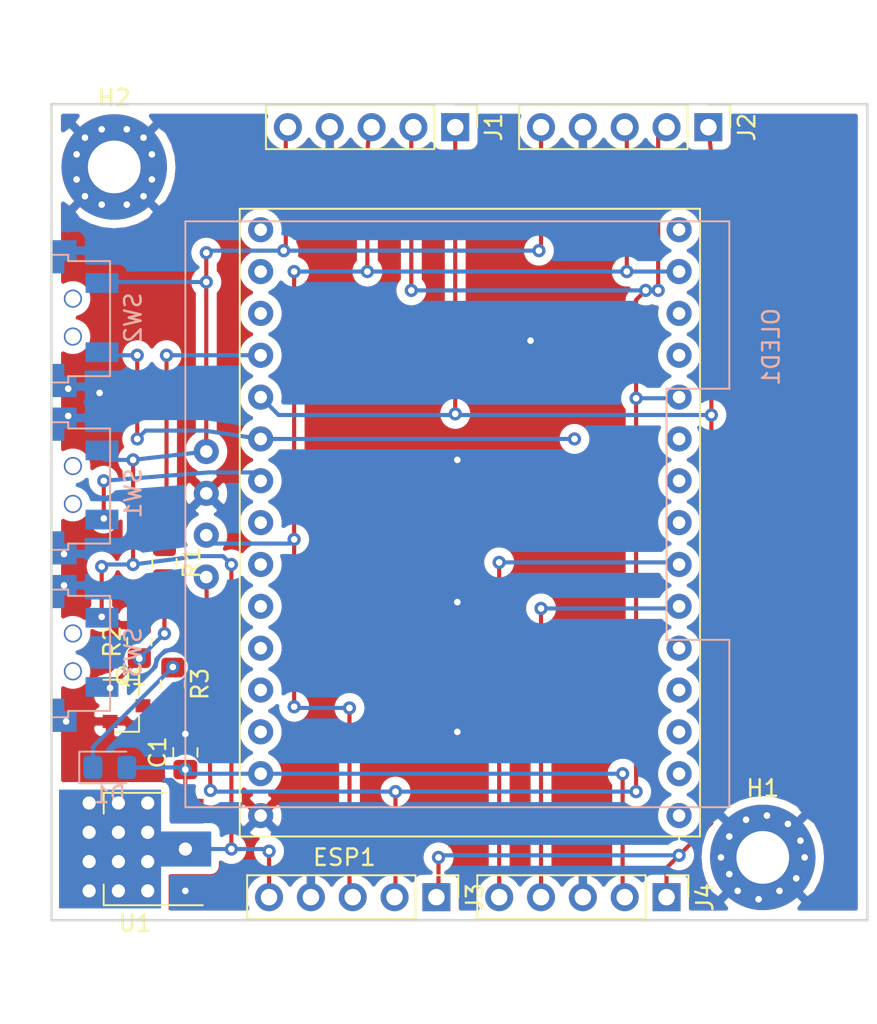
<source format=kicad_pcb>
(kicad_pcb (version 20171130) (host pcbnew "(5.1.8)-1")

  (general
    (thickness 1.6)
    (drawings 5)
    (tracks 247)
    (zones 0)
    (modules 18)
    (nets 35)
  )

  (page A4)
  (layers
    (0 F.Cu signal)
    (31 B.Cu signal)
    (32 B.Adhes user)
    (33 F.Adhes user)
    (34 B.Paste user)
    (35 F.Paste user)
    (36 B.SilkS user)
    (37 F.SilkS user)
    (38 B.Mask user)
    (39 F.Mask user)
    (40 Dwgs.User user)
    (41 Cmts.User user)
    (42 Eco1.User user)
    (43 Eco2.User user)
    (44 Edge.Cuts user)
    (45 Margin user)
    (46 B.CrtYd user)
    (47 F.CrtYd user)
    (48 B.Fab user)
    (49 F.Fab user)
  )

  (setup
    (last_trace_width 0.25)
    (trace_clearance 0.2)
    (zone_clearance 0.508)
    (zone_45_only no)
    (trace_min 0.2)
    (via_size 0.8)
    (via_drill 0.4)
    (via_min_size 0.4)
    (via_min_drill 0.3)
    (uvia_size 0.3)
    (uvia_drill 0.1)
    (uvias_allowed no)
    (uvia_min_size 0.2)
    (uvia_min_drill 0.1)
    (edge_width 0.1)
    (segment_width 0.2)
    (pcb_text_width 0.3)
    (pcb_text_size 1.5 1.5)
    (mod_edge_width 0.15)
    (mod_text_size 1 1)
    (mod_text_width 0.15)
    (pad_size 2 3.8)
    (pad_drill 0)
    (pad_to_mask_clearance 0)
    (aux_axis_origin 0 0)
    (grid_origin 175.26 73.025)
    (visible_elements 7FFFFFFF)
    (pcbplotparams
      (layerselection 0x010fc_ffffffff)
      (usegerberextensions false)
      (usegerberattributes true)
      (usegerberadvancedattributes true)
      (creategerberjobfile true)
      (excludeedgelayer true)
      (linewidth 0.100000)
      (plotframeref false)
      (viasonmask false)
      (mode 1)
      (useauxorigin false)
      (hpglpennumber 1)
      (hpglpenspeed 20)
      (hpglpendiameter 15.000000)
      (psnegative false)
      (psa4output false)
      (plotreference true)
      (plotvalue true)
      (plotinvisibletext false)
      (padsonsilk false)
      (subtractmaskfromsilk false)
      (outputformat 1)
      (mirror false)
      (drillshape 1)
      (scaleselection 1)
      (outputdirectory ""))
  )

  (net 0 "")
  (net 1 VIN)
  (net 2 GND)
  (net 3 "Net-(D1-Pad1)")
  (net 4 GPIO_33)
  (net 5 GPIO_32)
  (net 6 INT)
  (net 7 GPIO_34)
  (net 8 U2_RX)
  (net 9 U2_TX)
  (net 10 SDA)
  (net 11 SCL)
  (net 12 3V3)
  (net 13 "Net-(Q1-Pad1)")
  (net 14 "Net-(Q1-Pad3)")
  (net 15 "Net-(ESP1-Pad20)")
  (net 16 "Net-(ESP1-Pad18)")
  (net 17 "Net-(ESP1-Pad17)")
  (net 18 "Net-(ESP1-Pad16)")
  (net 19 "Net-(ESP1-Pad15)")
  (net 20 "Net-(ESP1-Pad14)")
  (net 21 "Net-(ESP1-Pad8)")
  (net 22 "Net-(ESP1-Pad5)")
  (net 23 "Net-(ESP1-Pad4)")
  (net 24 "Net-(ESP1-Pad3)")
  (net 25 "Net-(ESP1-Pad21)")
  (net 26 "Net-(ESP1-Pad22)")
  (net 27 "Net-(ESP1-Pad24)")
  (net 28 "Net-(ESP1-Pad34)")
  (net 29 "Net-(ESP1-Pad35)")
  (net 30 "Net-(ESP1-Pad38)")
  (net 31 "Net-(ESP1-Pad40)")
  (net 32 "Net-(ESP1-Pad41)")
  (net 33 "Net-(ESP1-Pad9)")
  (net 34 "Net-(ESP1-Pad36)")

  (net_class Default "This is the default net class."
    (clearance 0.2)
    (trace_width 0.25)
    (via_dia 0.8)
    (via_drill 0.4)
    (uvia_dia 0.3)
    (uvia_drill 0.1)
    (add_net 3V3)
    (add_net GND)
    (add_net GPIO_32)
    (add_net GPIO_33)
    (add_net GPIO_34)
    (add_net INT)
    (add_net "Net-(D1-Pad1)")
    (add_net "Net-(ESP1-Pad14)")
    (add_net "Net-(ESP1-Pad15)")
    (add_net "Net-(ESP1-Pad16)")
    (add_net "Net-(ESP1-Pad17)")
    (add_net "Net-(ESP1-Pad18)")
    (add_net "Net-(ESP1-Pad20)")
    (add_net "Net-(ESP1-Pad21)")
    (add_net "Net-(ESP1-Pad22)")
    (add_net "Net-(ESP1-Pad24)")
    (add_net "Net-(ESP1-Pad3)")
    (add_net "Net-(ESP1-Pad34)")
    (add_net "Net-(ESP1-Pad35)")
    (add_net "Net-(ESP1-Pad36)")
    (add_net "Net-(ESP1-Pad38)")
    (add_net "Net-(ESP1-Pad4)")
    (add_net "Net-(ESP1-Pad40)")
    (add_net "Net-(ESP1-Pad41)")
    (add_net "Net-(ESP1-Pad5)")
    (add_net "Net-(ESP1-Pad8)")
    (add_net "Net-(ESP1-Pad9)")
    (add_net "Net-(Q1-Pad1)")
    (add_net "Net-(Q1-Pad3)")
    (add_net SCL)
    (add_net SDA)
    (add_net U2_RX)
    (add_net U2_TX)
    (add_net VIN)
  )

  (module Connector_PinHeader_2.54mm:PinHeader_1x05_P2.54mm_Vertical (layer F.Cu) (tedit 59FED5CC) (tstamp 60103F2C)
    (at 166.878 62.357 270)
    (descr "Through hole straight pin header, 1x05, 2.54mm pitch, single row")
    (tags "Through hole pin header THT 1x05 2.54mm single row")
    (path /6013A61F)
    (fp_text reference J2 (at 0 -2.33 90) (layer F.SilkS)
      (effects (font (size 1 1) (thickness 0.15)))
    )
    (fp_text value Conn_01x05_Female (at 0 12.49 90) (layer F.Fab)
      (effects (font (size 1 1) (thickness 0.15)))
    )
    (fp_line (start -0.635 -1.27) (end 1.27 -1.27) (layer F.Fab) (width 0.1))
    (fp_line (start 1.27 -1.27) (end 1.27 11.43) (layer F.Fab) (width 0.1))
    (fp_line (start 1.27 11.43) (end -1.27 11.43) (layer F.Fab) (width 0.1))
    (fp_line (start -1.27 11.43) (end -1.27 -0.635) (layer F.Fab) (width 0.1))
    (fp_line (start -1.27 -0.635) (end -0.635 -1.27) (layer F.Fab) (width 0.1))
    (fp_line (start -1.33 11.49) (end 1.33 11.49) (layer F.SilkS) (width 0.12))
    (fp_line (start -1.33 1.27) (end -1.33 11.49) (layer F.SilkS) (width 0.12))
    (fp_line (start 1.33 1.27) (end 1.33 11.49) (layer F.SilkS) (width 0.12))
    (fp_line (start -1.33 1.27) (end 1.33 1.27) (layer F.SilkS) (width 0.12))
    (fp_line (start -1.33 0) (end -1.33 -1.33) (layer F.SilkS) (width 0.12))
    (fp_line (start -1.33 -1.33) (end 0 -1.33) (layer F.SilkS) (width 0.12))
    (fp_line (start -1.8 -1.8) (end -1.8 11.95) (layer F.CrtYd) (width 0.05))
    (fp_line (start -1.8 11.95) (end 1.8 11.95) (layer F.CrtYd) (width 0.05))
    (fp_line (start 1.8 11.95) (end 1.8 -1.8) (layer F.CrtYd) (width 0.05))
    (fp_line (start 1.8 -1.8) (end -1.8 -1.8) (layer F.CrtYd) (width 0.05))
    (fp_text user %R (at 0 5.08) (layer F.Fab)
      (effects (font (size 1 1) (thickness 0.15)))
    )
    (pad 5 thru_hole oval (at 0 10.16 270) (size 1.7 1.7) (drill 1) (layers *.Cu *.Mask)
      (net 12 3V3))
    (pad 4 thru_hole oval (at 0 7.62 270) (size 1.7 1.7) (drill 1) (layers *.Cu *.Mask)
      (net 2 GND))
    (pad 3 thru_hole oval (at 0 5.08 270) (size 1.7 1.7) (drill 1) (layers *.Cu *.Mask)
      (net 11 SCL))
    (pad 2 thru_hole oval (at 0 2.54 270) (size 1.7 1.7) (drill 1) (layers *.Cu *.Mask)
      (net 10 SDA))
    (pad 1 thru_hole rect (at 0 0 270) (size 1.7 1.7) (drill 1) (layers *.Cu *.Mask)
      (net 6 INT))
    (model ${KISYS3DMOD}/Connector_PinHeader_2.54mm.3dshapes/PinHeader_1x05_P2.54mm_Vertical.wrl
      (at (xyz 0 0 0))
      (scale (xyz 1 1 1))
      (rotate (xyz 0 0 0))
    )
  )

  (module Package_TO_SOT_SMD:SOT-223-3_TabPin2 (layer F.Cu) (tedit 6010534D) (tstamp 60116440)
    (at 132.08 106.172 180)
    (descr "module CMS SOT223 4 pins")
    (tags "CMS SOT")
    (path /60070624)
    (zone_connect 2)
    (attr smd)
    (fp_text reference U1 (at 0 -4.5) (layer F.SilkS)
      (effects (font (size 1 1) (thickness 0.15)))
    )
    (fp_text value AMS1117-3.3 (at 0 4.5) (layer F.Fab)
      (effects (font (size 1 1) (thickness 0.15)))
    )
    (fp_line (start 1.85 -3.35) (end 1.85 3.35) (layer F.Fab) (width 0.1))
    (fp_line (start -1.85 3.35) (end 1.85 3.35) (layer F.Fab) (width 0.1))
    (fp_line (start -4.1 -3.41) (end 1.91 -3.41) (layer F.SilkS) (width 0.12))
    (fp_line (start -0.85 -3.35) (end 1.85 -3.35) (layer F.Fab) (width 0.1))
    (fp_line (start -1.85 3.41) (end 1.91 3.41) (layer F.SilkS) (width 0.12))
    (fp_line (start -1.85 -2.35) (end -1.85 3.35) (layer F.Fab) (width 0.1))
    (fp_line (start -1.85 -2.35) (end -0.85 -3.35) (layer F.Fab) (width 0.1))
    (fp_line (start -4.4 -3.6) (end -4.4 3.6) (layer F.CrtYd) (width 0.05))
    (fp_line (start -4.4 3.6) (end 4.4 3.6) (layer F.CrtYd) (width 0.05))
    (fp_line (start 4.4 3.6) (end 4.4 -3.6) (layer F.CrtYd) (width 0.05))
    (fp_line (start 4.4 -3.6) (end -4.4 -3.6) (layer F.CrtYd) (width 0.05))
    (fp_line (start 1.91 -3.41) (end 1.91 -2.15) (layer F.SilkS) (width 0.12))
    (fp_line (start 1.91 3.41) (end 1.91 2.15) (layer F.SilkS) (width 0.12))
    (fp_text user %R (at 0 0 90) (layer F.Fab)
      (effects (font (size 0.8 0.8) (thickness 0.12)))
    )
    (pad 2 smd rect (at 3.15 0 180) (size 2 3.8) (layers F.Cu F.Paste F.Mask)
      (net 12 3V3) (zone_connect 2))
    (pad 2 smd rect (at -3.15 0 180) (size 2 1.5) (layers F.Cu F.Paste F.Mask)
      (net 12 3V3) (zone_connect 2))
    (pad 3 smd rect (at -3.15 2.3 180) (size 2 1.5) (layers F.Cu F.Paste F.Mask)
      (net 1 VIN) (zone_connect 2))
    (pad 1 smd rect (at -3.15 -2.3 180) (size 2 1.5) (layers F.Cu F.Paste F.Mask)
      (net 2 GND) (zone_connect 2))
    (model ${KISYS3DMOD}/Package_TO_SOT_SMD.3dshapes/SOT-223.wrl
      (at (xyz 0 0 0))
      (scale (xyz 1 1 1))
      (rotate (xyz 0 0 0))
    )
  )

  (module Connector_PinHeader_2.54mm:PinHeader_1x05_P2.54mm_Vertical (layer F.Cu) (tedit 59FED5CC) (tstamp 60107E1B)
    (at 164.338 109.093 270)
    (descr "Through hole straight pin header, 1x05, 2.54mm pitch, single row")
    (tags "Through hole pin header THT 1x05 2.54mm single row")
    (path /6009AB56)
    (fp_text reference J4 (at 0 -2.33 90) (layer F.SilkS)
      (effects (font (size 1 1) (thickness 0.15)))
    )
    (fp_text value Conn_01x05_Male (at 0 12.49 90) (layer F.Fab)
      (effects (font (size 1 1) (thickness 0.15)))
    )
    (fp_line (start -0.635 -1.27) (end 1.27 -1.27) (layer F.Fab) (width 0.1))
    (fp_line (start 1.27 -1.27) (end 1.27 11.43) (layer F.Fab) (width 0.1))
    (fp_line (start 1.27 11.43) (end -1.27 11.43) (layer F.Fab) (width 0.1))
    (fp_line (start -1.27 11.43) (end -1.27 -0.635) (layer F.Fab) (width 0.1))
    (fp_line (start -1.27 -0.635) (end -0.635 -1.27) (layer F.Fab) (width 0.1))
    (fp_line (start -1.33 11.49) (end 1.33 11.49) (layer F.SilkS) (width 0.12))
    (fp_line (start -1.33 1.27) (end -1.33 11.49) (layer F.SilkS) (width 0.12))
    (fp_line (start 1.33 1.27) (end 1.33 11.49) (layer F.SilkS) (width 0.12))
    (fp_line (start -1.33 1.27) (end 1.33 1.27) (layer F.SilkS) (width 0.12))
    (fp_line (start -1.33 0) (end -1.33 -1.33) (layer F.SilkS) (width 0.12))
    (fp_line (start -1.33 -1.33) (end 0 -1.33) (layer F.SilkS) (width 0.12))
    (fp_line (start -1.8 -1.8) (end -1.8 11.95) (layer F.CrtYd) (width 0.05))
    (fp_line (start -1.8 11.95) (end 1.8 11.95) (layer F.CrtYd) (width 0.05))
    (fp_line (start 1.8 11.95) (end 1.8 -1.8) (layer F.CrtYd) (width 0.05))
    (fp_line (start 1.8 -1.8) (end -1.8 -1.8) (layer F.CrtYd) (width 0.05))
    (fp_text user %R (at 0 5.08) (layer F.Fab)
      (effects (font (size 1 1) (thickness 0.15)))
    )
    (pad 5 thru_hole oval (at 0 10.16 270) (size 1.7 1.7) (drill 1) (layers *.Cu *.Mask)
      (net 9 U2_TX))
    (pad 4 thru_hole oval (at 0 7.62 270) (size 1.7 1.7) (drill 1) (layers *.Cu *.Mask)
      (net 8 U2_RX))
    (pad 3 thru_hole oval (at 0 5.08 270) (size 1.7 1.7) (drill 1) (layers *.Cu *.Mask)
      (net 2 GND))
    (pad 2 thru_hole oval (at 0 2.54 270) (size 1.7 1.7) (drill 1) (layers *.Cu *.Mask)
      (net 1 VIN))
    (pad 1 thru_hole rect (at 0 0 270) (size 1.7 1.7) (drill 1) (layers *.Cu *.Mask)
      (net 6 INT))
    (model ${KISYS3DMOD}/Connector_PinHeader_2.54mm.3dshapes/PinHeader_1x05_P2.54mm_Vertical.wrl
      (at (xyz 0 0 0))
      (scale (xyz 1 1 1))
      (rotate (xyz 0 0 0))
    )
  )

  (module Connector_PinHeader_2.54mm:PinHeader_1x05_P2.54mm_Vertical (layer F.Cu) (tedit 59FED5CC) (tstamp 6013F15B)
    (at 151.511 62.357 270)
    (descr "Through hole straight pin header, 1x05, 2.54mm pitch, single row")
    (tags "Through hole pin header THT 1x05 2.54mm single row")
    (path /6013B4C5)
    (fp_text reference J1 (at 0 -2.33 90) (layer F.SilkS)
      (effects (font (size 1 1) (thickness 0.15)))
    )
    (fp_text value Conn_01x05_Female (at 0 12.49 90) (layer F.Fab)
      (effects (font (size 1 1) (thickness 0.15)))
    )
    (fp_line (start -0.635 -1.27) (end 1.27 -1.27) (layer F.Fab) (width 0.1))
    (fp_line (start 1.27 -1.27) (end 1.27 11.43) (layer F.Fab) (width 0.1))
    (fp_line (start 1.27 11.43) (end -1.27 11.43) (layer F.Fab) (width 0.1))
    (fp_line (start -1.27 11.43) (end -1.27 -0.635) (layer F.Fab) (width 0.1))
    (fp_line (start -1.27 -0.635) (end -0.635 -1.27) (layer F.Fab) (width 0.1))
    (fp_line (start -1.33 11.49) (end 1.33 11.49) (layer F.SilkS) (width 0.12))
    (fp_line (start -1.33 1.27) (end -1.33 11.49) (layer F.SilkS) (width 0.12))
    (fp_line (start 1.33 1.27) (end 1.33 11.49) (layer F.SilkS) (width 0.12))
    (fp_line (start -1.33 1.27) (end 1.33 1.27) (layer F.SilkS) (width 0.12))
    (fp_line (start -1.33 0) (end -1.33 -1.33) (layer F.SilkS) (width 0.12))
    (fp_line (start -1.33 -1.33) (end 0 -1.33) (layer F.SilkS) (width 0.12))
    (fp_line (start -1.8 -1.8) (end -1.8 11.95) (layer F.CrtYd) (width 0.05))
    (fp_line (start -1.8 11.95) (end 1.8 11.95) (layer F.CrtYd) (width 0.05))
    (fp_line (start 1.8 11.95) (end 1.8 -1.8) (layer F.CrtYd) (width 0.05))
    (fp_line (start 1.8 -1.8) (end -1.8 -1.8) (layer F.CrtYd) (width 0.05))
    (fp_text user %R (at 0 5.08) (layer F.Fab)
      (effects (font (size 1 1) (thickness 0.15)))
    )
    (pad 5 thru_hole oval (at 0 10.16 270) (size 1.7 1.7) (drill 1) (layers *.Cu *.Mask)
      (net 12 3V3))
    (pad 4 thru_hole oval (at 0 7.62 270) (size 1.7 1.7) (drill 1) (layers *.Cu *.Mask)
      (net 2 GND))
    (pad 3 thru_hole oval (at 0 5.08 270) (size 1.7 1.7) (drill 1) (layers *.Cu *.Mask)
      (net 11 SCL))
    (pad 2 thru_hole oval (at 0 2.54 270) (size 1.7 1.7) (drill 1) (layers *.Cu *.Mask)
      (net 10 SDA))
    (pad 1 thru_hole rect (at 0 0 270) (size 1.7 1.7) (drill 1) (layers *.Cu *.Mask)
      (net 6 INT))
    (model ${KISYS3DMOD}/Connector_PinHeader_2.54mm.3dshapes/PinHeader_1x05_P2.54mm_Vertical.wrl
      (at (xyz 0 0 0))
      (scale (xyz 1 1 1))
      (rotate (xyz 0 0 0))
    )
  )

  (module pcb-v5:G71Y_µsw_smd (layer B.Cu) (tedit 5B7E9DA3) (tstamp 601053F2)
    (at 127 94.361 270)
    (path /60095C5E)
    (fp_text reference SW3 (at -0.127 -4.953 90) (layer B.SilkS)
      (effects (font (size 1 1) (thickness 0.15)) (justify mirror))
    )
    (fp_text value G71Y (at -0.127 1.905 270) (layer B.Fab)
      (effects (font (size 1 1) (thickness 0.15)) (justify mirror))
    )
    (fp_line (start 2.794 0) (end 3.81 0) (layer B.SilkS) (width 0.12))
    (fp_line (start -3.937 0) (end -2.921 0) (layer B.SilkS) (width 0.12))
    (fp_line (start -3.937 -1.016) (end -3.937 0) (layer B.SilkS) (width 0.12))
    (fp_line (start -3.556 -1.016) (end -3.937 -1.016) (layer B.SilkS) (width 0.12))
    (fp_line (start -3.556 -3.556) (end -3.556 -1.016) (layer B.SilkS) (width 0.12))
    (fp_line (start 3.429 -3.556) (end -3.556 -3.556) (layer B.SilkS) (width 0.12))
    (fp_line (start 3.429 -1.016) (end 3.429 -3.556) (layer B.SilkS) (width 0.12))
    (fp_line (start 3.81 -1.016) (end 3.429 -1.016) (layer B.SilkS) (width 0.12))
    (fp_line (start 3.81 0) (end 3.81 -1.016) (layer B.SilkS) (width 0.12))
    (fp_line (start -2.667 0) (end 2.54 0) (layer B.SilkS) (width 0.12))
    (fp_text user "PCB edge" (at -0.127 0.508 270) (layer Cmts.User)
      (effects (font (size 0.6 0.6) (thickness 0.05)))
    )
    (pad "" np_thru_hole circle (at 1.023 -1.3 270) (size 1.1 1.1) (drill 0.9) (layers *.Cu *.Mask))
    (pad "" np_thru_hole circle (at -1.277 -1.3 270) (size 1.1 1.1) (drill 0.9) (layers *.Cu *.Mask))
    (pad 2 smd rect (at 1.973 -2.667 270) (size 1.2 2) (drill (offset 0 -0.4)) (layers B.Cu B.Paste B.Mask)
      (net 13 "Net-(Q1-Pad1)"))
    (pad 1 smd rect (at -2.227 -2.667 270) (size 1.2 2) (drill (offset 0 -0.4)) (layers B.Cu B.Paste B.Mask)
      (net 12 3V3))
    (pad 3 smd rect (at 4.064 -0.762 270) (size 1.27 1.524) (layers B.Cu B.Paste B.Mask)
      (net 2 GND))
    (pad 3 smd rect (at 3.683 -0.381 270) (size 2 0.8) (layers B.Cu B.Paste B.Mask)
      (net 2 GND))
    (pad 3 smd rect (at -4.191 -0.762 270) (size 1.27 1.524) (layers B.Cu B.Paste B.Mask)
      (net 2 GND))
    (pad 3 smd rect (at -3.81 -0.381 270) (size 2 0.8) (layers B.Cu B.Paste B.Mask)
      (net 2 GND))
  )

  (module pcb-v5:G71Y_µsw_smd (layer B.Cu) (tedit 5B7E9DA3) (tstamp 601053DB)
    (at 127 74.041 270)
    (path /60134600)
    (fp_text reference SW2 (at -0.127 -4.953 90) (layer B.SilkS)
      (effects (font (size 1 1) (thickness 0.15)) (justify mirror))
    )
    (fp_text value G71Y (at -0.127 1.905 270) (layer B.Fab)
      (effects (font (size 1 1) (thickness 0.15)) (justify mirror))
    )
    (fp_line (start 2.794 0) (end 3.81 0) (layer B.SilkS) (width 0.12))
    (fp_line (start -3.937 0) (end -2.921 0) (layer B.SilkS) (width 0.12))
    (fp_line (start -3.937 -1.016) (end -3.937 0) (layer B.SilkS) (width 0.12))
    (fp_line (start -3.556 -1.016) (end -3.937 -1.016) (layer B.SilkS) (width 0.12))
    (fp_line (start -3.556 -3.556) (end -3.556 -1.016) (layer B.SilkS) (width 0.12))
    (fp_line (start 3.429 -3.556) (end -3.556 -3.556) (layer B.SilkS) (width 0.12))
    (fp_line (start 3.429 -1.016) (end 3.429 -3.556) (layer B.SilkS) (width 0.12))
    (fp_line (start 3.81 -1.016) (end 3.429 -1.016) (layer B.SilkS) (width 0.12))
    (fp_line (start 3.81 0) (end 3.81 -1.016) (layer B.SilkS) (width 0.12))
    (fp_line (start -2.667 0) (end 2.54 0) (layer B.SilkS) (width 0.12))
    (fp_text user "PCB edge" (at -0.127 0.508 270) (layer Cmts.User)
      (effects (font (size 0.6 0.6) (thickness 0.05)))
    )
    (pad "" np_thru_hole circle (at 1.023 -1.3 270) (size 1.1 1.1) (drill 0.9) (layers *.Cu *.Mask))
    (pad "" np_thru_hole circle (at -1.277 -1.3 270) (size 1.1 1.1) (drill 0.9) (layers *.Cu *.Mask))
    (pad 2 smd rect (at 1.973 -2.667 270) (size 1.2 2) (drill (offset 0 -0.4)) (layers B.Cu B.Paste B.Mask)
      (net 5 GPIO_32))
    (pad 1 smd rect (at -2.227 -2.667 270) (size 1.2 2) (drill (offset 0 -0.4)) (layers B.Cu B.Paste B.Mask)
      (net 12 3V3))
    (pad 3 smd rect (at 4.064 -0.762 270) (size 1.27 1.524) (layers B.Cu B.Paste B.Mask)
      (net 2 GND))
    (pad 3 smd rect (at 3.683 -0.381 270) (size 2 0.8) (layers B.Cu B.Paste B.Mask)
      (net 2 GND))
    (pad 3 smd rect (at -4.191 -0.762 270) (size 1.27 1.524) (layers B.Cu B.Paste B.Mask)
      (net 2 GND))
    (pad 3 smd rect (at -3.81 -0.381 270) (size 2 0.8) (layers B.Cu B.Paste B.Mask)
      (net 2 GND))
  )

  (module pcb-v5:G71Y_µsw_smd (layer B.Cu) (tedit 5B7E9DA3) (tstamp 601053C4)
    (at 127 84.201 270)
    (path /6013A964)
    (fp_text reference SW1 (at 0.381 -4.953 90) (layer B.SilkS)
      (effects (font (size 1 1) (thickness 0.15)) (justify mirror))
    )
    (fp_text value G71Y (at 0 1.905 270) (layer B.Fab)
      (effects (font (size 1 1) (thickness 0.15)) (justify mirror))
    )
    (fp_line (start 2.794 0) (end 3.81 0) (layer B.SilkS) (width 0.12))
    (fp_line (start -3.937 0) (end -2.921 0) (layer B.SilkS) (width 0.12))
    (fp_line (start -3.937 -1.016) (end -3.937 0) (layer B.SilkS) (width 0.12))
    (fp_line (start -3.556 -1.016) (end -3.937 -1.016) (layer B.SilkS) (width 0.12))
    (fp_line (start -3.556 -3.556) (end -3.556 -1.016) (layer B.SilkS) (width 0.12))
    (fp_line (start 3.429 -3.556) (end -3.556 -3.556) (layer B.SilkS) (width 0.12))
    (fp_line (start 3.429 -1.016) (end 3.429 -3.556) (layer B.SilkS) (width 0.12))
    (fp_line (start 3.81 -1.016) (end 3.429 -1.016) (layer B.SilkS) (width 0.12))
    (fp_line (start 3.81 0) (end 3.81 -1.016) (layer B.SilkS) (width 0.12))
    (fp_line (start -2.667 0) (end 2.54 0) (layer B.SilkS) (width 0.12))
    (fp_text user "PCB edge" (at -0.127 0.508 270) (layer Cmts.User)
      (effects (font (size 0.6 0.6) (thickness 0.05)))
    )
    (pad "" np_thru_hole circle (at 1.023 -1.3 270) (size 1.1 1.1) (drill 0.9) (layers *.Cu *.Mask))
    (pad "" np_thru_hole circle (at -1.277 -1.3 270) (size 1.1 1.1) (drill 0.9) (layers *.Cu *.Mask))
    (pad 2 smd rect (at 1.973 -2.667 270) (size 1.2 2) (drill (offset 0 -0.4)) (layers B.Cu B.Paste B.Mask)
      (net 4 GPIO_33))
    (pad 1 smd rect (at -2.227 -2.667 270) (size 1.2 2) (drill (offset 0 -0.4)) (layers B.Cu B.Paste B.Mask)
      (net 12 3V3))
    (pad 3 smd rect (at 4.064 -0.762 270) (size 1.27 1.524) (layers B.Cu B.Paste B.Mask)
      (net 2 GND))
    (pad 3 smd rect (at 3.683 -0.381 270) (size 2 0.8) (layers B.Cu B.Paste B.Mask)
      (net 2 GND))
    (pad 3 smd rect (at -4.191 -0.762 270) (size 1.27 1.524) (layers B.Cu B.Paste B.Mask)
      (net 2 GND))
    (pad 3 smd rect (at -3.81 -0.381 270) (size 2 0.8) (layers B.Cu B.Paste B.Mask)
      (net 2 GND))
  )

  (module Capacitor_SMD:C_0805_2012Metric_Pad1.18x1.45mm_HandSolder (layer F.Cu) (tedit 5F68FEEF) (tstamp 601042D2)
    (at 135.128 100.3085 90)
    (descr "Capacitor SMD 0805 (2012 Metric), square (rectangular) end terminal, IPC_7351 nominal with elongated pad for handsoldering. (Body size source: IPC-SM-782 page 76, https://www.pcb-3d.com/wordpress/wp-content/uploads/ipc-sm-782a_amendment_1_and_2.pdf, https://docs.google.com/spreadsheets/d/1BsfQQcO9C6DZCsRaXUlFlo91Tg2WpOkGARC1WS5S8t0/edit?usp=sharing), generated with kicad-footprint-generator")
    (tags "capacitor handsolder")
    (path /60099A48)
    (attr smd)
    (fp_text reference C1 (at 0 -1.68 90) (layer F.SilkS)
      (effects (font (size 1 1) (thickness 0.15)))
    )
    (fp_text value 10µF (at 0 1.68 90) (layer F.Fab)
      (effects (font (size 1 1) (thickness 0.15)))
    )
    (fp_line (start 1.88 0.98) (end -1.88 0.98) (layer F.CrtYd) (width 0.05))
    (fp_line (start 1.88 -0.98) (end 1.88 0.98) (layer F.CrtYd) (width 0.05))
    (fp_line (start -1.88 -0.98) (end 1.88 -0.98) (layer F.CrtYd) (width 0.05))
    (fp_line (start -1.88 0.98) (end -1.88 -0.98) (layer F.CrtYd) (width 0.05))
    (fp_line (start -0.261252 0.735) (end 0.261252 0.735) (layer F.SilkS) (width 0.12))
    (fp_line (start -0.261252 -0.735) (end 0.261252 -0.735) (layer F.SilkS) (width 0.12))
    (fp_line (start 1 0.625) (end -1 0.625) (layer F.Fab) (width 0.1))
    (fp_line (start 1 -0.625) (end 1 0.625) (layer F.Fab) (width 0.1))
    (fp_line (start -1 -0.625) (end 1 -0.625) (layer F.Fab) (width 0.1))
    (fp_line (start -1 0.625) (end -1 -0.625) (layer F.Fab) (width 0.1))
    (fp_text user %R (at 0 0 90) (layer F.Fab)
      (effects (font (size 0.5 0.5) (thickness 0.08)))
    )
    (pad 1 smd roundrect (at -1.0375 0 90) (size 1.175 1.45) (layers F.Cu F.Paste F.Mask) (roundrect_rratio 0.212766)
      (net 1 VIN))
    (pad 2 smd roundrect (at 1.0375 0 90) (size 1.175 1.45) (layers F.Cu F.Paste F.Mask) (roundrect_rratio 0.212766)
      (net 2 GND))
    (model ${KISYS3DMOD}/Capacitor_SMD.3dshapes/C_0805_2012Metric.wrl
      (at (xyz 0 0 0))
      (scale (xyz 1 1 1))
      (rotate (xyz 0 0 0))
    )
  )

  (module LED_SMD:LED_0805_2012Metric_Pad1.15x1.40mm_HandSolder (layer B.Cu) (tedit 5F68FEF1) (tstamp 60103EC4)
    (at 130.547 101.219)
    (descr "LED SMD 0805 (2012 Metric), square (rectangular) end terminal, IPC_7351 nominal, (Body size source: https://docs.google.com/spreadsheets/d/1BsfQQcO9C6DZCsRaXUlFlo91Tg2WpOkGARC1WS5S8t0/edit?usp=sharing), generated with kicad-footprint-generator")
    (tags "LED handsolder")
    (path /6009ECC5)
    (attr smd)
    (fp_text reference D1 (at 0 1.65 180) (layer B.SilkS)
      (effects (font (size 1 1) (thickness 0.15)) (justify mirror))
    )
    (fp_text value LED (at 0 -1.65 180) (layer B.Fab)
      (effects (font (size 1 1) (thickness 0.15)) (justify mirror))
    )
    (fp_line (start 1.85 -0.95) (end -1.85 -0.95) (layer B.CrtYd) (width 0.05))
    (fp_line (start 1.85 0.95) (end 1.85 -0.95) (layer B.CrtYd) (width 0.05))
    (fp_line (start -1.85 0.95) (end 1.85 0.95) (layer B.CrtYd) (width 0.05))
    (fp_line (start -1.85 -0.95) (end -1.85 0.95) (layer B.CrtYd) (width 0.05))
    (fp_line (start -1.86 -0.96) (end 1 -0.96) (layer B.SilkS) (width 0.12))
    (fp_line (start -1.86 0.96) (end -1.86 -0.96) (layer B.SilkS) (width 0.12))
    (fp_line (start 1 0.96) (end -1.86 0.96) (layer B.SilkS) (width 0.12))
    (fp_line (start 1 -0.6) (end 1 0.6) (layer B.Fab) (width 0.1))
    (fp_line (start -1 -0.6) (end 1 -0.6) (layer B.Fab) (width 0.1))
    (fp_line (start -1 0.3) (end -1 -0.6) (layer B.Fab) (width 0.1))
    (fp_line (start -0.7 0.6) (end -1 0.3) (layer B.Fab) (width 0.1))
    (fp_line (start 1 0.6) (end -0.7 0.6) (layer B.Fab) (width 0.1))
    (fp_text user %R (at 0 0 180) (layer B.Fab)
      (effects (font (size 0.5 0.5) (thickness 0.08)) (justify mirror))
    )
    (pad 1 smd roundrect (at -1.025 0) (size 1.15 1.4) (layers B.Cu B.Paste B.Mask) (roundrect_rratio 0.217391)
      (net 3 "Net-(D1-Pad1)"))
    (pad 2 smd roundrect (at 1.025 0) (size 1.15 1.4) (layers B.Cu B.Paste B.Mask) (roundrect_rratio 0.217391)
      (net 1 VIN))
    (model ${KISYS3DMOD}/LED_SMD.3dshapes/LED_0805_2012Metric.wrl
      (at (xyz 0 0 0))
      (scale (xyz 1 1 1))
      (rotate (xyz 0 0 0))
    )
  )

  (module pcb-v5:ESP32_30_pins (layer F.Cu) (tedit 600FDA93) (tstamp 6011AE18)
    (at 139.7 104.14)
    (path /6006D219)
    (fp_text reference ESP1 (at 5.08 2.54) (layer F.SilkS)
      (effects (font (size 1 1) (thickness 0.15)))
    )
    (fp_text value ESP32 (at 10.16 2.54) (layer F.Fab)
      (effects (font (size 1 1) (thickness 0.15)))
    )
    (fp_line (start 24.13 1.27) (end 26.67 1.27) (layer F.SilkS) (width 0.12))
    (fp_line (start 26.67 -36.83) (end 24.13 -36.83) (layer F.SilkS) (width 0.12))
    (fp_line (start -1.27 -36.83) (end -1.27 1.27) (layer F.SilkS) (width 0.12))
    (fp_line (start 24.13 -36.83) (end -1.27 -36.83) (layer F.SilkS) (width 0.12))
    (fp_line (start 26.67 1.27) (end 26.67 -36.83) (layer F.SilkS) (width 0.12))
    (fp_line (start -1.27 1.27) (end 24.13 1.27) (layer F.SilkS) (width 0.12))
    (pad 1 thru_hole circle (at 0 0) (size 1.524 1.524) (drill 0.762) (layers *.Cu *.Mask)
      (net 2 GND))
    (pad 2 thru_hole circle (at 0 -2.54) (size 1.524 1.524) (drill 0.762) (layers *.Cu *.Mask)
      (net 1 VIN))
    (pad 20 thru_hole circle (at 0 -5.08) (size 1.524 1.524) (drill 0.762) (layers *.Cu *.Mask)
      (net 15 "Net-(ESP1-Pad20)"))
    (pad 18 thru_hole circle (at 0 -7.62) (size 1.524 1.524) (drill 0.762) (layers *.Cu *.Mask)
      (net 16 "Net-(ESP1-Pad18)"))
    (pad 17 thru_hole circle (at 0 -10.16) (size 1.524 1.524) (drill 0.762) (layers *.Cu *.Mask)
      (net 17 "Net-(ESP1-Pad17)"))
    (pad 16 thru_hole circle (at 0 -12.7) (size 1.524 1.524) (drill 0.762) (layers *.Cu *.Mask)
      (net 18 "Net-(ESP1-Pad16)"))
    (pad 15 thru_hole circle (at 0 -15.24) (size 1.524 1.524) (drill 0.762) (layers *.Cu *.Mask)
      (net 19 "Net-(ESP1-Pad15)"))
    (pad 14 thru_hole circle (at 0 -17.78) (size 1.524 1.524) (drill 0.762) (layers *.Cu *.Mask)
      (net 20 "Net-(ESP1-Pad14)"))
    (pad 13 thru_hole circle (at 0 -20.32) (size 1.524 1.524) (drill 0.762) (layers *.Cu *.Mask)
      (net 4 GPIO_33))
    (pad 12 thru_hole circle (at 0 -22.86) (size 1.524 1.524) (drill 0.762) (layers *.Cu *.Mask)
      (net 5 GPIO_32))
    (pad 11 thru_hole circle (at 0 -25.4) (size 1.524 1.524) (drill 0.762) (layers *.Cu *.Mask)
      (net 6 INT))
    (pad 10 thru_hole circle (at 0 -27.94) (size 1.524 1.524) (drill 0.762) (layers *.Cu *.Mask)
      (net 7 GPIO_34))
    (pad 8 thru_hole circle (at 0 -30.48) (size 1.524 1.524) (drill 0.762) (layers *.Cu *.Mask)
      (net 21 "Net-(ESP1-Pad8)"))
    (pad 5 thru_hole circle (at 0 -33.02) (size 1.524 1.524) (drill 0.762) (layers *.Cu *.Mask)
      (net 22 "Net-(ESP1-Pad5)"))
    (pad 4 thru_hole circle (at 25.4 0) (size 1.524 1.524) (drill 0.762) (layers *.Cu *.Mask)
      (net 23 "Net-(ESP1-Pad4)"))
    (pad 3 thru_hole circle (at 25.4 -2.54) (size 1.524 1.524) (drill 0.762) (layers *.Cu *.Mask)
      (net 24 "Net-(ESP1-Pad3)"))
    (pad 21 thru_hole circle (at 25.4 -5.08) (size 1.524 1.524) (drill 0.762) (layers *.Cu *.Mask)
      (net 25 "Net-(ESP1-Pad21)"))
    (pad 22 thru_hole circle (at 25.4 -7.62) (size 1.524 1.524) (drill 0.762) (layers *.Cu *.Mask)
      (net 26 "Net-(ESP1-Pad22)"))
    (pad 24 thru_hole circle (at 25.4 -10.16) (size 1.524 1.524) (drill 0.762) (layers *.Cu *.Mask)
      (net 27 "Net-(ESP1-Pad24)"))
    (pad 25 thru_hole circle (at 25.4 -12.7) (size 1.524 1.524) (drill 0.762) (layers *.Cu *.Mask)
      (net 8 U2_RX))
    (pad 27 thru_hole circle (at 25.4 -15.24) (size 1.524 1.524) (drill 0.762) (layers *.Cu *.Mask)
      (net 9 U2_TX))
    (pad 34 thru_hole circle (at 25.4 -17.78) (size 1.524 1.524) (drill 0.762) (layers *.Cu *.Mask)
      (net 28 "Net-(ESP1-Pad34)"))
    (pad 35 thru_hole circle (at 25.4 -20.32) (size 1.524 1.524) (drill 0.762) (layers *.Cu *.Mask)
      (net 29 "Net-(ESP1-Pad35)"))
    (pad 38 thru_hole circle (at 25.4 -22.86) (size 1.524 1.524) (drill 0.762) (layers *.Cu *.Mask)
      (net 30 "Net-(ESP1-Pad38)"))
    (pad 42 thru_hole circle (at 25.4 -25.4) (size 1.524 1.524) (drill 0.762) (layers *.Cu *.Mask)
      (net 10 SDA))
    (pad 40 thru_hole circle (at 25.4 -27.94) (size 1.524 1.524) (drill 0.762) (layers *.Cu *.Mask)
      (net 31 "Net-(ESP1-Pad40)"))
    (pad 41 thru_hole circle (at 25.4 -30.48) (size 1.524 1.524) (drill 0.762) (layers *.Cu *.Mask)
      (net 32 "Net-(ESP1-Pad41)"))
    (pad 39 thru_hole circle (at 25.4 -33.02) (size 1.524 1.524) (drill 0.762) (layers *.Cu *.Mask)
      (net 11 SCL))
    (pad 9 thru_hole circle (at 0 -35.56) (size 1.524 1.524) (drill 0.762) (layers *.Cu *.Mask)
      (net 33 "Net-(ESP1-Pad9)"))
    (pad 36 thru_hole circle (at 25.4 -35.56) (size 1.524 1.524) (drill 0.762) (layers *.Cu *.Mask)
      (net 34 "Net-(ESP1-Pad36)"))
  )

  (module MountingHole:MountingHole_3.2mm_M3_Pad (layer F.Cu) (tedit 56D1B4CB) (tstamp 60103EF4)
    (at 170.18 106.68)
    (descr "Mounting Hole 3.2mm, M3")
    (tags "mounting hole 3.2mm m3")
    (path /600954C5)
    (attr virtual)
    (fp_text reference H1 (at 0 -4.2) (layer F.SilkS)
      (effects (font (size 1 1) (thickness 0.15)))
    )
    (fp_text value MountingHole_Pad (at 0 4.2) (layer F.Fab)
      (effects (font (size 1 1) (thickness 0.15)))
    )
    (fp_circle (center 0 0) (end 3.45 0) (layer F.CrtYd) (width 0.05))
    (fp_circle (center 0 0) (end 3.2 0) (layer Cmts.User) (width 0.15))
    (fp_text user %R (at 0.3 0) (layer F.Fab)
      (effects (font (size 1 1) (thickness 0.15)))
    )
    (pad 1 thru_hole circle (at 0 0) (size 6.4 6.4) (drill 3.2) (layers *.Cu *.Mask)
      (net 2 GND))
  )

  (module MountingHole:MountingHole_3.2mm_M3_Pad (layer F.Cu) (tedit 56D1B4CB) (tstamp 6013F10C)
    (at 130.81 64.77)
    (descr "Mounting Hole 3.2mm, M3")
    (tags "mounting hole 3.2mm m3")
    (path /60096B04)
    (attr virtual)
    (fp_text reference H2 (at 0 -4.2) (layer F.SilkS)
      (effects (font (size 1 1) (thickness 0.15)))
    )
    (fp_text value MountingHole_Pad (at 0 4.2) (layer F.Fab)
      (effects (font (size 1 1) (thickness 0.15)))
    )
    (fp_circle (center 0 0) (end 3.2 0) (layer Cmts.User) (width 0.15))
    (fp_circle (center 0 0) (end 3.45 0) (layer F.CrtYd) (width 0.05))
    (fp_text user %R (at 0.3 0) (layer F.Fab)
      (effects (font (size 1 1) (thickness 0.15)))
    )
    (pad 1 thru_hole circle (at 0 0) (size 6.4 6.4) (drill 3.2) (layers *.Cu *.Mask)
      (net 2 GND))
  )

  (module Connector_PinHeader_2.54mm:PinHeader_1x05_P2.54mm_Vertical (layer F.Cu) (tedit 59FED5CC) (tstamp 60103F45)
    (at 150.368 109.093 270)
    (descr "Through hole straight pin header, 1x05, 2.54mm pitch, single row")
    (tags "Through hole pin header THT 1x05 2.54mm single row")
    (path /601342BC)
    (fp_text reference J3 (at 0 -2.33 90) (layer F.SilkS)
      (effects (font (size 1 1) (thickness 0.15)))
    )
    (fp_text value Conn_01x05_Female (at 0 12.49 90) (layer F.Fab)
      (effects (font (size 1 1) (thickness 0.15)))
    )
    (fp_line (start 1.8 -1.8) (end -1.8 -1.8) (layer F.CrtYd) (width 0.05))
    (fp_line (start 1.8 11.95) (end 1.8 -1.8) (layer F.CrtYd) (width 0.05))
    (fp_line (start -1.8 11.95) (end 1.8 11.95) (layer F.CrtYd) (width 0.05))
    (fp_line (start -1.8 -1.8) (end -1.8 11.95) (layer F.CrtYd) (width 0.05))
    (fp_line (start -1.33 -1.33) (end 0 -1.33) (layer F.SilkS) (width 0.12))
    (fp_line (start -1.33 0) (end -1.33 -1.33) (layer F.SilkS) (width 0.12))
    (fp_line (start -1.33 1.27) (end 1.33 1.27) (layer F.SilkS) (width 0.12))
    (fp_line (start 1.33 1.27) (end 1.33 11.49) (layer F.SilkS) (width 0.12))
    (fp_line (start -1.33 1.27) (end -1.33 11.49) (layer F.SilkS) (width 0.12))
    (fp_line (start -1.33 11.49) (end 1.33 11.49) (layer F.SilkS) (width 0.12))
    (fp_line (start -1.27 -0.635) (end -0.635 -1.27) (layer F.Fab) (width 0.1))
    (fp_line (start -1.27 11.43) (end -1.27 -0.635) (layer F.Fab) (width 0.1))
    (fp_line (start 1.27 11.43) (end -1.27 11.43) (layer F.Fab) (width 0.1))
    (fp_line (start 1.27 -1.27) (end 1.27 11.43) (layer F.Fab) (width 0.1))
    (fp_line (start -0.635 -1.27) (end 1.27 -1.27) (layer F.Fab) (width 0.1))
    (fp_text user %R (at 0 5.08) (layer F.Fab)
      (effects (font (size 1 1) (thickness 0.15)))
    )
    (pad 1 thru_hole rect (at 0 0 270) (size 1.7 1.7) (drill 1) (layers *.Cu *.Mask)
      (net 6 INT))
    (pad 2 thru_hole oval (at 0 2.54 270) (size 1.7 1.7) (drill 1) (layers *.Cu *.Mask)
      (net 10 SDA))
    (pad 3 thru_hole oval (at 0 5.08 270) (size 1.7 1.7) (drill 1) (layers *.Cu *.Mask)
      (net 11 SCL))
    (pad 4 thru_hole oval (at 0 7.62 270) (size 1.7 1.7) (drill 1) (layers *.Cu *.Mask)
      (net 2 GND))
    (pad 5 thru_hole oval (at 0 10.16 270) (size 1.7 1.7) (drill 1) (layers *.Cu *.Mask)
      (net 12 3V3))
    (model ${KISYS3DMOD}/Connector_PinHeader_2.54mm.3dshapes/PinHeader_1x05_P2.54mm_Vertical.wrl
      (at (xyz 0 0 0))
      (scale (xyz 1 1 1))
      (rotate (xyz 0 0 0))
    )
  )

  (module pcb-v5:OLED_1.3 (layer B.Cu) (tedit 600804CF) (tstamp 6013F1BC)
    (at 168.148 68.072 270)
    (path /6007180F)
    (fp_text reference OLED1 (at 7.62 -2.54 270) (layer B.SilkS)
      (effects (font (size 1 1) (thickness 0.15)) (justify mirror))
    )
    (fp_text value OLED_1.3" (at 16.51 -2.54 270) (layer B.Fab)
      (effects (font (size 1 1) (thickness 0.15)) (justify mirror))
    )
    (fp_line (start 0 0) (end 0 33.02) (layer B.SilkS) (width 0.12))
    (fp_line (start 10.16 0) (end 0 0) (layer B.SilkS) (width 0.12))
    (fp_line (start 10.16 3.81) (end 10.16 0) (layer B.SilkS) (width 0.12))
    (fp_line (start 25.4 3.81) (end 10.16 3.81) (layer B.SilkS) (width 0.12))
    (fp_line (start 25.4 2.54) (end 25.4 3.81) (layer B.SilkS) (width 0.12))
    (fp_line (start 25.4 0) (end 25.4 2.54) (layer B.SilkS) (width 0.12))
    (fp_line (start 35.56 0) (end 25.4 0) (layer B.SilkS) (width 0.12))
    (fp_line (start 35.56 33.02) (end 35.56 0) (layer B.SilkS) (width 0.12))
    (fp_line (start 0 33.02) (end 35.56 33.02) (layer B.SilkS) (width 0.12))
    (pad 1 thru_hole circle (at 13.97 31.75 270) (size 1.524 1.524) (drill 0.762) (layers *.Cu *.Mask)
      (net 12 3V3))
    (pad 2 thru_hole circle (at 16.51 31.75 270) (size 1.524 1.524) (drill 0.762) (layers *.Cu *.Mask)
      (net 2 GND))
    (pad 3 thru_hole circle (at 19.05 31.75 270) (size 1.524 1.524) (drill 0.762) (layers *.Cu *.Mask)
      (net 11 SCL))
    (pad 4 thru_hole circle (at 21.59 31.75 270) (size 1.524 1.524) (drill 0.762) (layers *.Cu *.Mask)
      (net 10 SDA))
  )

  (module Package_TO_SOT_SMD:SOT-23 (layer F.Cu) (tedit 5A02FF57) (tstamp 6010EAE0)
    (at 131.556 97.475)
    (descr "SOT-23, Standard")
    (tags SOT-23)
    (path /600FF270)
    (attr smd)
    (fp_text reference Q1 (at 0.238 -1.778) (layer F.SilkS)
      (effects (font (size 1 1) (thickness 0.15)))
    )
    (fp_text value 2N7002 (at 0 2.5) (layer F.Fab)
      (effects (font (size 1 1) (thickness 0.15)))
    )
    (fp_line (start 0.76 1.58) (end -0.7 1.58) (layer F.SilkS) (width 0.12))
    (fp_line (start 0.76 -1.58) (end -1.4 -1.58) (layer F.SilkS) (width 0.12))
    (fp_line (start -1.7 1.75) (end -1.7 -1.75) (layer F.CrtYd) (width 0.05))
    (fp_line (start 1.7 1.75) (end -1.7 1.75) (layer F.CrtYd) (width 0.05))
    (fp_line (start 1.7 -1.75) (end 1.7 1.75) (layer F.CrtYd) (width 0.05))
    (fp_line (start -1.7 -1.75) (end 1.7 -1.75) (layer F.CrtYd) (width 0.05))
    (fp_line (start 0.76 -1.58) (end 0.76 -0.65) (layer F.SilkS) (width 0.12))
    (fp_line (start 0.76 1.58) (end 0.76 0.65) (layer F.SilkS) (width 0.12))
    (fp_line (start -0.7 1.52) (end 0.7 1.52) (layer F.Fab) (width 0.1))
    (fp_line (start 0.7 -1.52) (end 0.7 1.52) (layer F.Fab) (width 0.1))
    (fp_line (start -0.7 -0.95) (end -0.15 -1.52) (layer F.Fab) (width 0.1))
    (fp_line (start -0.15 -1.52) (end 0.7 -1.52) (layer F.Fab) (width 0.1))
    (fp_line (start -0.7 -0.95) (end -0.7 1.5) (layer F.Fab) (width 0.1))
    (fp_text user %R (at 0 0 90) (layer F.Fab)
      (effects (font (size 0.5 0.5) (thickness 0.075)))
    )
    (pad 1 smd rect (at -1 -0.95) (size 0.9 0.8) (layers F.Cu F.Paste F.Mask)
      (net 13 "Net-(Q1-Pad1)"))
    (pad 2 smd rect (at -1 0.95) (size 0.9 0.8) (layers F.Cu F.Paste F.Mask)
      (net 2 GND))
    (pad 3 smd rect (at 1 0) (size 0.9 0.8) (layers F.Cu F.Paste F.Mask)
      (net 14 "Net-(Q1-Pad3)"))
    (model ${KISYS3DMOD}/Package_TO_SOT_SMD.3dshapes/SOT-23.wrl
      (at (xyz 0 0 0))
      (scale (xyz 1 1 1))
      (rotate (xyz 0 0 0))
    )
  )

  (module Resistor_SMD:R_0805_2012Metric_Pad1.20x1.40mm_HandSolder (layer F.Cu) (tedit 5F68FEEE) (tstamp 60103F7C)
    (at 133.858 88.789 270)
    (descr "Resistor SMD 0805 (2012 Metric), square (rectangular) end terminal, IPC_7351 nominal with elongated pad for handsoldering. (Body size source: IPC-SM-782 page 72, https://www.pcb-3d.com/wordpress/wp-content/uploads/ipc-sm-782a_amendment_1_and_2.pdf), generated with kicad-footprint-generator")
    (tags "resistor handsolder")
    (path /6012D894)
    (attr smd)
    (fp_text reference R1 (at 0 -1.65 90) (layer F.SilkS)
      (effects (font (size 1 1) (thickness 0.15)))
    )
    (fp_text value 470 (at 0 1.65 90) (layer F.Fab)
      (effects (font (size 1 1) (thickness 0.15)))
    )
    (fp_line (start -1 0.625) (end -1 -0.625) (layer F.Fab) (width 0.1))
    (fp_line (start -1 -0.625) (end 1 -0.625) (layer F.Fab) (width 0.1))
    (fp_line (start 1 -0.625) (end 1 0.625) (layer F.Fab) (width 0.1))
    (fp_line (start 1 0.625) (end -1 0.625) (layer F.Fab) (width 0.1))
    (fp_line (start -0.227064 -0.735) (end 0.227064 -0.735) (layer F.SilkS) (width 0.12))
    (fp_line (start -0.227064 0.735) (end 0.227064 0.735) (layer F.SilkS) (width 0.12))
    (fp_line (start -1.85 0.95) (end -1.85 -0.95) (layer F.CrtYd) (width 0.05))
    (fp_line (start -1.85 -0.95) (end 1.85 -0.95) (layer F.CrtYd) (width 0.05))
    (fp_line (start 1.85 -0.95) (end 1.85 0.95) (layer F.CrtYd) (width 0.05))
    (fp_line (start 1.85 0.95) (end -1.85 0.95) (layer F.CrtYd) (width 0.05))
    (fp_text user %R (at 0 0 90) (layer F.Fab)
      (effects (font (size 0.5 0.5) (thickness 0.08)))
    )
    (pad 2 smd roundrect (at 1 0 270) (size 1.2 1.4) (layers F.Cu F.Paste F.Mask) (roundrect_rratio 0.208333)
      (net 13 "Net-(Q1-Pad1)"))
    (pad 1 smd roundrect (at -1 0 270) (size 1.2 1.4) (layers F.Cu F.Paste F.Mask) (roundrect_rratio 0.208333)
      (net 7 GPIO_34))
    (model ${KISYS3DMOD}/Resistor_SMD.3dshapes/R_0805_2012Metric.wrl
      (at (xyz 0 0 0))
      (scale (xyz 1 1 1))
      (rotate (xyz 0 0 0))
    )
  )

  (module Resistor_SMD:R_0805_2012Metric_Pad1.20x1.40mm_HandSolder (layer F.Cu) (tedit 5F68FEEE) (tstamp 6010EA16)
    (at 132.334 93.583 90)
    (descr "Resistor SMD 0805 (2012 Metric), square (rectangular) end terminal, IPC_7351 nominal with elongated pad for handsoldering. (Body size source: IPC-SM-782 page 72, https://www.pcb-3d.com/wordpress/wp-content/uploads/ipc-sm-782a_amendment_1_and_2.pdf), generated with kicad-footprint-generator")
    (tags "resistor handsolder")
    (path /6010D04F)
    (attr smd)
    (fp_text reference R2 (at 0 -1.65 90) (layer F.SilkS)
      (effects (font (size 1 1) (thickness 0.15)))
    )
    (fp_text value 15k (at 0 1.65 90) (layer F.Fab)
      (effects (font (size 1 1) (thickness 0.15)))
    )
    (fp_line (start 1.85 0.95) (end -1.85 0.95) (layer F.CrtYd) (width 0.05))
    (fp_line (start 1.85 -0.95) (end 1.85 0.95) (layer F.CrtYd) (width 0.05))
    (fp_line (start -1.85 -0.95) (end 1.85 -0.95) (layer F.CrtYd) (width 0.05))
    (fp_line (start -1.85 0.95) (end -1.85 -0.95) (layer F.CrtYd) (width 0.05))
    (fp_line (start -0.227064 0.735) (end 0.227064 0.735) (layer F.SilkS) (width 0.12))
    (fp_line (start -0.227064 -0.735) (end 0.227064 -0.735) (layer F.SilkS) (width 0.12))
    (fp_line (start 1 0.625) (end -1 0.625) (layer F.Fab) (width 0.1))
    (fp_line (start 1 -0.625) (end 1 0.625) (layer F.Fab) (width 0.1))
    (fp_line (start -1 -0.625) (end 1 -0.625) (layer F.Fab) (width 0.1))
    (fp_line (start -1 0.625) (end -1 -0.625) (layer F.Fab) (width 0.1))
    (fp_text user %R (at 0 0 90) (layer F.Fab)
      (effects (font (size 0.5 0.5) (thickness 0.08)))
    )
    (pad 1 smd roundrect (at -1 0 90) (size 1.2 1.4) (layers F.Cu F.Paste F.Mask) (roundrect_rratio 0.208333)
      (net 13 "Net-(Q1-Pad1)"))
    (pad 2 smd roundrect (at 1 0 90) (size 1.2 1.4) (layers F.Cu F.Paste F.Mask) (roundrect_rratio 0.208333)
      (net 2 GND))
    (model ${KISYS3DMOD}/Resistor_SMD.3dshapes/R_0805_2012Metric.wrl
      (at (xyz 0 0 0))
      (scale (xyz 1 1 1))
      (rotate (xyz 0 0 0))
    )
  )

  (module Resistor_SMD:R_0805_2012Metric_Pad1.20x1.40mm_HandSolder (layer F.Cu) (tedit 5F68FEEE) (tstamp 60103F9E)
    (at 134.366 96.155 270)
    (descr "Resistor SMD 0805 (2012 Metric), square (rectangular) end terminal, IPC_7351 nominal with elongated pad for handsoldering. (Body size source: IPC-SM-782 page 72, https://www.pcb-3d.com/wordpress/wp-content/uploads/ipc-sm-782a_amendment_1_and_2.pdf), generated with kicad-footprint-generator")
    (tags "resistor handsolder")
    (path /600FD74A)
    (attr smd)
    (fp_text reference R3 (at 0 -1.65 270) (layer F.SilkS)
      (effects (font (size 1 1) (thickness 0.15)))
    )
    (fp_text value 68 (at 0 1.65 270) (layer F.Fab)
      (effects (font (size 1 1) (thickness 0.15)))
    )
    (fp_line (start 1.85 0.95) (end -1.85 0.95) (layer F.CrtYd) (width 0.05))
    (fp_line (start 1.85 -0.95) (end 1.85 0.95) (layer F.CrtYd) (width 0.05))
    (fp_line (start -1.85 -0.95) (end 1.85 -0.95) (layer F.CrtYd) (width 0.05))
    (fp_line (start -1.85 0.95) (end -1.85 -0.95) (layer F.CrtYd) (width 0.05))
    (fp_line (start -0.227064 0.735) (end 0.227064 0.735) (layer F.SilkS) (width 0.12))
    (fp_line (start -0.227064 -0.735) (end 0.227064 -0.735) (layer F.SilkS) (width 0.12))
    (fp_line (start 1 0.625) (end -1 0.625) (layer F.Fab) (width 0.1))
    (fp_line (start 1 -0.625) (end 1 0.625) (layer F.Fab) (width 0.1))
    (fp_line (start -1 -0.625) (end 1 -0.625) (layer F.Fab) (width 0.1))
    (fp_line (start -1 0.625) (end -1 -0.625) (layer F.Fab) (width 0.1))
    (fp_text user %R (at 0 0 270) (layer F.Fab)
      (effects (font (size 0.5 0.5) (thickness 0.08)))
    )
    (pad 1 smd roundrect (at -1 0 270) (size 1.2 1.4) (layers F.Cu F.Paste F.Mask) (roundrect_rratio 0.208333)
      (net 3 "Net-(D1-Pad1)"))
    (pad 2 smd roundrect (at 1 0 270) (size 1.2 1.4) (layers F.Cu F.Paste F.Mask) (roundrect_rratio 0.208333)
      (net 14 "Net-(Q1-Pad3)"))
    (model ${KISYS3DMOD}/Resistor_SMD.3dshapes/R_0805_2012Metric.wrl
      (at (xyz 0 0 0))
      (scale (xyz 1 1 1))
      (rotate (xyz 0 0 0))
    )
  )

  (gr_poly (pts (xy 133.604 102.616) (xy 133.604 105.156) (xy 136.652 105.156) (xy 136.652 107.188) (xy 133.604 107.188) (xy 133.604 109.728) (xy 127.508 109.728) (xy 127.508 102.616)) (layer B.Cu) (width 0.1) (tstamp 601284D9))
  (gr_line (start 176.53 60.96) (end 127 60.96) (layer Edge.Cuts) (width 0.15) (tstamp 601041C5))
  (gr_line (start 176.53 110.49) (end 176.53 60.96) (layer Edge.Cuts) (width 0.15))
  (gr_line (start 176.53 110.49) (end 127 110.49) (layer Edge.Cuts) (width 0.15) (tstamp 60105C90))
  (gr_line (start 127 110.49) (end 127 60.96) (layer Edge.Cuts) (width 0.15))

  (via (at 135.128 99.187) (size 0.8) (drill 0.4) (layers F.Cu B.Cu) (net 2))
  (via (at 128.016 79.883) (size 0.8) (drill 0.4) (layers F.Cu B.Cu) (net 2))
  (via (at 128.016 78.232) (size 0.8) (drill 0.4) (layers F.Cu B.Cu) (net 2))
  (via (at 127.889 98.425) (size 0.8) (drill 0.4) (layers F.Cu B.Cu) (net 2))
  (via (at 127.762 90.17) (size 0.8) (drill 0.4) (layers F.Cu B.Cu) (net 2))
  (via (at 127.762 88.265) (size 0.8) (drill 0.4) (layers F.Cu B.Cu) (net 2))
  (via (at 137.922 88.9) (size 0.8) (drill 0.4) (layers F.Cu B.Cu) (net 12))
  (segment (start 137.922 88.9) (end 137.922 106.172) (width 0.25) (layer F.Cu) (net 12))
  (segment (start 137.922 106.172) (end 137.922 106.172) (width 0.25) (layer F.Cu) (net 12) (tstamp 6013E9A1))
  (via (at 137.922 106.172) (size 0.8) (drill 0.4) (layers F.Cu B.Cu) (net 12))
  (via (at 130.048 89.027) (size 0.8) (drill 0.4) (layers F.Cu B.Cu) (net 12))
  (via (at 134.366 95.123) (size 0.8) (drill 0.4) (layers F.Cu B.Cu) (net 3))
  (via (at 130.556 96.393) (size 0.8) (drill 0.4) (layers F.Cu B.Cu) (net 13))
  (segment (start 135.128 103.77) (end 135.23 103.872) (width 0.25) (layer F.Cu) (net 1))
  (segment (start 135.128 101.346) (end 135.128 101.346) (width 0.25) (layer F.Cu) (net 1))
  (segment (start 139.7 101.6) (end 160.655 101.6) (width 0.25) (layer B.Cu) (net 1))
  (segment (start 160.655 101.6) (end 160.655 101.6) (width 0.25) (layer B.Cu) (net 1) (tstamp 6013D855))
  (segment (start 160.655 101.6) (end 161.671 101.6) (width 0.25) (layer B.Cu) (net 1))
  (segment (start 161.671 101.6) (end 161.671 101.6) (width 0.25) (layer B.Cu) (net 1) (tstamp 6013E29E))
  (via (at 161.671 101.6) (size 0.8) (drill 0.4) (layers F.Cu B.Cu) (net 1))
  (segment (start 161.671 108.966) (end 161.798 109.093) (width 0.25) (layer F.Cu) (net 1))
  (segment (start 161.671 101.6) (end 161.671 108.966) (width 0.25) (layer F.Cu) (net 1))
  (segment (start 135.128 101.346) (end 135.128 103.77) (width 0.25) (layer F.Cu) (net 1) (tstamp 6013E74D))
  (via (at 135.128 101.346) (size 0.8) (drill 0.4) (layers F.Cu B.Cu) (net 1))
  (segment (start 135.001 101.219) (end 135.128 101.346) (width 0.25) (layer B.Cu) (net 1))
  (segment (start 131.572 101.219) (end 135.001 101.219) (width 0.25) (layer B.Cu) (net 1))
  (segment (start 135.23 103.872) (end 135.23 103.872) (width 0.25) (layer F.Cu) (net 1) (tstamp 6013E936))
  (segment (start 135.382 101.6) (end 135.128 101.346) (width 0.25) (layer B.Cu) (net 1))
  (segment (start 139.7 101.6) (end 135.382 101.6) (width 0.25) (layer B.Cu) (net 1))
  (via (at 168.148 107.696) (size 0.8) (drill 0.4) (layers F.Cu B.Cu) (net 2))
  (via (at 168.656 108.712) (size 0.8) (drill 0.4) (layers F.Cu B.Cu) (net 2))
  (via (at 171.196 108.712) (size 0.8) (drill 0.4) (layers F.Cu B.Cu) (net 2))
  (via (at 172.212 107.95) (size 0.8) (drill 0.4) (layers F.Cu B.Cu) (net 2))
  (via (at 172.466 105.664) (size 0.8) (drill 0.4) (layers F.Cu B.Cu) (net 2))
  (via (at 171.704 104.648) (size 0.8) (drill 0.4) (layers F.Cu B.Cu) (net 2))
  (via (at 169.164 104.394) (size 0.8) (drill 0.4) (layers F.Cu B.Cu) (net 2))
  (via (at 168.148 105.41) (size 0.8) (drill 0.4) (layers F.Cu B.Cu) (net 2))
  (via (at 167.64 106.68) (size 0.8) (drill 0.4) (layers F.Cu B.Cu) (net 2))
  (via (at 172.72 106.68) (size 0.8) (drill 0.4) (layers F.Cu B.Cu) (net 2))
  (via (at 169.926 109.22) (size 0.8) (drill 0.4) (layers F.Cu B.Cu) (net 2))
  (via (at 170.434 104.14) (size 0.8) (drill 0.4) (layers F.Cu B.Cu) (net 2))
  (via (at 132.588 66.548) (size 0.8) (drill 0.4) (layers F.Cu B.Cu) (net 2) (tstamp 60128732) (status 30))
  (via (at 129.032 66.548) (size 0.8) (drill 0.4) (layers F.Cu B.Cu) (net 2) (tstamp 6012873B) (status 30))
  (via (at 129.032 62.992) (size 0.8) (drill 0.4) (layers F.Cu B.Cu) (net 2) (tstamp 60128738) (status 30))
  (via (at 132.588 62.992) (size 0.8) (drill 0.4) (layers F.Cu B.Cu) (net 2) (tstamp 60128735) (status 30))
  (via (at 131.572 67.056) (size 0.8) (drill 0.4) (layers F.Cu B.Cu) (net 2) (tstamp 6012872C) (status 30))
  (via (at 130.048 67.056) (size 0.8) (drill 0.4) (layers F.Cu B.Cu) (net 2) (tstamp 60128729) (status 30))
  (via (at 128.524 65.532) (size 0.8) (drill 0.4) (layers F.Cu B.Cu) (net 2) (tstamp 60128720) (status 30))
  (via (at 128.524 64.008) (size 0.8) (drill 0.4) (layers F.Cu B.Cu) (net 2) (tstamp 6012871A) (status 30))
  (via (at 130.048 62.484) (size 0.8) (drill 0.4) (layers F.Cu B.Cu) (net 2) (tstamp 60128726) (status 30))
  (via (at 131.572 62.484) (size 0.8) (drill 0.4) (layers F.Cu B.Cu) (net 2) (tstamp 6012871D) (status 30))
  (via (at 133.096 64.008) (size 0.8) (drill 0.4) (layers F.Cu B.Cu) (net 2) (tstamp 6012872F) (status 30))
  (via (at 133.096 65.532) (size 0.8) (drill 0.4) (layers F.Cu B.Cu) (net 2) (tstamp 60128723) (status 30))
  (via (at 135.128 108.712) (size 0.8) (drill 0.4) (layers F.Cu B.Cu) (net 2) (status 30))
  (via (at 151.638 91.186) (size 0.8) (drill 0.4) (layers F.Cu B.Cu) (net 2))
  (via (at 151.638 99.06) (size 0.8) (drill 0.4) (layers F.Cu B.Cu) (net 2))
  (via (at 151.638 82.55) (size 0.8) (drill 0.4) (layers F.Cu B.Cu) (net 2))
  (via (at 129.921 78.486) (size 0.8) (drill 0.4) (layers F.Cu B.Cu) (net 2))
  (via (at 156.083 75.311) (size 0.8) (drill 0.4) (layers F.Cu B.Cu) (net 2))
  (segment (start 129.522 99.967) (end 134.366 95.123) (width 0.25) (layer B.Cu) (net 3))
  (segment (start 129.522 101.219) (end 129.522 99.967) (width 0.25) (layer B.Cu) (net 3))
  (segment (start 130.175 83.82) (end 130.048 83.693) (width 0.25) (layer B.Cu) (net 4))
  (segment (start 130.175 83.82) (end 130.175 83.82) (width 0.25) (layer B.Cu) (net 4) (tstamp 6013E8CA))
  (via (at 130.175 83.82) (size 0.8) (drill 0.4) (layers F.Cu B.Cu) (net 4))
  (segment (start 130.175 83.82) (end 130.175 86.106) (width 0.25) (layer F.Cu) (net 4))
  (segment (start 130.175 86.106) (end 130.175 86.106) (width 0.25) (layer F.Cu) (net 4) (tstamp 6013E8D6))
  (via (at 130.175 86.106) (size 0.8) (drill 0.4) (layers F.Cu B.Cu) (net 4))
  (segment (start 136.525 83.312) (end 130.175 83.82) (width 0.25) (layer B.Cu) (net 4))
  (segment (start 139.192 83.312) (end 139.7 83.82) (width 0.25) (layer B.Cu) (net 4))
  (segment (start 136.525 83.312) (end 139.192 83.312) (width 0.25) (layer B.Cu) (net 4))
  (segment (start 158.75 81.28) (end 158.75 81.28) (width 0.25) (layer F.Cu) (net 5) (tstamp 6011B21B))
  (via (at 158.75 81.28) (size 0.8) (drill 0.4) (layers F.Cu B.Cu) (net 5))
  (segment (start 158.75 81.28) (end 139.7 81.28) (width 0.25) (layer B.Cu) (net 5))
  (segment (start 132.207 81.28) (end 132.207 81.28) (width 0.25) (layer B.Cu) (net 5) (tstamp 6013E8E2))
  (via (at 132.207 81.28) (size 0.8) (drill 0.4) (layers F.Cu B.Cu) (net 5))
  (segment (start 132.207 81.28) (end 132.207 76.2) (width 0.25) (layer F.Cu) (net 5))
  (segment (start 132.207 76.2) (end 132.207 76.2) (width 0.25) (layer F.Cu) (net 5) (tstamp 6013E8EE))
  (via (at 132.207 76.2) (size 0.8) (drill 0.4) (layers F.Cu B.Cu) (net 5))
  (segment (start 129.853 76.2) (end 129.667 76.014) (width 0.25) (layer B.Cu) (net 5))
  (segment (start 132.207 76.2) (end 129.853 76.2) (width 0.25) (layer B.Cu) (net 5))
  (segment (start 139.7 81.28) (end 136.271 80.772) (width 0.25) (layer B.Cu) (net 5))
  (segment (start 132.715 80.772) (end 132.207 81.28) (width 0.25) (layer B.Cu) (net 5))
  (segment (start 136.271 80.772) (end 132.715 80.772) (width 0.25) (layer B.Cu) (net 5))
  (segment (start 152.836999 79.827001) (end 167.060999 79.827001) (width 0.25) (layer B.Cu) (net 6) (tstamp 6010DDB2))
  (via (at 167.060999 79.827001) (size 0.8) (drill 0.4) (layers F.Cu B.Cu) (net 6))
  (segment (start 167.060999 79.827001) (end 167.060999 80.589001) (width 0.25) (layer F.Cu) (net 6))
  (segment (start 167.060999 88.320999) (end 167.132 88.392) (width 0.25) (layer F.Cu) (net 6))
  (segment (start 140.787001 79.827001) (end 152.836999 79.827001) (width 0.25) (layer B.Cu) (net 6))
  (segment (start 139.7 78.74) (end 140.787001 79.827001) (width 0.25) (layer B.Cu) (net 6))
  (segment (start 139.7 78.74) (end 139.192 78.74) (width 0.25) (layer B.Cu) (net 6))
  (segment (start 167.060999 80.589001) (end 167.060999 88.320999) (width 0.25) (layer F.Cu) (net 6) (tstamp 6013D7A4))
  (segment (start 164.338 107.315) (end 164.338 109.093) (width 0.25) (layer F.Cu) (net 6))
  (segment (start 167.060999 104.592001) (end 165.1 106.553) (width 0.25) (layer F.Cu) (net 6))
  (segment (start 167.060999 88.320999) (end 167.060999 104.592001) (width 0.25) (layer F.Cu) (net 6))
  (segment (start 165.1 106.553) (end 164.338 107.315) (width 0.25) (layer F.Cu) (net 6) (tstamp 6013E2E0))
  (via (at 165.1 106.553) (size 0.8) (drill 0.4) (layers F.Cu B.Cu) (net 6))
  (segment (start 165.1 106.553) (end 150.622 106.553) (width 0.25) (layer B.Cu) (net 6))
  (segment (start 150.622 106.553) (end 150.495 106.68) (width 0.25) (layer B.Cu) (net 6))
  (segment (start 150.495 106.68) (end 150.368 106.807) (width 0.25) (layer B.Cu) (net 6) (tstamp 6013E2F6))
  (via (at 150.495 106.68) (size 0.8) (drill 0.4) (layers F.Cu B.Cu) (net 6))
  (segment (start 150.495 108.966) (end 150.368 109.093) (width 0.25) (layer F.Cu) (net 6))
  (segment (start 150.495 106.68) (end 150.495 108.966) (width 0.25) (layer F.Cu) (net 6))
  (segment (start 167.060999 64.063999) (end 166.878 62.357) (width 0.25) (layer F.Cu) (net 6))
  (segment (start 167.060999 79.827001) (end 167.060999 64.063999) (width 0.25) (layer F.Cu) (net 6))
  (segment (start 151.511 62.357) (end 151.511 75.565) (width 0.25) (layer F.Cu) (net 6))
  (segment (start 151.511 75.565) (end 151.511 79.756) (width 0.25) (layer F.Cu) (net 6))
  (segment (start 151.511 79.756) (end 151.511 79.756) (width 0.25) (layer F.Cu) (net 6) (tstamp 6013EC19))
  (via (at 151.511 79.756) (size 0.8) (drill 0.4) (layers F.Cu B.Cu) (net 6))
  (segment (start 139.7 76.2) (end 133.985 76.2) (width 0.25) (layer B.Cu) (net 7))
  (segment (start 133.985 76.2) (end 133.985 76.2) (width 0.25) (layer B.Cu) (net 7) (tstamp 6013E7C7))
  (via (at 133.985 76.2) (size 0.8) (drill 0.4) (layers F.Cu B.Cu) (net 7))
  (segment (start 133.985 87.662) (end 133.858 87.789) (width 0.25) (layer F.Cu) (net 7))
  (segment (start 133.985 76.2) (end 133.985 87.662) (width 0.25) (layer F.Cu) (net 7))
  (segment (start 156.718 109.093) (end 156.718 91.567) (width 0.25) (layer F.Cu) (net 8))
  (segment (start 156.718 91.567) (end 156.718 91.567) (width 0.25) (layer F.Cu) (net 8) (tstamp 6013E2BE))
  (via (at 156.718 91.567) (size 0.8) (drill 0.4) (layers F.Cu B.Cu) (net 8))
  (segment (start 164.973 91.567) (end 165.1 91.44) (width 0.25) (layer B.Cu) (net 8))
  (segment (start 156.718 91.567) (end 164.973 91.567) (width 0.25) (layer B.Cu) (net 8))
  (segment (start 154.178 109.093) (end 154.178 88.773) (width 0.25) (layer F.Cu) (net 9))
  (segment (start 154.178 88.773) (end 154.178 88.773) (width 0.25) (layer F.Cu) (net 9) (tstamp 6013E2C0))
  (via (at 154.178 88.773) (size 0.8) (drill 0.4) (layers F.Cu B.Cu) (net 9))
  (segment (start 164.973 88.773) (end 165.1 88.9) (width 0.25) (layer B.Cu) (net 9))
  (segment (start 154.178 88.773) (end 164.973 88.773) (width 0.25) (layer B.Cu) (net 9))
  (segment (start 136.723001 102.687001) (end 136.652 102.616) (width 0.25) (layer B.Cu) (net 10))
  (via (at 136.652 102.616) (size 0.8) (drill 0.4) (layers F.Cu B.Cu) (net 10))
  (segment (start 162.488999 102.687001) (end 147.883999 102.687001) (width 0.25) (layer B.Cu) (net 10) (tstamp 6011B193))
  (via (at 162.488999 102.687001) (size 0.8) (drill 0.4) (layers F.Cu B.Cu) (net 10))
  (segment (start 162.488999 102.687001) (end 162.488999 78.811001) (width 0.25) (layer F.Cu) (net 10))
  (segment (start 162.488999 78.811001) (end 162.488999 78.811001) (width 0.25) (layer F.Cu) (net 10) (tstamp 6011B19F))
  (via (at 162.488999 78.811001) (size 0.8) (drill 0.4) (layers F.Cu B.Cu) (net 10))
  (segment (start 165.028999 78.811001) (end 165.1 78.74) (width 0.25) (layer B.Cu) (net 10))
  (segment (start 162.488999 78.811001) (end 165.028999 78.811001) (width 0.25) (layer B.Cu) (net 10))
  (segment (start 162.488999 78.811001) (end 162.488999 72.842001) (width 0.25) (layer F.Cu) (net 10))
  (segment (start 162.488999 72.842001) (end 163.068 72.263) (width 0.25) (layer F.Cu) (net 10))
  (segment (start 163.068 72.263) (end 163.068 72.263) (width 0.25) (layer F.Cu) (net 10) (tstamp 6013E138))
  (via (at 163.068 72.263) (size 0.8) (drill 0.4) (layers F.Cu B.Cu) (net 10))
  (segment (start 163.068 72.263) (end 148.844 72.263) (width 0.25) (layer B.Cu) (net 10))
  (segment (start 163.068 72.263) (end 163.83 72.263) (width 0.25) (layer B.Cu) (net 10))
  (segment (start 148.844 72.263) (end 148.844 72.263) (width 0.25) (layer B.Cu) (net 10) (tstamp 6013E144))
  (via (at 148.844 72.263) (size 0.8) (drill 0.4) (layers F.Cu B.Cu) (net 10))
  (segment (start 163.83 72.263) (end 163.83 72.263) (width 0.25) (layer B.Cu) (net 10) (tstamp 6013E146))
  (via (at 163.83 72.263) (size 0.8) (drill 0.4) (layers F.Cu B.Cu) (net 10))
  (segment (start 147.883999 102.687001) (end 136.723001 102.687001) (width 0.25) (layer B.Cu) (net 10) (tstamp 6013E27B))
  (via (at 147.883999 102.687001) (size 0.8) (drill 0.4) (layers F.Cu B.Cu) (net 10))
  (segment (start 147.883999 109.037001) (end 147.828 109.093) (width 0.25) (layer F.Cu) (net 10))
  (segment (start 147.883999 102.687001) (end 147.883999 109.037001) (width 0.25) (layer F.Cu) (net 10))
  (segment (start 148.844 62.484) (end 148.971 62.357) (width 0.25) (layer F.Cu) (net 10))
  (segment (start 148.844 72.263) (end 148.844 62.484) (width 0.25) (layer F.Cu) (net 10))
  (segment (start 163.83 62.865) (end 164.338 62.357) (width 0.25) (layer F.Cu) (net 10))
  (segment (start 163.83 72.263) (end 163.83 62.865) (width 0.25) (layer F.Cu) (net 10))
  (segment (start 136.398 89.662) (end 136.398 90.17) (width 0.25) (layer F.Cu) (net 10))
  (segment (start 136.652 102.616) (end 136.398 89.662) (width 0.25) (layer F.Cu) (net 10))
  (segment (start 165.1 71.12) (end 161.925 71.12) (width 0.25) (layer B.Cu) (net 11) (status 10))
  (via (at 141.732 71.12) (size 0.8) (drill 0.4) (layers F.Cu B.Cu) (net 11))
  (segment (start 157.988 71.12) (end 146.177 71.12) (width 0.25) (layer B.Cu) (net 11) (tstamp 6010DD90))
  (segment (start 141.732 71.12) (end 141.732 87.376) (width 0.25) (layer F.Cu) (net 11))
  (via (at 141.732 87.376) (size 0.8) (drill 0.4) (layers F.Cu B.Cu) (net 11))
  (via (at 141.732 97.536) (size 0.8) (drill 0.4) (layers F.Cu B.Cu) (net 11))
  (segment (start 141.732 97.536) (end 141.732 87.376) (width 0.25) (layer F.Cu) (net 11))
  (segment (start 141.803001 97.607001) (end 141.732 97.536) (width 0.25) (layer B.Cu) (net 11))
  (segment (start 161.925 71.12) (end 157.988 71.12) (width 0.25) (layer B.Cu) (net 11) (tstamp 6013E0E4) (status 10))
  (via (at 161.925 71.12) (size 0.8) (drill 0.4) (layers F.Cu B.Cu) (net 11))
  (segment (start 146.177 71.12) (end 141.732 71.12) (width 0.25) (layer B.Cu) (net 11) (tstamp 6013E0E6))
  (via (at 146.177 71.12) (size 0.8) (drill 0.4) (layers F.Cu B.Cu) (net 11))
  (segment (start 145.089999 97.607001) (end 141.803001 97.607001) (width 0.25) (layer B.Cu) (net 11) (tstamp 6013E30C))
  (via (at 145.089999 97.607001) (size 0.8) (drill 0.4) (layers F.Cu B.Cu) (net 11))
  (segment (start 145.089999 108.894999) (end 145.288 109.093) (width 0.25) (layer F.Cu) (net 11))
  (segment (start 145.089999 97.607001) (end 145.089999 108.894999) (width 0.25) (layer F.Cu) (net 11))
  (segment (start 146.304 62.484) (end 146.431 62.357) (width 0.25) (layer F.Cu) (net 11))
  (segment (start 146.177 63.754) (end 146.304 62.484) (width 0.25) (layer F.Cu) (net 11))
  (segment (start 146.177 71.12) (end 146.177 63.754) (width 0.25) (layer F.Cu) (net 11))
  (segment (start 161.925 62.484) (end 161.798 62.357) (width 0.25) (layer F.Cu) (net 11))
  (segment (start 161.925 71.12) (end 161.925 62.484) (width 0.25) (layer F.Cu) (net 11))
  (segment (start 136.906 87.63) (end 136.398 87.122) (width 0.25) (layer B.Cu) (net 11))
  (segment (start 141.478 87.63) (end 136.906 87.63) (width 0.25) (layer B.Cu) (net 11))
  (segment (start 141.732 87.376) (end 141.478 87.63) (width 0.25) (layer B.Cu) (net 11))
  (via (at 132.842 105.156) (size 1) (drill 0.8) (layers F.Cu B.Cu) (net 12) (tstamp 601284BF))
  (via (at 131.064 105.156) (size 1) (drill 0.8) (layers F.Cu B.Cu) (net 12) (tstamp 601284BF))
  (via (at 129.286 103.378) (size 1) (drill 0.8) (layers F.Cu B.Cu) (net 12) (tstamp 60128524))
  (via (at 131.064 106.934) (size 1) (drill 0.8) (layers F.Cu B.Cu) (net 12) (tstamp 601284BF))
  (via (at 132.842 106.934) (size 1) (drill 0.8) (layers F.Cu B.Cu) (net 12) (tstamp 601284BF))
  (via (at 132.842 108.712) (size 1) (drill 0.8) (layers F.Cu B.Cu) (net 12) (tstamp 601284BF))
  (via (at 131.064 108.712) (size 1) (drill 0.8) (layers F.Cu B.Cu) (net 12) (tstamp 601284BF))
  (via (at 129.286 108.712) (size 1) (drill 0.8) (layers F.Cu B.Cu) (net 12) (tstamp 601284BF))
  (via (at 135.128 106.172) (size 1) (drill 0.8) (layers F.Cu B.Cu) (net 12) (tstamp 601284BF))
  (via (at 129.286 106.934) (size 1) (drill 0.8) (layers F.Cu B.Cu) (net 12) (tstamp 601284BF))
  (via (at 129.286 105.156) (size 1) (drill 0.8) (layers F.Cu B.Cu) (net 12) (tstamp 601284BF))
  (segment (start 128.93 106.172) (end 129.032 106.172) (width 0.25) (layer F.Cu) (net 12) (status 30))
  (segment (start 129.032 106.172) (end 130.048 106.172) (width 0.25) (layer F.Cu) (net 12) (tstamp 60107776) (status 10))
  (segment (start 131.064 106.172) (end 132.08 106.172) (width 0.25) (layer F.Cu) (net 12) (tstamp 6010777A))
  (via (at 132.842 103.378) (size 1) (drill 0.8) (layers F.Cu B.Cu) (net 12))
  (segment (start 133.096 106.172) (end 134.112 106.172) (width 0.25) (layer F.Cu) (net 12) (tstamp 6010777C))
  (segment (start 132.08 106.172) (end 133.096 106.172) (width 0.25) (layer F.Cu) (net 12) (tstamp 6010777E))
  (segment (start 130.048 106.172) (end 131.064 106.172) (width 0.25) (layer F.Cu) (net 12) (tstamp 601122EC))
  (segment (start 134.112 106.172) (end 135.23 106.172) (width 0.25) (layer F.Cu) (net 12) (tstamp 60112308) (status 20))
  (segment (start 152.4 69.85) (end 156.591 69.85) (width 0.25) (layer B.Cu) (net 12) (tstamp 6011B161))
  (via (at 131.064 103.378) (size 1) (drill 0.8) (layers F.Cu B.Cu) (net 12))
  (via (at 156.591 69.85) (size 0.8) (drill 0.4) (layers F.Cu B.Cu) (net 12))
  (segment (start 141.097 69.85) (end 152.4 69.85) (width 0.25) (layer B.Cu) (net 12) (tstamp 6013E05B))
  (via (at 141.097 69.85) (size 0.8) (drill 0.4) (layers F.Cu B.Cu) (net 12))
  (segment (start 156.718 69.723) (end 156.591 69.85) (width 0.25) (layer F.Cu) (net 12))
  (segment (start 156.718 63.881) (end 156.718 69.723) (width 0.25) (layer F.Cu) (net 12))
  (segment (start 135.128 106.172) (end 138.049 106.172) (width 0.25) (layer B.Cu) (net 12))
  (segment (start 140.081 106.172) (end 140.208 106.299) (width 0.25) (layer B.Cu) (net 12))
  (segment (start 140.208 106.299) (end 140.208 106.299) (width 0.25) (layer B.Cu) (net 12) (tstamp 6013E322))
  (via (at 140.208 106.299) (size 0.8) (drill 0.4) (layers F.Cu B.Cu) (net 12))
  (segment (start 140.208 106.299) (end 140.208 109.093) (width 0.25) (layer F.Cu) (net 12))
  (segment (start 141.097 69.85) (end 136.525 69.85) (width 0.25) (layer B.Cu) (net 12))
  (segment (start 136.525 69.85) (end 136.398 69.977) (width 0.25) (layer B.Cu) (net 12))
  (segment (start 136.398 69.977) (end 136.398 69.977) (width 0.25) (layer B.Cu) (net 12) (tstamp 6013E34C))
  (via (at 136.398 69.977) (size 0.8) (drill 0.4) (layers F.Cu B.Cu) (net 12))
  (segment (start 136.398 69.977) (end 136.398 71.755) (width 0.25) (layer F.Cu) (net 12))
  (segment (start 130.243 82.55) (end 129.667 81.974) (width 0.25) (layer B.Cu) (net 12))
  (segment (start 136.398 71.755) (end 136.398 82.55) (width 0.25) (layer F.Cu) (net 12) (tstamp 6013E8B4))
  (via (at 136.398 71.755) (size 0.8) (drill 0.4) (layers F.Cu B.Cu) (net 12))
  (segment (start 129.726 71.755) (end 129.667 71.814) (width 0.25) (layer B.Cu) (net 12))
  (segment (start 136.398 71.755) (end 129.726 71.755) (width 0.25) (layer B.Cu) (net 12))
  (segment (start 131.953 82.55) (end 130.243 82.55) (width 0.25) (layer B.Cu) (net 12) (tstamp 6013E904))
  (via (at 131.953 82.55) (size 0.8) (drill 0.4) (layers F.Cu B.Cu) (net 12))
  (segment (start 131.953 82.55) (end 131.953 88.9) (width 0.25) (layer F.Cu) (net 12))
  (segment (start 131.953 88.9) (end 131.953 88.9) (width 0.25) (layer F.Cu) (net 12) (tstamp 6013E910))
  (via (at 131.953 88.9) (size 0.8) (drill 0.4) (layers F.Cu B.Cu) (net 12))
  (segment (start 130.175 88.9) (end 130.048 89.027) (width 0.25) (layer B.Cu) (net 12))
  (segment (start 131.953 88.9) (end 130.175 88.9) (width 0.25) (layer B.Cu) (net 12))
  (segment (start 130.048 89.027) (end 130.048 92.075) (width 0.25) (layer F.Cu) (net 12))
  (segment (start 130.048 92.075) (end 130.048 92.075) (width 0.25) (layer F.Cu) (net 12) (tstamp 6013E927))
  (via (at 130.048 92.075) (size 0.8) (drill 0.4) (layers F.Cu B.Cu) (net 12))
  (segment (start 138.049 106.172) (end 140.081 106.172) (width 0.25) (layer B.Cu) (net 12) (tstamp 6013E933))
  (segment (start 141.224 62.484) (end 141.351 62.357) (width 0.25) (layer F.Cu) (net 12))
  (segment (start 141.224 69.723) (end 141.224 62.484) (width 0.25) (layer F.Cu) (net 12))
  (segment (start 141.097 69.85) (end 141.224 69.723) (width 0.25) (layer F.Cu) (net 12))
  (segment (start 156.718 63.881) (end 156.718 62.357) (width 0.25) (layer F.Cu) (net 12))
  (segment (start 136.398 82.042) (end 131.953 82.55) (width 0.25) (layer B.Cu) (net 12))
  (segment (start 135.89 88.392) (end 131.953 88.9) (width 0.25) (layer B.Cu) (net 12))
  (segment (start 137.414 88.392) (end 137.922 88.9) (width 0.25) (layer B.Cu) (net 12))
  (segment (start 135.89 88.392) (end 137.414 88.392) (width 0.25) (layer B.Cu) (net 12))
  (segment (start 132.334 94.615) (end 132.334 94.615) (width 0.25) (layer F.Cu) (net 13))
  (segment (start 132.334 94.583) (end 132.334 94.583) (width 0.25) (layer F.Cu) (net 13))
  (segment (start 132.334 94.583) (end 132.334 94.615) (width 0.25) (layer F.Cu) (net 13) (tstamp 6013E7DD))
  (segment (start 132.334 94.615) (end 130.556 96.393) (width 0.25) (layer F.Cu) (net 13) (tstamp 6013E7FF))
  (via (at 132.334 94.615) (size 0.8) (drill 0.4) (layers F.Cu B.Cu) (net 13))
  (segment (start 132.334 94.615) (end 133.858 93.091) (width 0.25) (layer B.Cu) (net 13))
  (segment (start 133.858 93.091) (end 133.858 93.091) (width 0.25) (layer B.Cu) (net 13) (tstamp 6013E810))
  (via (at 133.858 93.091) (size 0.8) (drill 0.4) (layers F.Cu B.Cu) (net 13))
  (segment (start 133.858 93.091) (end 133.858 89.789) (width 0.25) (layer F.Cu) (net 13))
  (segment (start 134.046 97.475) (end 134.366 97.155) (width 0.25) (layer F.Cu) (net 14))
  (segment (start 132.556 97.475) (end 134.046 97.475) (width 0.25) (layer F.Cu) (net 14))

  (zone (net 2) (net_name GND) (layer B.Cu) (tstamp 6013DC05) (hatch edge 0.508)
    (connect_pads (clearance 0.508))
    (min_thickness 0.254)
    (fill yes (arc_segments 32) (thermal_gap 0.508) (thermal_bridge_width 0.508))
    (polygon
      (pts
        (xy 176.53 110.49) (xy 127 110.49) (xy 127 60.96) (xy 176.53 60.96)
      )
    )
    (filled_polygon
      (pts
        (xy 128.288724 62.069119) (xy 130.81 64.590395) (xy 133.331276 62.069119) (xy 133.037693 61.67) (xy 140.028212 61.67)
        (xy 139.923068 61.923842) (xy 139.866 62.21074) (xy 139.866 62.50326) (xy 139.923068 62.790158) (xy 140.03501 63.060411)
        (xy 140.197525 63.303632) (xy 140.404368 63.510475) (xy 140.647589 63.67299) (xy 140.917842 63.784932) (xy 141.20474 63.842)
        (xy 141.49726 63.842) (xy 141.784158 63.784932) (xy 142.054411 63.67299) (xy 142.297632 63.510475) (xy 142.504475 63.303632)
        (xy 142.626195 63.121466) (xy 142.695822 63.238355) (xy 142.890731 63.454588) (xy 143.12408 63.628641) (xy 143.386901 63.753825)
        (xy 143.53411 63.798476) (xy 143.764 63.677155) (xy 143.764 62.484) (xy 143.744 62.484) (xy 143.744 62.23)
        (xy 143.764 62.23) (xy 143.764 62.21) (xy 144.018 62.21) (xy 144.018 62.23) (xy 144.038 62.23)
        (xy 144.038 62.484) (xy 144.018 62.484) (xy 144.018 63.677155) (xy 144.24789 63.798476) (xy 144.395099 63.753825)
        (xy 144.65792 63.628641) (xy 144.891269 63.454588) (xy 145.086178 63.238355) (xy 145.155805 63.121466) (xy 145.277525 63.303632)
        (xy 145.484368 63.510475) (xy 145.727589 63.67299) (xy 145.997842 63.784932) (xy 146.28474 63.842) (xy 146.57726 63.842)
        (xy 146.864158 63.784932) (xy 147.134411 63.67299) (xy 147.377632 63.510475) (xy 147.584475 63.303632) (xy 147.701 63.12924)
        (xy 147.817525 63.303632) (xy 148.024368 63.510475) (xy 148.267589 63.67299) (xy 148.537842 63.784932) (xy 148.82474 63.842)
        (xy 149.11726 63.842) (xy 149.404158 63.784932) (xy 149.674411 63.67299) (xy 149.917632 63.510475) (xy 150.049487 63.37862)
        (xy 150.071498 63.45118) (xy 150.130463 63.561494) (xy 150.209815 63.658185) (xy 150.306506 63.737537) (xy 150.41682 63.796502)
        (xy 150.536518 63.832812) (xy 150.661 63.845072) (xy 152.361 63.845072) (xy 152.485482 63.832812) (xy 152.60518 63.796502)
        (xy 152.715494 63.737537) (xy 152.812185 63.658185) (xy 152.891537 63.561494) (xy 152.950502 63.45118) (xy 152.986812 63.331482)
        (xy 152.999072 63.207) (xy 152.999072 61.67) (xy 155.395212 61.67) (xy 155.290068 61.923842) (xy 155.233 62.21074)
        (xy 155.233 62.50326) (xy 155.290068 62.790158) (xy 155.40201 63.060411) (xy 155.564525 63.303632) (xy 155.771368 63.510475)
        (xy 156.014589 63.67299) (xy 156.284842 63.784932) (xy 156.57174 63.842) (xy 156.86426 63.842) (xy 157.151158 63.784932)
        (xy 157.421411 63.67299) (xy 157.664632 63.510475) (xy 157.871475 63.303632) (xy 157.993195 63.121466) (xy 158.062822 63.238355)
        (xy 158.257731 63.454588) (xy 158.49108 63.628641) (xy 158.753901 63.753825) (xy 158.90111 63.798476) (xy 159.131 63.677155)
        (xy 159.131 62.484) (xy 159.111 62.484) (xy 159.111 62.23) (xy 159.131 62.23) (xy 159.131 62.21)
        (xy 159.385 62.21) (xy 159.385 62.23) (xy 159.405 62.23) (xy 159.405 62.484) (xy 159.385 62.484)
        (xy 159.385 63.677155) (xy 159.61489 63.798476) (xy 159.762099 63.753825) (xy 160.02492 63.628641) (xy 160.258269 63.454588)
        (xy 160.453178 63.238355) (xy 160.522805 63.121466) (xy 160.644525 63.303632) (xy 160.851368 63.510475) (xy 161.094589 63.67299)
        (xy 161.364842 63.784932) (xy 161.65174 63.842) (xy 161.94426 63.842) (xy 162.231158 63.784932) (xy 162.501411 63.67299)
        (xy 162.744632 63.510475) (xy 162.951475 63.303632) (xy 163.068 63.12924) (xy 163.184525 63.303632) (xy 163.391368 63.510475)
        (xy 163.634589 63.67299) (xy 163.904842 63.784932) (xy 164.19174 63.842) (xy 164.48426 63.842) (xy 164.771158 63.784932)
        (xy 165.041411 63.67299) (xy 165.284632 63.510475) (xy 165.416487 63.37862) (xy 165.438498 63.45118) (xy 165.497463 63.561494)
        (xy 165.576815 63.658185) (xy 165.673506 63.737537) (xy 165.78382 63.796502) (xy 165.903518 63.832812) (xy 166.028 63.845072)
        (xy 167.728 63.845072) (xy 167.852482 63.832812) (xy 167.97218 63.796502) (xy 168.082494 63.737537) (xy 168.179185 63.658185)
        (xy 168.258537 63.561494) (xy 168.317502 63.45118) (xy 168.353812 63.331482) (xy 168.366072 63.207) (xy 168.366072 61.67)
        (xy 175.820001 61.67) (xy 175.82 109.78) (xy 172.407693 109.78) (xy 172.701276 109.380881) (xy 170.18 106.859605)
        (xy 167.658724 109.380881) (xy 167.952307 109.78) (xy 165.826072 109.78) (xy 165.826072 108.243) (xy 165.813812 108.118518)
        (xy 165.777502 107.99882) (xy 165.718537 107.888506) (xy 165.639185 107.791815) (xy 165.542494 107.712463) (xy 165.43218 107.653498)
        (xy 165.312482 107.617188) (xy 165.188 107.604928) (xy 163.488 107.604928) (xy 163.363518 107.617188) (xy 163.24382 107.653498)
        (xy 163.133506 107.712463) (xy 163.036815 107.791815) (xy 162.957463 107.888506) (xy 162.898498 107.99882) (xy 162.876487 108.07138)
        (xy 162.744632 107.939525) (xy 162.501411 107.77701) (xy 162.231158 107.665068) (xy 161.94426 107.608) (xy 161.65174 107.608)
        (xy 161.364842 107.665068) (xy 161.094589 107.77701) (xy 160.851368 107.939525) (xy 160.644525 108.146368) (xy 160.522805 108.328534)
        (xy 160.453178 108.211645) (xy 160.258269 107.995412) (xy 160.02492 107.821359) (xy 159.762099 107.696175) (xy 159.61489 107.651524)
        (xy 159.385 107.772845) (xy 159.385 108.966) (xy 159.405 108.966) (xy 159.405 109.22) (xy 159.385 109.22)
        (xy 159.385 109.24) (xy 159.131 109.24) (xy 159.131 109.22) (xy 159.111 109.22) (xy 159.111 108.966)
        (xy 159.131 108.966) (xy 159.131 107.772845) (xy 158.90111 107.651524) (xy 158.753901 107.696175) (xy 158.49108 107.821359)
        (xy 158.257731 107.995412) (xy 158.062822 108.211645) (xy 157.993195 108.328534) (xy 157.871475 108.146368) (xy 157.664632 107.939525)
        (xy 157.421411 107.77701) (xy 157.151158 107.665068) (xy 156.86426 107.608) (xy 156.57174 107.608) (xy 156.284842 107.665068)
        (xy 156.014589 107.77701) (xy 155.771368 107.939525) (xy 155.564525 108.146368) (xy 155.448 108.32076) (xy 155.331475 108.146368)
        (xy 155.124632 107.939525) (xy 154.881411 107.77701) (xy 154.611158 107.665068) (xy 154.32426 107.608) (xy 154.03174 107.608)
        (xy 153.744842 107.665068) (xy 153.474589 107.77701) (xy 153.231368 107.939525) (xy 153.024525 108.146368) (xy 152.86201 108.389589)
        (xy 152.750068 108.659842) (xy 152.693 108.94674) (xy 152.693 109.23926) (xy 152.750068 109.526158) (xy 152.855212 109.78)
        (xy 151.856072 109.78) (xy 151.856072 108.243) (xy 151.843812 108.118518) (xy 151.807502 107.99882) (xy 151.748537 107.888506)
        (xy 151.669185 107.791815) (xy 151.572494 107.712463) (xy 151.46218 107.653498) (xy 151.342482 107.617188) (xy 151.218 107.604928)
        (xy 150.966611 107.604928) (xy 150.985256 107.597205) (xy 151.154774 107.483937) (xy 151.298937 107.339774) (xy 151.316827 107.313)
        (xy 164.396289 107.313) (xy 164.440226 107.356937) (xy 164.609744 107.470205) (xy 164.798102 107.548226) (xy 164.998061 107.588)
        (xy 165.201939 107.588) (xy 165.401898 107.548226) (xy 165.590256 107.470205) (xy 165.759774 107.356937) (xy 165.903937 107.212774)
        (xy 166.017205 107.043256) (xy 166.095226 106.854898) (xy 166.134849 106.655695) (xy 166.32652 106.655695) (xy 166.395822 107.407938)
        (xy 166.610548 108.132208) (xy 166.962445 108.80067) (xy 166.989452 108.841088) (xy 167.479119 109.201276) (xy 170.000395 106.68)
        (xy 170.359605 106.68) (xy 172.880881 109.201276) (xy 173.370548 108.841088) (xy 173.730849 108.177118) (xy 173.954694 107.455615)
        (xy 174.03348 106.704305) (xy 173.964178 105.952062) (xy 173.749452 105.227792) (xy 173.397555 104.55933) (xy 173.370548 104.518912)
        (xy 172.880881 104.158724) (xy 170.359605 106.68) (xy 170.000395 106.68) (xy 167.479119 104.158724) (xy 166.989452 104.518912)
        (xy 166.629151 105.182882) (xy 166.405306 105.904385) (xy 166.32652 106.655695) (xy 166.134849 106.655695) (xy 166.135 106.654939)
        (xy 166.135 106.451061) (xy 166.095226 106.251102) (xy 166.017205 106.062744) (xy 165.903937 105.893226) (xy 165.759774 105.749063)
        (xy 165.590256 105.635795) (xy 165.401898 105.557774) (xy 165.267526 105.531046) (xy 165.50749 105.483314) (xy 165.761727 105.378005)
        (xy 165.990535 105.22512) (xy 166.18512 105.030535) (xy 166.338005 104.801727) (xy 166.443314 104.54749) (xy 166.497 104.277592)
        (xy 166.497 104.002408) (xy 166.492368 103.979119) (xy 167.658724 103.979119) (xy 170.18 106.500395) (xy 172.701276 103.979119)
        (xy 172.341088 103.489452) (xy 171.677118 103.129151) (xy 170.955615 102.905306) (xy 170.204305 102.82652) (xy 169.452062 102.895822)
        (xy 168.727792 103.110548) (xy 168.05933 103.462445) (xy 168.018912 103.489452) (xy 167.658724 103.979119) (xy 166.492368 103.979119)
        (xy 166.443314 103.73251) (xy 166.338005 103.478273) (xy 166.18512 103.249465) (xy 165.990535 103.05488) (xy 165.761727 102.901995)
        (xy 165.684485 102.87) (xy 165.761727 102.838005) (xy 165.990535 102.68512) (xy 166.18512 102.490535) (xy 166.338005 102.261727)
        (xy 166.443314 102.00749) (xy 166.497 101.737592) (xy 166.497 101.462408) (xy 166.443314 101.19251) (xy 166.338005 100.938273)
        (xy 166.18512 100.709465) (xy 165.990535 100.51488) (xy 165.761727 100.361995) (xy 165.684485 100.33) (xy 165.761727 100.298005)
        (xy 165.990535 100.14512) (xy 166.18512 99.950535) (xy 166.338005 99.721727) (xy 166.443314 99.46749) (xy 166.497 99.197592)
        (xy 166.497 98.922408) (xy 166.443314 98.65251) (xy 166.338005 98.398273) (xy 166.18512 98.169465) (xy 165.990535 97.97488)
        (xy 165.761727 97.821995) (xy 165.684485 97.79) (xy 165.761727 97.758005) (xy 165.990535 97.60512) (xy 166.18512 97.410535)
        (xy 166.338005 97.181727) (xy 166.443314 96.92749) (xy 166.497 96.657592) (xy 166.497 96.382408) (xy 166.443314 96.11251)
        (xy 166.338005 95.858273) (xy 166.18512 95.629465) (xy 165.990535 95.43488) (xy 165.761727 95.281995) (xy 165.684485 95.25)
        (xy 165.761727 95.218005) (xy 165.990535 95.06512) (xy 166.18512 94.870535) (xy 166.338005 94.641727) (xy 166.443314 94.38749)
        (xy 166.497 94.117592) (xy 166.497 93.842408) (xy 166.443314 93.57251) (xy 166.338005 93.318273) (xy 166.18512 93.089465)
        (xy 165.990535 92.89488) (xy 165.761727 92.741995) (xy 165.684485 92.71) (xy 165.761727 92.678005) (xy 165.990535 92.52512)
        (xy 166.18512 92.330535) (xy 166.338005 92.101727) (xy 166.443314 91.84749) (xy 166.497 91.577592) (xy 166.497 91.302408)
        (xy 166.443314 91.03251) (xy 166.338005 90.778273) (xy 166.18512 90.549465) (xy 165.990535 90.35488) (xy 165.761727 90.201995)
        (xy 165.684485 90.17) (xy 165.761727 90.138005) (xy 165.990535 89.98512) (xy 166.18512 89.790535) (xy 166.338005 89.561727)
        (xy 166.443314 89.30749) (xy 166.497 89.037592) (xy 166.497 88.762408) (xy 166.443314 88.49251) (xy 166.338005 88.238273)
        (xy 166.18512 88.009465) (xy 165.990535 87.81488) (xy 165.761727 87.661995) (xy 165.684485 87.63) (xy 165.761727 87.598005)
        (xy 165.990535 87.44512) (xy 166.18512 87.250535) (xy 166.338005 87.021727) (xy 166.443314 86.76749) (xy 166.497 86.497592)
        (xy 166.497 86.222408) (xy 166.443314 85.95251) (xy 166.338005 85.698273) (xy 166.18512 85.469465) (xy 165.990535 85.27488)
        (xy 165.761727 85.121995) (xy 165.684485 85.09) (xy 165.761727 85.058005) (xy 165.990535 84.90512) (xy 166.18512 84.710535)
        (xy 166.338005 84.481727) (xy 166.443314 84.22749) (xy 166.497 83.957592) (xy 166.497 83.682408) (xy 166.443314 83.41251)
        (xy 166.338005 83.158273) (xy 166.18512 82.929465) (xy 165.990535 82.73488) (xy 165.761727 82.581995) (xy 165.684485 82.55)
        (xy 165.761727 82.518005) (xy 165.990535 82.36512) (xy 166.18512 82.170535) (xy 166.338005 81.941727) (xy 166.443314 81.68749)
        (xy 166.497 81.417592) (xy 166.497 81.142408) (xy 166.443314 80.87251) (xy 166.338005 80.618273) (xy 166.31711 80.587001)
        (xy 166.357288 80.587001) (xy 166.401225 80.630938) (xy 166.570743 80.744206) (xy 166.759101 80.822227) (xy 166.95906 80.862001)
        (xy 167.162938 80.862001) (xy 167.362897 80.822227) (xy 167.551255 80.744206) (xy 167.720773 80.630938) (xy 167.864936 80.486775)
        (xy 167.978204 80.317257) (xy 168.056225 80.128899) (xy 168.095999 79.92894) (xy 168.095999 79.725062) (xy 168.056225 79.525103)
        (xy 167.978204 79.336745) (xy 167.864936 79.167227) (xy 167.720773 79.023064) (xy 167.551255 78.909796) (xy 167.362897 78.831775)
        (xy 167.162938 78.792001) (xy 166.95906 78.792001) (xy 166.759101 78.831775) (xy 166.570743 78.909796) (xy 166.478309 78.971558)
        (xy 166.497 78.877592) (xy 166.497 78.602408) (xy 166.443314 78.33251) (xy 166.338005 78.078273) (xy 166.18512 77.849465)
        (xy 165.990535 77.65488) (xy 165.761727 77.501995) (xy 165.684485 77.47) (xy 165.761727 77.438005) (xy 165.990535 77.28512)
        (xy 166.18512 77.090535) (xy 166.338005 76.861727) (xy 166.443314 76.60749) (xy 166.497 76.337592) (xy 166.497 76.062408)
        (xy 166.443314 75.79251) (xy 166.338005 75.538273) (xy 166.18512 75.309465) (xy 165.990535 75.11488) (xy 165.761727 74.961995)
        (xy 165.684485 74.93) (xy 165.761727 74.898005) (xy 165.990535 74.74512) (xy 166.18512 74.550535) (xy 166.338005 74.321727)
        (xy 166.443314 74.06749) (xy 166.497 73.797592) (xy 166.497 73.522408) (xy 166.443314 73.25251) (xy 166.338005 72.998273)
        (xy 166.18512 72.769465) (xy 165.990535 72.57488) (xy 165.761727 72.421995) (xy 165.684485 72.39) (xy 165.761727 72.358005)
        (xy 165.990535 72.20512) (xy 166.18512 72.010535) (xy 166.338005 71.781727) (xy 166.443314 71.52749) (xy 166.497 71.257592)
        (xy 166.497 70.982408) (xy 166.443314 70.71251) (xy 166.338005 70.458273) (xy 166.18512 70.229465) (xy 165.990535 70.03488)
        (xy 165.761727 69.881995) (xy 165.684485 69.85) (xy 165.761727 69.818005) (xy 165.990535 69.66512) (xy 166.18512 69.470535)
        (xy 166.338005 69.241727) (xy 166.443314 68.98749) (xy 166.497 68.717592) (xy 166.497 68.442408) (xy 166.443314 68.17251)
        (xy 166.338005 67.918273) (xy 166.18512 67.689465) (xy 165.990535 67.49488) (xy 165.761727 67.341995) (xy 165.50749 67.236686)
        (xy 165.237592 67.183) (xy 164.962408 67.183) (xy 164.69251 67.236686) (xy 164.438273 67.341995) (xy 164.209465 67.49488)
        (xy 164.01488 67.689465) (xy 163.861995 67.918273) (xy 163.756686 68.17251) (xy 163.703 68.442408) (xy 163.703 68.717592)
        (xy 163.756686 68.98749) (xy 163.861995 69.241727) (xy 164.01488 69.470535) (xy 164.209465 69.66512) (xy 164.438273 69.818005)
        (xy 164.515515 69.85) (xy 164.438273 69.881995) (xy 164.209465 70.03488) (xy 164.01488 70.229465) (xy 163.927659 70.36)
        (xy 162.628711 70.36) (xy 162.584774 70.316063) (xy 162.415256 70.202795) (xy 162.226898 70.124774) (xy 162.026939 70.085)
        (xy 161.823061 70.085) (xy 161.623102 70.124774) (xy 161.434744 70.202795) (xy 161.265226 70.316063) (xy 161.221289 70.36)
        (xy 157.495013 70.36) (xy 157.508205 70.340256) (xy 157.586226 70.151898) (xy 157.626 69.951939) (xy 157.626 69.748061)
        (xy 157.586226 69.548102) (xy 157.508205 69.359744) (xy 157.394937 69.190226) (xy 157.250774 69.046063) (xy 157.081256 68.932795)
        (xy 156.892898 68.854774) (xy 156.692939 68.815) (xy 156.489061 68.815) (xy 156.289102 68.854774) (xy 156.100744 68.932795)
        (xy 155.931226 69.046063) (xy 155.887289 69.09) (xy 141.800711 69.09) (xy 141.756774 69.046063) (xy 141.587256 68.932795)
        (xy 141.398898 68.854774) (xy 141.198939 68.815) (xy 141.077624 68.815) (xy 141.097 68.717592) (xy 141.097 68.442408)
        (xy 141.043314 68.17251) (xy 140.938005 67.918273) (xy 140.78512 67.689465) (xy 140.590535 67.49488) (xy 140.361727 67.341995)
        (xy 140.10749 67.236686) (xy 139.837592 67.183) (xy 139.562408 67.183) (xy 139.29251 67.236686) (xy 139.038273 67.341995)
        (xy 138.809465 67.49488) (xy 138.61488 67.689465) (xy 138.461995 67.918273) (xy 138.356686 68.17251) (xy 138.303 68.442408)
        (xy 138.303 68.717592) (xy 138.356686 68.98749) (xy 138.399147 69.09) (xy 136.933461 69.09) (xy 136.888256 69.059795)
        (xy 136.699898 68.981774) (xy 136.499939 68.942) (xy 136.296061 68.942) (xy 136.096102 68.981774) (xy 135.907744 69.059795)
        (xy 135.738226 69.173063) (xy 135.594063 69.317226) (xy 135.480795 69.486744) (xy 135.402774 69.675102) (xy 135.363 69.875061)
        (xy 135.363 70.078939) (xy 135.402774 70.278898) (xy 135.480795 70.467256) (xy 135.594063 70.636774) (xy 135.738226 70.780937)
        (xy 135.865532 70.866) (xy 135.738226 70.951063) (xy 135.694289 70.995) (xy 131.66414 70.995) (xy 131.656502 70.96982)
        (xy 131.597537 70.859506) (xy 131.518185 70.762815) (xy 131.421494 70.683463) (xy 131.31118 70.624498) (xy 131.191482 70.588188)
        (xy 131.067 70.575928) (xy 129.153117 70.575928) (xy 129.162072 70.485) (xy 129.159 70.13575) (xy 129.00025 69.977)
        (xy 128.38425 69.977) (xy 128.416 69.94525) (xy 128.416956 69.723) (xy 129.00025 69.723) (xy 129.159 69.56425)
        (xy 129.162072 69.215) (xy 129.149812 69.090518) (xy 129.113502 68.97082) (xy 129.054537 68.860506) (xy 128.975185 68.763815)
        (xy 128.878494 68.684463) (xy 128.76818 68.625498) (xy 128.648482 68.589188) (xy 128.524 68.576928) (xy 128.04775 68.58)
        (xy 127.995312 68.632438) (xy 127.905482 68.605188) (xy 127.781 68.592928) (xy 127.71 68.594837) (xy 127.71 67.470881)
        (xy 128.288724 67.470881) (xy 128.648912 67.960548) (xy 129.312882 68.320849) (xy 130.034385 68.544694) (xy 130.785695 68.62348)
        (xy 131.537938 68.554178) (xy 132.262208 68.339452) (xy 132.93067 67.987555) (xy 132.971088 67.960548) (xy 133.331276 67.470881)
        (xy 130.81 64.949605) (xy 128.288724 67.470881) (xy 127.71 67.470881) (xy 127.71 66.997693) (xy 128.109119 67.291276)
        (xy 130.630395 64.77) (xy 130.989605 64.77) (xy 133.510881 67.291276) (xy 134.000548 66.931088) (xy 134.360849 66.267118)
        (xy 134.584694 65.545615) (xy 134.66348 64.794305) (xy 134.594178 64.042062) (xy 134.379452 63.317792) (xy 134.027555 62.64933)
        (xy 134.000548 62.608912) (xy 133.510881 62.248724) (xy 130.989605 64.77) (xy 130.630395 64.77) (xy 128.109119 62.248724)
        (xy 127.71 62.542307) (xy 127.71 61.67) (xy 128.582307 61.67)
      )
    )
    (filled_polygon
      (pts
        (xy 163.861995 80.618273) (xy 163.756686 80.87251) (xy 163.703 81.142408) (xy 163.703 81.417592) (xy 163.756686 81.68749)
        (xy 163.861995 81.941727) (xy 164.01488 82.170535) (xy 164.209465 82.36512) (xy 164.438273 82.518005) (xy 164.515515 82.55)
        (xy 164.438273 82.581995) (xy 164.209465 82.73488) (xy 164.01488 82.929465) (xy 163.861995 83.158273) (xy 163.756686 83.41251)
        (xy 163.703 83.682408) (xy 163.703 83.957592) (xy 163.756686 84.22749) (xy 163.861995 84.481727) (xy 164.01488 84.710535)
        (xy 164.209465 84.90512) (xy 164.438273 85.058005) (xy 164.515515 85.09) (xy 164.438273 85.121995) (xy 164.209465 85.27488)
        (xy 164.01488 85.469465) (xy 163.861995 85.698273) (xy 163.756686 85.95251) (xy 163.703 86.222408) (xy 163.703 86.497592)
        (xy 163.756686 86.76749) (xy 163.861995 87.021727) (xy 164.01488 87.250535) (xy 164.209465 87.44512) (xy 164.438273 87.598005)
        (xy 164.515515 87.63) (xy 164.438273 87.661995) (xy 164.209465 87.81488) (xy 164.01488 88.009465) (xy 164.012518 88.013)
        (xy 154.881711 88.013) (xy 154.837774 87.969063) (xy 154.668256 87.855795) (xy 154.479898 87.777774) (xy 154.279939 87.738)
        (xy 154.076061 87.738) (xy 153.876102 87.777774) (xy 153.687744 87.855795) (xy 153.518226 87.969063) (xy 153.374063 88.113226)
        (xy 153.260795 88.282744) (xy 153.182774 88.471102) (xy 153.143 88.671061) (xy 153.143 88.874939) (xy 153.182774 89.074898)
        (xy 153.260795 89.263256) (xy 153.374063 89.432774) (xy 153.518226 89.576937) (xy 153.687744 89.690205) (xy 153.876102 89.768226)
        (xy 154.076061 89.808) (xy 154.279939 89.808) (xy 154.479898 89.768226) (xy 154.668256 89.690205) (xy 154.837774 89.576937)
        (xy 154.881711 89.533) (xy 163.850096 89.533) (xy 163.861995 89.561727) (xy 164.01488 89.790535) (xy 164.209465 89.98512)
        (xy 164.438273 90.138005) (xy 164.515515 90.17) (xy 164.438273 90.201995) (xy 164.209465 90.35488) (xy 164.01488 90.549465)
        (xy 163.861995 90.778273) (xy 163.850096 90.807) (xy 157.421711 90.807) (xy 157.377774 90.763063) (xy 157.208256 90.649795)
        (xy 157.019898 90.571774) (xy 156.819939 90.532) (xy 156.616061 90.532) (xy 156.416102 90.571774) (xy 156.227744 90.649795)
        (xy 156.058226 90.763063) (xy 155.914063 90.907226) (xy 155.800795 91.076744) (xy 155.722774 91.265102) (xy 155.683 91.465061)
        (xy 155.683 91.668939) (xy 155.722774 91.868898) (xy 155.800795 92.057256) (xy 155.914063 92.226774) (xy 156.058226 92.370937)
        (xy 156.227744 92.484205) (xy 156.416102 92.562226) (xy 156.616061 92.602) (xy 156.819939 92.602) (xy 157.019898 92.562226)
        (xy 157.208256 92.484205) (xy 157.377774 92.370937) (xy 157.421711 92.327) (xy 164.012518 92.327) (xy 164.01488 92.330535)
        (xy 164.209465 92.52512) (xy 164.438273 92.678005) (xy 164.515515 92.71) (xy 164.438273 92.741995) (xy 164.209465 92.89488)
        (xy 164.01488 93.089465) (xy 163.861995 93.318273) (xy 163.756686 93.57251) (xy 163.703 93.842408) (xy 163.703 94.117592)
        (xy 163.756686 94.38749) (xy 163.861995 94.641727) (xy 164.01488 94.870535) (xy 164.209465 95.06512) (xy 164.438273 95.218005)
        (xy 164.515515 95.25) (xy 164.438273 95.281995) (xy 164.209465 95.43488) (xy 164.01488 95.629465) (xy 163.861995 95.858273)
        (xy 163.756686 96.11251) (xy 163.703 96.382408) (xy 163.703 96.657592) (xy 163.756686 96.92749) (xy 163.861995 97.181727)
        (xy 164.01488 97.410535) (xy 164.209465 97.60512) (xy 164.438273 97.758005) (xy 164.515515 97.79) (xy 164.438273 97.821995)
        (xy 164.209465 97.97488) (xy 164.01488 98.169465) (xy 163.861995 98.398273) (xy 163.756686 98.65251) (xy 163.703 98.922408)
        (xy 163.703 99.197592) (xy 163.756686 99.46749) (xy 163.861995 99.721727) (xy 164.01488 99.950535) (xy 164.209465 100.14512)
        (xy 164.438273 100.298005) (xy 164.515515 100.33) (xy 164.438273 100.361995) (xy 164.209465 100.51488) (xy 164.01488 100.709465)
        (xy 163.861995 100.938273) (xy 163.756686 101.19251) (xy 163.703 101.462408) (xy 163.703 101.737592) (xy 163.756686 102.00749)
        (xy 163.861995 102.261727) (xy 164.01488 102.490535) (xy 164.209465 102.68512) (xy 164.438273 102.838005) (xy 164.515515 102.87)
        (xy 164.438273 102.901995) (xy 164.209465 103.05488) (xy 164.01488 103.249465) (xy 163.861995 103.478273) (xy 163.756686 103.73251)
        (xy 163.703 104.002408) (xy 163.703 104.277592) (xy 163.756686 104.54749) (xy 163.861995 104.801727) (xy 164.01488 105.030535)
        (xy 164.209465 105.22512) (xy 164.438273 105.378005) (xy 164.69251 105.483314) (xy 164.932474 105.531046) (xy 164.798102 105.557774)
        (xy 164.609744 105.635795) (xy 164.440226 105.749063) (xy 164.396289 105.793) (xy 151.030461 105.793) (xy 150.985256 105.762795)
        (xy 150.796898 105.684774) (xy 150.596939 105.645) (xy 150.393061 105.645) (xy 150.193102 105.684774) (xy 150.004744 105.762795)
        (xy 149.835226 105.876063) (xy 149.691063 106.020226) (xy 149.577795 106.189744) (xy 149.499774 106.378102) (xy 149.46 106.578061)
        (xy 149.46 106.781939) (xy 149.499774 106.981898) (xy 149.577795 107.170256) (xy 149.691063 107.339774) (xy 149.835226 107.483937)
        (xy 150.004744 107.597205) (xy 150.023389 107.604928) (xy 149.518 107.604928) (xy 149.393518 107.617188) (xy 149.27382 107.653498)
        (xy 149.163506 107.712463) (xy 149.066815 107.791815) (xy 148.987463 107.888506) (xy 148.928498 107.99882) (xy 148.906487 108.07138)
        (xy 148.774632 107.939525) (xy 148.531411 107.77701) (xy 148.261158 107.665068) (xy 147.97426 107.608) (xy 147.68174 107.608)
        (xy 147.394842 107.665068) (xy 147.124589 107.77701) (xy 146.881368 107.939525) (xy 146.674525 108.146368) (xy 146.558 108.32076)
        (xy 146.441475 108.146368) (xy 146.234632 107.939525) (xy 145.991411 107.77701) (xy 145.721158 107.665068) (xy 145.43426 107.608)
        (xy 145.14174 107.608) (xy 144.854842 107.665068) (xy 144.584589 107.77701) (xy 144.341368 107.939525) (xy 144.134525 108.146368)
        (xy 144.012805 108.328534) (xy 143.943178 108.211645) (xy 143.748269 107.995412) (xy 143.51492 107.821359) (xy 143.252099 107.696175)
        (xy 143.10489 107.651524) (xy 142.875 107.772845) (xy 142.875 108.966) (xy 142.895 108.966) (xy 142.895 109.22)
        (xy 142.875 109.22) (xy 142.875 109.24) (xy 142.621 109.24) (xy 142.621 109.22) (xy 142.601 109.22)
        (xy 142.601 108.966) (xy 142.621 108.966) (xy 142.621 107.772845) (xy 142.39111 107.651524) (xy 142.243901 107.696175)
        (xy 141.98108 107.821359) (xy 141.747731 107.995412) (xy 141.552822 108.211645) (xy 141.483195 108.328534) (xy 141.361475 108.146368)
        (xy 141.154632 107.939525) (xy 140.911411 107.77701) (xy 140.641158 107.665068) (xy 140.35426 107.608) (xy 140.06174 107.608)
        (xy 139.774842 107.665068) (xy 139.504589 107.77701) (xy 139.261368 107.939525) (xy 139.054525 108.146368) (xy 138.89201 108.389589)
        (xy 138.780068 108.659842) (xy 138.723 108.94674) (xy 138.723 109.23926) (xy 138.780068 109.526158) (xy 138.885212 109.78)
        (xy 134.284173 109.78) (xy 134.288933 109.737564) (xy 134.288965 109.73295) (xy 134.288983 109.732782) (xy 134.288968 109.732614)
        (xy 134.289 109.728) (xy 134.289 107.873) (xy 136.652 107.873) (xy 136.716145 107.86671) (xy 136.780356 107.860867)
        (xy 136.782662 107.860188) (xy 136.785051 107.859954) (xy 136.846723 107.841334) (xy 136.908606 107.823121) (xy 136.910736 107.822008)
        (xy 136.913033 107.821314) (xy 136.969886 107.791084) (xy 137.027081 107.761184) (xy 137.028955 107.759677) (xy 137.031073 107.758551)
        (xy 137.080986 107.717843) (xy 137.131269 107.677414) (xy 137.132813 107.675573) (xy 137.134674 107.674056) (xy 137.175766 107.624384)
        (xy 137.217203 107.575002) (xy 137.21836 107.572898) (xy 137.219891 107.571047) (xy 137.250541 107.514361) (xy 137.281608 107.45785)
        (xy 137.282335 107.455558) (xy 137.283476 107.453448) (xy 137.302524 107.391916) (xy 137.322031 107.33042) (xy 137.322299 107.328032)
        (xy 137.323009 107.325738) (xy 137.329746 107.261634) (xy 137.336933 107.197564) (xy 137.336965 107.19295) (xy 137.336983 107.192782)
        (xy 137.336968 107.192614) (xy 137.337 107.188) (xy 137.337 107.025899) (xy 137.431744 107.089205) (xy 137.620102 107.167226)
        (xy 137.820061 107.207) (xy 138.023939 107.207) (xy 138.223898 107.167226) (xy 138.412256 107.089205) (xy 138.581774 106.975937)
        (xy 138.625711 106.932) (xy 139.386173 106.932) (xy 139.404063 106.958774) (xy 139.548226 107.102937) (xy 139.717744 107.216205)
        (xy 139.906102 107.294226) (xy 140.106061 107.334) (xy 140.309939 107.334) (xy 140.509898 107.294226) (xy 140.698256 107.216205)
        (xy 140.867774 107.102937) (xy 141.011937 106.958774) (xy 141.125205 106.789256) (xy 141.203226 106.600898) (xy 141.243 106.400939)
        (xy 141.243 106.197061) (xy 141.203226 105.997102) (xy 141.125205 105.808744) (xy 141.011937 105.639226) (xy 140.867774 105.495063)
        (xy 140.698256 105.381795) (xy 140.509898 105.303774) (xy 140.43483 105.288842) (xy 140.48596 105.105565) (xy 139.7 104.319605)
        (xy 138.91404 105.105565) (xy 138.98102 105.345656) (xy 139.122109 105.412) (xy 138.625711 105.412) (xy 138.581774 105.368063)
        (xy 138.412256 105.254795) (xy 138.223898 105.176774) (xy 138.023939 105.137) (xy 137.820061 105.137) (xy 137.620102 105.176774)
        (xy 137.431744 105.254795) (xy 137.337 105.318101) (xy 137.337 105.156) (xy 137.33071 105.091855) (xy 137.324867 105.027644)
        (xy 137.324188 105.025338) (xy 137.323954 105.022949) (xy 137.305334 104.961277) (xy 137.287121 104.899394) (xy 137.286008 104.897264)
        (xy 137.285314 104.894967) (xy 137.255084 104.838114) (xy 137.225184 104.780919) (xy 137.223677 104.779045) (xy 137.222551 104.776927)
        (xy 137.181843 104.727014) (xy 137.141414 104.676731) (xy 137.139573 104.675187) (xy 137.138056 104.673326) (xy 137.088384 104.632234)
        (xy 137.039002 104.590797) (xy 137.036898 104.58964) (xy 137.035047 104.588109) (xy 136.978361 104.557459) (xy 136.92185 104.526392)
        (xy 136.919558 104.525665) (xy 136.917448 104.524524) (xy 136.855916 104.505476) (xy 136.79442 104.485969) (xy 136.792032 104.485701)
        (xy 136.789738 104.484991) (xy 136.725634 104.478254) (xy 136.661564 104.471067) (xy 136.65695 104.471035) (xy 136.656782 104.471017)
        (xy 136.656614 104.471032) (xy 136.652 104.471) (xy 134.289 104.471) (xy 134.289 102.616) (xy 134.28271 102.551855)
        (xy 134.276867 102.487644) (xy 134.276188 102.485338) (xy 134.275954 102.482949) (xy 134.257334 102.421277) (xy 134.239121 102.359394)
        (xy 134.238008 102.357264) (xy 134.237314 102.354967) (xy 134.207084 102.298114) (xy 134.177184 102.240919) (xy 134.175677 102.239045)
        (xy 134.174551 102.236927) (xy 134.133843 102.187014) (xy 134.093414 102.136731) (xy 134.091573 102.135187) (xy 134.090056 102.133326)
        (xy 134.040384 102.092234) (xy 133.991002 102.050797) (xy 133.988898 102.04964) (xy 133.987047 102.048109) (xy 133.930361 102.017459)
        (xy 133.87385 101.986392) (xy 133.871558 101.985665) (xy 133.869448 101.984524) (xy 133.851603 101.979) (xy 134.306173 101.979)
        (xy 134.324063 102.005774) (xy 134.468226 102.149937) (xy 134.637744 102.263205) (xy 134.826102 102.341226) (xy 135.026061 102.381)
        (xy 135.229939 102.381) (xy 135.338545 102.359397) (xy 135.344667 102.36) (xy 135.344676 102.36) (xy 135.381999 102.363676)
        (xy 135.419322 102.36) (xy 135.647644 102.36) (xy 135.617 102.514061) (xy 135.617 102.717939) (xy 135.656774 102.917898)
        (xy 135.734795 103.106256) (xy 135.848063 103.275774) (xy 135.992226 103.419937) (xy 136.161744 103.533205) (xy 136.350102 103.611226)
        (xy 136.550061 103.651) (xy 136.753939 103.651) (xy 136.953898 103.611226) (xy 137.142256 103.533205) (xy 137.27127 103.447001)
        (xy 138.482127 103.447001) (xy 138.377244 103.670048) (xy 138.310977 103.937135) (xy 138.29809 104.212017) (xy 138.339078 104.484133)
        (xy 138.432364 104.743023) (xy 138.494344 104.85898) (xy 138.734435 104.92596) (xy 139.520395 104.14) (xy 139.506253 104.125858)
        (xy 139.685858 103.946253) (xy 139.7 103.960395) (xy 139.714143 103.946253) (xy 139.893748 104.125858) (xy 139.879605 104.14)
        (xy 140.665565 104.92596) (xy 140.905656 104.85898) (xy 141.022756 104.609952) (xy 141.089023 104.342865) (xy 141.10191 104.067983)
        (xy 141.060922 103.795867) (xy 140.967636 103.536977) (xy 140.919543 103.447001) (xy 147.180288 103.447001) (xy 147.224225 103.490938)
        (xy 147.393743 103.604206) (xy 147.582101 103.682227) (xy 147.78206 103.722001) (xy 147.985938 103.722001) (xy 148.185897 103.682227)
        (xy 148.374255 103.604206) (xy 148.543773 103.490938) (xy 148.58771 103.447001) (xy 161.785288 103.447001) (xy 161.829225 103.490938)
        (xy 161.998743 103.604206) (xy 162.187101 103.682227) (xy 162.38706 103.722001) (xy 162.590938 103.722001) (xy 162.790897 103.682227)
        (xy 162.979255 103.604206) (xy 163.148773 103.490938) (xy 163.292936 103.346775) (xy 163.406204 103.177257) (xy 163.484225 102.988899)
        (xy 163.523999 102.78894) (xy 163.523999 102.585062) (xy 163.484225 102.385103) (xy 163.406204 102.196745) (xy 163.292936 102.027227)
        (xy 163.148773 101.883064) (xy 162.979255 101.769796) (xy 162.790897 101.691775) (xy 162.706 101.674888) (xy 162.706 101.498061)
        (xy 162.666226 101.298102) (xy 162.588205 101.109744) (xy 162.474937 100.940226) (xy 162.330774 100.796063) (xy 162.161256 100.682795)
        (xy 161.972898 100.604774) (xy 161.772939 100.565) (xy 161.569061 100.565) (xy 161.369102 100.604774) (xy 161.180744 100.682795)
        (xy 161.011226 100.796063) (xy 160.967289 100.84) (xy 140.872341 100.84) (xy 140.78512 100.709465) (xy 140.590535 100.51488)
        (xy 140.361727 100.361995) (xy 140.284485 100.33) (xy 140.361727 100.298005) (xy 140.590535 100.14512) (xy 140.78512 99.950535)
        (xy 140.938005 99.721727) (xy 141.043314 99.46749) (xy 141.097 99.197592) (xy 141.097 98.922408) (xy 141.043314 98.65251)
        (xy 140.938005 98.398273) (xy 140.78512 98.169465) (xy 140.590535 97.97488) (xy 140.361727 97.821995) (xy 140.284485 97.79)
        (xy 140.361727 97.758005) (xy 140.590535 97.60512) (xy 140.697 97.498655) (xy 140.697 97.637939) (xy 140.736774 97.837898)
        (xy 140.814795 98.026256) (xy 140.928063 98.195774) (xy 141.072226 98.339937) (xy 141.241744 98.453205) (xy 141.430102 98.531226)
        (xy 141.630061 98.571) (xy 141.833939 98.571) (xy 142.033898 98.531226) (xy 142.222256 98.453205) (xy 142.35127 98.367001)
        (xy 144.386288 98.367001) (xy 144.430225 98.410938) (xy 144.599743 98.524206) (xy 144.788101 98.602227) (xy 144.98806 98.642001)
        (xy 145.191938 98.642001) (xy 145.391897 98.602227) (xy 145.580255 98.524206) (xy 145.749773 98.410938) (xy 145.893936 98.266775)
        (xy 146.007204 98.097257) (xy 146.085225 97.908899) (xy 146.124999 97.70894) (xy 146.124999 97.505062) (xy 146.085225 97.305103)
        (xy 146.007204 97.116745) (xy 145.893936 96.947227) (xy 145.749773 96.803064) (xy 145.580255 96.689796) (xy 145.391897 96.611775)
        (xy 145.191938 96.572001) (xy 144.98806 96.572001) (xy 144.788101 96.611775) (xy 144.599743 96.689796) (xy 144.430225 96.803064)
        (xy 144.386288 96.847001) (xy 142.506712 96.847001) (xy 142.391774 96.732063) (xy 142.222256 96.618795) (xy 142.033898 96.540774)
        (xy 141.833939 96.501) (xy 141.630061 96.501) (xy 141.430102 96.540774) (xy 141.241744 96.618795) (xy 141.083714 96.724387)
        (xy 141.097 96.657592) (xy 141.097 96.382408) (xy 141.043314 96.11251) (xy 140.938005 95.858273) (xy 140.78512 95.629465)
        (xy 140.590535 95.43488) (xy 140.361727 95.281995) (xy 140.284485 95.25) (xy 140.361727 95.218005) (xy 140.590535 95.06512)
        (xy 140.78512 94.870535) (xy 140.938005 94.641727) (xy 141.043314 94.38749) (xy 141.097 94.117592) (xy 141.097 93.842408)
        (xy 141.043314 93.57251) (xy 140.938005 93.318273) (xy 140.78512 93.089465) (xy 140.590535 92.89488) (xy 140.361727 92.741995)
        (xy 140.284485 92.71) (xy 140.361727 92.678005) (xy 140.590535 92.52512) (xy 140.78512 92.330535) (xy 140.938005 92.101727)
        (xy 141.043314 91.84749) (xy 141.097 91.577592) (xy 141.097 91.302408) (xy 141.043314 91.03251) (xy 140.938005 90.778273)
        (xy 140.78512 90.549465) (xy 140.590535 90.35488) (xy 140.361727 90.201995) (xy 140.284485 90.17) (xy 140.361727 90.138005)
        (xy 140.590535 89.98512) (xy 140.78512 89.790535) (xy 140.938005 89.561727) (xy 141.043314 89.30749) (xy 141.097 89.037592)
        (xy 141.097 88.762408) (xy 141.043314 88.49251) (xy 141.000853 88.39) (xy 141.440678 88.39) (xy 141.478 88.393676)
        (xy 141.515322 88.39) (xy 141.515333 88.39) (xy 141.521455 88.389397) (xy 141.630061 88.411) (xy 141.833939 88.411)
        (xy 142.033898 88.371226) (xy 142.222256 88.293205) (xy 142.391774 88.179937) (xy 142.535937 88.035774) (xy 142.649205 87.866256)
        (xy 142.727226 87.677898) (xy 142.767 87.477939) (xy 142.767 87.274061) (xy 142.727226 87.074102) (xy 142.649205 86.885744)
        (xy 142.535937 86.716226) (xy 142.391774 86.572063) (xy 142.222256 86.458795) (xy 142.033898 86.380774) (xy 141.833939 86.341)
        (xy 141.630061 86.341) (xy 141.430102 86.380774) (xy 141.241744 86.458795) (xy 141.083714 86.564387) (xy 141.097 86.497592)
        (xy 141.097 86.222408) (xy 141.043314 85.95251) (xy 140.938005 85.698273) (xy 140.78512 85.469465) (xy 140.590535 85.27488)
        (xy 140.361727 85.121995) (xy 140.284485 85.09) (xy 140.361727 85.058005) (xy 140.590535 84.90512) (xy 140.78512 84.710535)
        (xy 140.938005 84.481727) (xy 141.043314 84.22749) (xy 141.097 83.957592) (xy 141.097 83.682408) (xy 141.043314 83.41251)
        (xy 140.938005 83.158273) (xy 140.78512 82.929465) (xy 140.590535 82.73488) (xy 140.361727 82.581995) (xy 140.284485 82.55)
        (xy 140.361727 82.518005) (xy 140.590535 82.36512) (xy 140.78512 82.170535) (xy 140.872341 82.04) (xy 158.046289 82.04)
        (xy 158.090226 82.083937) (xy 158.259744 82.197205) (xy 158.448102 82.275226) (xy 158.648061 82.315) (xy 158.851939 82.315)
        (xy 159.051898 82.275226) (xy 159.240256 82.197205) (xy 159.409774 82.083937) (xy 159.553937 81.939774) (xy 159.667205 81.770256)
        (xy 159.745226 81.581898) (xy 159.785 81.381939) (xy 159.785 81.178061) (xy 159.745226 80.978102) (xy 159.667205 80.789744)
        (xy 159.553937 80.620226) (xy 159.520712 80.587001) (xy 163.88289 80.587001)
      )
    )
    (filled_polygon
      (pts
        (xy 135.001 89.524408) (xy 135.001 89.799592) (xy 135.054686 90.06949) (xy 135.159995 90.323727) (xy 135.31288 90.552535)
        (xy 135.507465 90.74712) (xy 135.736273 90.900005) (xy 135.99051 91.005314) (xy 136.260408 91.059) (xy 136.535592 91.059)
        (xy 136.80549 91.005314) (xy 137.059727 90.900005) (xy 137.288535 90.74712) (xy 137.48312 90.552535) (xy 137.636005 90.323727)
        (xy 137.741314 90.06949) (xy 137.770045 89.925051) (xy 137.820061 89.935) (xy 138.023939 89.935) (xy 138.223898 89.895226)
        (xy 138.412256 89.817205) (xy 138.564658 89.715373) (xy 138.61488 89.790535) (xy 138.809465 89.98512) (xy 139.038273 90.138005)
        (xy 139.115515 90.17) (xy 139.038273 90.201995) (xy 138.809465 90.35488) (xy 138.61488 90.549465) (xy 138.461995 90.778273)
        (xy 138.356686 91.03251) (xy 138.303 91.302408) (xy 138.303 91.577592) (xy 138.356686 91.84749) (xy 138.461995 92.101727)
        (xy 138.61488 92.330535) (xy 138.809465 92.52512) (xy 139.038273 92.678005) (xy 139.115515 92.71) (xy 139.038273 92.741995)
        (xy 138.809465 92.89488) (xy 138.61488 93.089465) (xy 138.461995 93.318273) (xy 138.356686 93.57251) (xy 138.303 93.842408)
        (xy 138.303 94.117592) (xy 138.356686 94.38749) (xy 138.461995 94.641727) (xy 138.61488 94.870535) (xy 138.809465 95.06512)
        (xy 139.038273 95.218005) (xy 139.115515 95.25) (xy 139.038273 95.281995) (xy 138.809465 95.43488) (xy 138.61488 95.629465)
        (xy 138.461995 95.858273) (xy 138.356686 96.11251) (xy 138.303 96.382408) (xy 138.303 96.657592) (xy 138.356686 96.92749)
        (xy 138.461995 97.181727) (xy 138.61488 97.410535) (xy 138.809465 97.60512) (xy 139.038273 97.758005) (xy 139.115515 97.79)
        (xy 139.038273 97.821995) (xy 138.809465 97.97488) (xy 138.61488 98.169465) (xy 138.461995 98.398273) (xy 138.356686 98.65251)
        (xy 138.303 98.922408) (xy 138.303 99.197592) (xy 138.356686 99.46749) (xy 138.461995 99.721727) (xy 138.61488 99.950535)
        (xy 138.809465 100.14512) (xy 139.038273 100.298005) (xy 139.115515 100.33) (xy 139.038273 100.361995) (xy 138.809465 100.51488)
        (xy 138.61488 100.709465) (xy 138.527659 100.84) (xy 136.034685 100.84) (xy 135.931937 100.686226) (xy 135.787774 100.542063)
        (xy 135.618256 100.428795) (xy 135.429898 100.350774) (xy 135.229939 100.311) (xy 135.026061 100.311) (xy 134.826102 100.350774)
        (xy 134.637744 100.428795) (xy 134.592539 100.459) (xy 132.726527 100.459) (xy 132.717472 100.429149) (xy 132.635405 100.275613)
        (xy 132.524962 100.141038) (xy 132.390387 100.030595) (xy 132.236851 99.948528) (xy 132.070255 99.897992) (xy 131.897001 99.880928)
        (xy 131.246999 99.880928) (xy 131.073745 99.897992) (xy 130.907149 99.948528) (xy 130.753613 100.030595) (xy 130.619038 100.141038)
        (xy 130.547 100.228816) (xy 130.474962 100.141038) (xy 130.446292 100.117509) (xy 134.405803 96.158) (xy 134.467939 96.158)
        (xy 134.667898 96.118226) (xy 134.856256 96.040205) (xy 135.025774 95.926937) (xy 135.169937 95.782774) (xy 135.283205 95.613256)
        (xy 135.361226 95.424898) (xy 135.401 95.224939) (xy 135.401 95.021061) (xy 135.361226 94.821102) (xy 135.283205 94.632744)
        (xy 135.169937 94.463226) (xy 135.025774 94.319063) (xy 134.856256 94.205795) (xy 134.667898 94.127774) (xy 134.467939 94.088)
        (xy 134.264061 94.088) (xy 134.064102 94.127774) (xy 133.875744 94.205795) (xy 133.706226 94.319063) (xy 133.562063 94.463226)
        (xy 133.448795 94.632744) (xy 133.370774 94.821102) (xy 133.331 95.021061) (xy 133.331 95.083197) (xy 131.705072 96.709126)
        (xy 131.705072 95.734) (xy 131.692812 95.609518) (xy 131.656502 95.48982) (xy 131.597537 95.379506) (xy 131.518185 95.282815)
        (xy 131.421494 95.203463) (xy 131.31118 95.144498) (xy 131.191482 95.108188) (xy 131.067 95.095928) (xy 129.450914 95.095928)
        (xy 129.439461 95.038348) (xy 129.350134 94.822692) (xy 129.22045 94.628606) (xy 129.104905 94.513061) (xy 131.299 94.513061)
        (xy 131.299 94.716939) (xy 131.338774 94.916898) (xy 131.416795 95.105256) (xy 131.530063 95.274774) (xy 131.674226 95.418937)
        (xy 131.843744 95.532205) (xy 132.032102 95.610226) (xy 132.232061 95.65) (xy 132.435939 95.65) (xy 132.635898 95.610226)
        (xy 132.824256 95.532205) (xy 132.993774 95.418937) (xy 133.137937 95.274774) (xy 133.251205 95.105256) (xy 133.329226 94.916898)
        (xy 133.369 94.716939) (xy 133.369 94.654802) (xy 133.897802 94.126) (xy 133.959939 94.126) (xy 134.159898 94.086226)
        (xy 134.348256 94.008205) (xy 134.517774 93.894937) (xy 134.661937 93.750774) (xy 134.775205 93.581256) (xy 134.853226 93.392898)
        (xy 134.893 93.192939) (xy 134.893 92.989061) (xy 134.853226 92.789102) (xy 134.775205 92.600744) (xy 134.661937 92.431226)
        (xy 134.517774 92.287063) (xy 134.348256 92.173795) (xy 134.159898 92.095774) (xy 133.959939 92.056) (xy 133.756061 92.056)
        (xy 133.556102 92.095774) (xy 133.367744 92.173795) (xy 133.198226 92.287063) (xy 133.054063 92.431226) (xy 132.940795 92.600744)
        (xy 132.862774 92.789102) (xy 132.823 92.989061) (xy 132.823 93.051198) (xy 132.294198 93.58) (xy 132.232061 93.58)
        (xy 132.032102 93.619774) (xy 131.843744 93.697795) (xy 131.674226 93.811063) (xy 131.530063 93.955226) (xy 131.416795 94.124744)
        (xy 131.338774 94.313102) (xy 131.299 94.513061) (xy 129.104905 94.513061) (xy 129.055394 94.46355) (xy 128.861308 94.333866)
        (xy 128.645652 94.244539) (xy 128.592669 94.234) (xy 128.645652 94.223461) (xy 128.861308 94.134134) (xy 129.055394 94.00445)
        (xy 129.22045 93.839394) (xy 129.350134 93.645308) (xy 129.439461 93.429652) (xy 129.450914 93.372072) (xy 131.067 93.372072)
        (xy 131.191482 93.359812) (xy 131.31118 93.323502) (xy 131.421494 93.264537) (xy 131.518185 93.185185) (xy 131.597537 93.088494)
        (xy 131.656502 92.97818) (xy 131.692812 92.858482) (xy 131.705072 92.734) (xy 131.705072 91.534) (xy 131.692812 91.409518)
        (xy 131.656502 91.28982) (xy 131.597537 91.179506) (xy 131.518185 91.082815) (xy 131.421494 91.003463) (xy 131.31118 90.944498)
        (xy 131.191482 90.908188) (xy 131.067 90.895928) (xy 129.153117 90.895928) (xy 129.162072 90.805) (xy 129.159 90.45575)
        (xy 129.00025 90.297) (xy 128.38425 90.297) (xy 128.416 90.26525) (xy 128.416956 90.043) (xy 129.00025 90.043)
        (xy 129.159 89.88425) (xy 129.16182 89.563688) (xy 129.244063 89.686774) (xy 129.388226 89.830937) (xy 129.557744 89.944205)
        (xy 129.746102 90.022226) (xy 129.946061 90.062) (xy 130.149939 90.062) (xy 130.349898 90.022226) (xy 130.538256 89.944205)
        (xy 130.707774 89.830937) (xy 130.851937 89.686774) (xy 130.869827 89.66) (xy 131.249289 89.66) (xy 131.293226 89.703937)
        (xy 131.462744 89.817205) (xy 131.651102 89.895226) (xy 131.851061 89.935) (xy 132.054939 89.935) (xy 132.254898 89.895226)
        (xy 132.443256 89.817205) (xy 132.612774 89.703937) (xy 132.753731 89.56298) (xy 135.052323 89.266387)
      )
    )
    (filled_polygon
      (pts
        (xy 129.14 83.921939) (xy 129.179774 84.121898) (xy 129.257795 84.310256) (xy 129.371063 84.479774) (xy 129.515226 84.623937)
        (xy 129.684744 84.737205) (xy 129.873102 84.815226) (xy 130.073061 84.855) (xy 130.276939 84.855) (xy 130.476898 84.815226)
        (xy 130.665256 84.737205) (xy 130.834774 84.623937) (xy 130.937265 84.521446) (xy 135.055408 84.191995) (xy 135.008977 84.379135)
        (xy 134.99609 84.654017) (xy 135.037078 84.926133) (xy 135.130364 85.185023) (xy 135.192344 85.30098) (xy 135.432435 85.36796)
        (xy 136.218395 84.582) (xy 136.204253 84.567858) (xy 136.383858 84.388253) (xy 136.398 84.402395) (xy 136.412143 84.388253)
        (xy 136.591748 84.567858) (xy 136.577605 84.582) (xy 137.363565 85.36796) (xy 137.603656 85.30098) (xy 137.720756 85.051952)
        (xy 137.787023 84.784865) (xy 137.79991 84.509983) (xy 137.758922 84.237867) (xy 137.699155 84.072) (xy 138.325757 84.072)
        (xy 138.356686 84.22749) (xy 138.461995 84.481727) (xy 138.61488 84.710535) (xy 138.809465 84.90512) (xy 139.038273 85.058005)
        (xy 139.115515 85.09) (xy 139.038273 85.121995) (xy 138.809465 85.27488) (xy 138.61488 85.469465) (xy 138.461995 85.698273)
        (xy 138.356686 85.95251) (xy 138.303 86.222408) (xy 138.303 86.497592) (xy 138.356686 86.76749) (xy 138.399147 86.87)
        (xy 137.772243 86.87) (xy 137.741314 86.71451) (xy 137.636005 86.460273) (xy 137.48312 86.231465) (xy 137.288535 86.03688)
        (xy 137.059727 85.883995) (xy 136.988057 85.854308) (xy 137.001023 85.849636) (xy 137.11698 85.787656) (xy 137.18396 85.547565)
        (xy 136.398 84.761605) (xy 135.61204 85.547565) (xy 135.67902 85.787656) (xy 135.81476 85.851485) (xy 135.736273 85.883995)
        (xy 135.507465 86.03688) (xy 135.31288 86.231465) (xy 135.159995 86.460273) (xy 135.054686 86.71451) (xy 135.001 86.984408)
        (xy 135.001 87.259592) (xy 135.054686 87.52949) (xy 135.134896 87.723133) (xy 132.553197 88.056255) (xy 132.443256 87.982795)
        (xy 132.254898 87.904774) (xy 132.054939 87.865) (xy 131.851061 87.865) (xy 131.651102 87.904774) (xy 131.462744 87.982795)
        (xy 131.293226 88.096063) (xy 131.249289 88.14) (xy 130.583461 88.14) (xy 130.538256 88.109795) (xy 130.349898 88.031774)
        (xy 130.149939 87.992) (xy 129.946061 87.992) (xy 129.746102 88.031774) (xy 129.557744 88.109795) (xy 129.388226 88.223063)
        (xy 129.244063 88.367226) (xy 129.136482 88.528232) (xy 129.00025 88.392) (xy 128.416956 88.392) (xy 128.416 88.16975)
        (xy 128.38425 88.138) (xy 129.00025 88.138) (xy 129.159 87.97925) (xy 129.162072 87.63) (xy 129.149812 87.505518)
        (xy 129.121465 87.412072) (xy 131.067 87.412072) (xy 131.191482 87.399812) (xy 131.31118 87.363502) (xy 131.421494 87.304537)
        (xy 131.518185 87.225185) (xy 131.597537 87.128494) (xy 131.656502 87.01818) (xy 131.692812 86.898482) (xy 131.705072 86.774)
        (xy 131.705072 85.574) (xy 131.692812 85.449518) (xy 131.656502 85.32982) (xy 131.597537 85.219506) (xy 131.518185 85.122815)
        (xy 131.421494 85.043463) (xy 131.31118 84.984498) (xy 131.191482 84.948188) (xy 131.067 84.935928) (xy 129.450914 84.935928)
        (xy 129.439461 84.878348) (xy 129.350134 84.662692) (xy 129.22045 84.468606) (xy 129.055394 84.30355) (xy 128.861308 84.173866)
        (xy 128.645652 84.084539) (xy 128.592669 84.074) (xy 128.645652 84.063461) (xy 128.861308 83.974134) (xy 129.055394 83.84445)
        (xy 129.14 83.759844)
      )
    )
    (filled_polygon
      (pts
        (xy 133.181063 76.859774) (xy 133.325226 77.003937) (xy 133.494744 77.117205) (xy 133.683102 77.195226) (xy 133.883061 77.235)
        (xy 134.086939 77.235) (xy 134.286898 77.195226) (xy 134.475256 77.117205) (xy 134.644774 77.003937) (xy 134.688711 76.96)
        (xy 138.527659 76.96) (xy 138.61488 77.090535) (xy 138.809465 77.28512) (xy 139.038273 77.438005) (xy 139.115515 77.47)
        (xy 139.038273 77.501995) (xy 138.809465 77.65488) (xy 138.61488 77.849465) (xy 138.461995 78.078273) (xy 138.356686 78.33251)
        (xy 138.303 78.602408) (xy 138.303 78.877592) (xy 138.356686 79.14749) (xy 138.461995 79.401727) (xy 138.61488 79.630535)
        (xy 138.809465 79.82512) (xy 139.038273 79.978005) (xy 139.115515 80.01) (xy 139.038273 80.041995) (xy 138.809465 80.19488)
        (xy 138.648428 80.355917) (xy 136.437904 80.028432) (xy 136.419986 80.022997) (xy 136.363984 80.017481) (xy 136.345447 80.014735)
        (xy 136.326869 80.013826) (xy 136.308333 80.012) (xy 136.289571 80.012) (xy 136.233388 80.00925) (xy 136.214873 80.012)
        (xy 132.752322 80.012) (xy 132.714999 80.008324) (xy 132.677676 80.012) (xy 132.677667 80.012) (xy 132.566014 80.022997)
        (xy 132.422753 80.066454) (xy 132.290724 80.137026) (xy 132.174999 80.231999) (xy 132.164329 80.245) (xy 132.105061 80.245)
        (xy 131.905102 80.284774) (xy 131.716744 80.362795) (xy 131.547226 80.476063) (xy 131.403063 80.620226) (xy 131.296314 80.779988)
        (xy 131.191482 80.748188) (xy 131.067 80.735928) (xy 129.153117 80.735928) (xy 129.162072 80.645) (xy 129.159 80.29575)
        (xy 129.00025 80.137) (xy 128.38425 80.137) (xy 128.416 80.10525) (xy 128.416956 79.883) (xy 129.00025 79.883)
        (xy 129.159 79.72425) (xy 129.162072 79.375) (xy 129.149812 79.250518) (xy 129.113502 79.13082) (xy 129.074311 79.0575)
        (xy 129.113502 78.98418) (xy 129.149812 78.864482) (xy 129.162072 78.74) (xy 129.159 78.39075) (xy 129.00025 78.232)
        (xy 128.416956 78.232) (xy 128.416 78.00975) (xy 128.38425 77.978) (xy 129.00025 77.978) (xy 129.159 77.81925)
        (xy 129.162072 77.47) (xy 129.149812 77.345518) (xy 129.121465 77.252072) (xy 131.067 77.252072) (xy 131.191482 77.239812)
        (xy 131.31118 77.203502) (xy 131.421494 77.144537) (xy 131.518185 77.065185) (xy 131.560933 77.013096) (xy 131.716744 77.117205)
        (xy 131.905102 77.195226) (xy 132.105061 77.235) (xy 132.308939 77.235) (xy 132.508898 77.195226) (xy 132.697256 77.117205)
        (xy 132.866774 77.003937) (xy 133.010937 76.859774) (xy 133.096 76.732468)
      )
    )
    (filled_polygon
      (pts
        (xy 141.072226 71.923937) (xy 141.241744 72.037205) (xy 141.430102 72.115226) (xy 141.630061 72.155) (xy 141.833939 72.155)
        (xy 142.033898 72.115226) (xy 142.222256 72.037205) (xy 142.391774 71.923937) (xy 142.435711 71.88) (xy 145.473289 71.88)
        (xy 145.517226 71.923937) (xy 145.686744 72.037205) (xy 145.875102 72.115226) (xy 146.075061 72.155) (xy 146.278939 72.155)
        (xy 146.478898 72.115226) (xy 146.667256 72.037205) (xy 146.836774 71.923937) (xy 146.880711 71.88) (xy 147.882368 71.88)
        (xy 147.848774 71.961102) (xy 147.809 72.161061) (xy 147.809 72.364939) (xy 147.848774 72.564898) (xy 147.926795 72.753256)
        (xy 148.040063 72.922774) (xy 148.184226 73.066937) (xy 148.353744 73.180205) (xy 148.542102 73.258226) (xy 148.742061 73.298)
        (xy 148.945939 73.298) (xy 149.145898 73.258226) (xy 149.334256 73.180205) (xy 149.503774 73.066937) (xy 149.547711 73.023)
        (xy 162.364289 73.023) (xy 162.408226 73.066937) (xy 162.577744 73.180205) (xy 162.766102 73.258226) (xy 162.966061 73.298)
        (xy 163.169939 73.298) (xy 163.369898 73.258226) (xy 163.449 73.225461) (xy 163.528102 73.258226) (xy 163.728061 73.298)
        (xy 163.747637 73.298) (xy 163.703 73.522408) (xy 163.703 73.797592) (xy 163.756686 74.06749) (xy 163.861995 74.321727)
        (xy 164.01488 74.550535) (xy 164.209465 74.74512) (xy 164.438273 74.898005) (xy 164.515515 74.93) (xy 164.438273 74.961995)
        (xy 164.209465 75.11488) (xy 164.01488 75.309465) (xy 163.861995 75.538273) (xy 163.756686 75.79251) (xy 163.703 76.062408)
        (xy 163.703 76.337592) (xy 163.756686 76.60749) (xy 163.861995 76.861727) (xy 164.01488 77.090535) (xy 164.209465 77.28512)
        (xy 164.438273 77.438005) (xy 164.515515 77.47) (xy 164.438273 77.501995) (xy 164.209465 77.65488) (xy 164.01488 77.849465)
        (xy 163.880218 78.051001) (xy 163.19271 78.051001) (xy 163.148773 78.007064) (xy 162.979255 77.893796) (xy 162.790897 77.815775)
        (xy 162.590938 77.776001) (xy 162.38706 77.776001) (xy 162.187101 77.815775) (xy 161.998743 77.893796) (xy 161.829225 78.007064)
        (xy 161.685062 78.151227) (xy 161.571794 78.320745) (xy 161.493773 78.509103) (xy 161.453999 78.709062) (xy 161.453999 78.91294)
        (xy 161.484643 79.067001) (xy 152.285712 79.067001) (xy 152.170774 78.952063) (xy 152.001256 78.838795) (xy 151.812898 78.760774)
        (xy 151.612939 78.721) (xy 151.409061 78.721) (xy 151.209102 78.760774) (xy 151.020744 78.838795) (xy 150.851226 78.952063)
        (xy 150.736288 79.067001) (xy 141.101803 79.067001) (xy 141.066372 79.03157) (xy 141.097 78.877592) (xy 141.097 78.602408)
        (xy 141.043314 78.33251) (xy 140.938005 78.078273) (xy 140.78512 77.849465) (xy 140.590535 77.65488) (xy 140.361727 77.501995)
        (xy 140.284485 77.47) (xy 140.361727 77.438005) (xy 140.590535 77.28512) (xy 140.78512 77.090535) (xy 140.938005 76.861727)
        (xy 141.043314 76.60749) (xy 141.097 76.337592) (xy 141.097 76.062408) (xy 141.043314 75.79251) (xy 140.938005 75.538273)
        (xy 140.78512 75.309465) (xy 140.590535 75.11488) (xy 140.361727 74.961995) (xy 140.284485 74.93) (xy 140.361727 74.898005)
        (xy 140.590535 74.74512) (xy 140.78512 74.550535) (xy 140.938005 74.321727) (xy 141.043314 74.06749) (xy 141.097 73.797592)
        (xy 141.097 73.522408) (xy 141.043314 73.25251) (xy 140.938005 72.998273) (xy 140.78512 72.769465) (xy 140.590535 72.57488)
        (xy 140.361727 72.421995) (xy 140.284485 72.39) (xy 140.361727 72.358005) (xy 140.590535 72.20512) (xy 140.78512 72.010535)
        (xy 140.934805 71.786516)
      )
    )
  )
  (zone (net 12) (net_name 3V3) (layer F.Cu) (tstamp 6010EDB9) (hatch edge 0.508)
    (priority 1)
    (connect_pads yes (clearance 0.508))
    (min_thickness 0.254)
    (fill yes (arc_segments 32) (thermal_gap 0.508) (thermal_bridge_width 0.508))
    (polygon
      (pts
        (xy 133.604 102.616) (xy 133.604 105.156) (xy 136.652 105.156) (xy 136.652 107.188) (xy 133.604 107.188)
        (xy 133.604 109.728) (xy 127.508 109.728) (xy 127.508 102.616)
      )
    )
    (filled_polygon
      (pts
        (xy 133.477 105.156) (xy 133.47944 105.180776) (xy 133.486667 105.204601) (xy 133.498403 105.226557) (xy 133.514197 105.245803)
        (xy 133.533443 105.261597) (xy 133.555399 105.273333) (xy 133.579224 105.28056) (xy 133.604 105.283) (xy 136.525 105.283)
        (xy 136.525 107.061) (xy 133.604 107.061) (xy 133.579224 107.06344) (xy 133.555399 107.070667) (xy 133.533443 107.082403)
        (xy 133.514197 107.098197) (xy 133.498403 107.117443) (xy 133.486667 107.139399) (xy 133.47944 107.163224) (xy 133.477 107.188)
        (xy 133.477 109.601) (xy 127.71 109.601) (xy 127.71 102.743) (xy 133.477 102.743)
      )
    )
  )
  (zone (net 2) (net_name GND) (layer F.Cu) (tstamp 6011AA24) (hatch edge 0.508)
    (connect_pads (clearance 0.508))
    (min_thickness 0.254)
    (fill yes (arc_segments 32) (thermal_gap 0.508) (thermal_bridge_width 0.508))
    (polygon
      (pts
        (xy 171.196 60.96) (xy 176.53 60.96) (xy 176.53 67.056) (xy 176.784 71.628) (xy 176.784 110.744)
        (xy 127 110.744) (xy 127 60.96) (xy 168.148 60.96)
      )
    )
    (filled_polygon
      (pts
        (xy 175.82 109.78) (xy 172.407693 109.78) (xy 172.701276 109.380881) (xy 170.18 106.859605) (xy 167.658724 109.380881)
        (xy 167.952307 109.78) (xy 165.826072 109.78) (xy 165.826072 108.243) (xy 165.813812 108.118518) (xy 165.777502 107.99882)
        (xy 165.718537 107.888506) (xy 165.639185 107.791815) (xy 165.542494 107.712463) (xy 165.43218 107.653498) (xy 165.312482 107.617188)
        (xy 165.188 107.604928) (xy 165.122873 107.604928) (xy 165.139801 107.588) (xy 165.201939 107.588) (xy 165.401898 107.548226)
        (xy 165.590256 107.470205) (xy 165.759774 107.356937) (xy 165.903937 107.212774) (xy 166.017205 107.043256) (xy 166.095226 106.854898)
        (xy 166.135 106.654939) (xy 166.135 106.592802) (xy 166.356324 106.371477) (xy 166.32652 106.655695) (xy 166.395822 107.407938)
        (xy 166.610548 108.132208) (xy 166.962445 108.80067) (xy 166.989452 108.841088) (xy 167.479119 109.201276) (xy 170.000395 106.68)
        (xy 170.359605 106.68) (xy 172.880881 109.201276) (xy 173.370548 108.841088) (xy 173.730849 108.177118) (xy 173.954694 107.455615)
        (xy 174.03348 106.704305) (xy 173.964178 105.952062) (xy 173.749452 105.227792) (xy 173.397555 104.55933) (xy 173.370548 104.518912)
        (xy 172.880881 104.158724) (xy 170.359605 106.68) (xy 170.000395 106.68) (xy 169.986253 106.665858) (xy 170.165858 106.486253)
        (xy 170.18 106.500395) (xy 172.701276 103.979119) (xy 172.341088 103.489452) (xy 171.677118 103.129151) (xy 170.955615 102.905306)
        (xy 170.204305 102.82652) (xy 169.452062 102.895822) (xy 168.727792 103.110548) (xy 168.05933 103.462445) (xy 168.018912 103.489452)
        (xy 167.820999 103.75851) (xy 167.820999 88.715203) (xy 167.837546 88.684246) (xy 167.881003 88.540986) (xy 167.895677 88.392)
        (xy 167.881003 88.243015) (xy 167.837546 88.099754) (xy 167.820999 88.068797) (xy 167.820999 80.530712) (xy 167.864936 80.486775)
        (xy 167.978204 80.317257) (xy 168.056225 80.128899) (xy 168.095999 79.92894) (xy 168.095999 79.725062) (xy 168.056225 79.525103)
        (xy 167.978204 79.336745) (xy 167.864936 79.167227) (xy 167.820999 79.12329) (xy 167.820999 64.135539) (xy 167.821615 64.132296)
        (xy 167.820999 64.060829) (xy 167.820999 64.026666) (xy 167.820676 64.02339) (xy 167.820648 64.020107) (xy 167.817018 63.986246)
        (xy 167.810002 63.915013) (xy 167.809042 63.911849) (xy 167.801111 63.837871) (xy 167.852482 63.832812) (xy 167.97218 63.796502)
        (xy 168.082494 63.737537) (xy 168.179185 63.658185) (xy 168.258537 63.561494) (xy 168.317502 63.45118) (xy 168.353812 63.331482)
        (xy 168.366072 63.207) (xy 168.366072 61.67) (xy 175.820001 61.67)
      )
    )
    (filled_polygon
      (pts
        (xy 155.290068 61.923842) (xy 155.233 62.21074) (xy 155.233 62.50326) (xy 155.290068 62.790158) (xy 155.40201 63.060411)
        (xy 155.564525 63.303632) (xy 155.771368 63.510475) (xy 155.958 63.635179) (xy 155.958 63.843668) (xy 155.958001 69.028173)
        (xy 155.931226 69.046063) (xy 155.787063 69.190226) (xy 155.673795 69.359744) (xy 155.595774 69.548102) (xy 155.556 69.748061)
        (xy 155.556 69.951939) (xy 155.595774 70.151898) (xy 155.673795 70.340256) (xy 155.787063 70.509774) (xy 155.931226 70.653937)
        (xy 156.100744 70.767205) (xy 156.289102 70.845226) (xy 156.489061 70.885) (xy 156.692939 70.885) (xy 156.892898 70.845226)
        (xy 157.081256 70.767205) (xy 157.250774 70.653937) (xy 157.394937 70.509774) (xy 157.508205 70.340256) (xy 157.586226 70.151898)
        (xy 157.626 69.951939) (xy 157.626 69.748061) (xy 157.586226 69.548102) (xy 157.508205 69.359744) (xy 157.478 69.314539)
        (xy 157.478 63.635178) (xy 157.664632 63.510475) (xy 157.871475 63.303632) (xy 157.993195 63.121466) (xy 158.062822 63.238355)
        (xy 158.257731 63.454588) (xy 158.49108 63.628641) (xy 158.753901 63.753825) (xy 158.90111 63.798476) (xy 159.131 63.677155)
        (xy 159.131 62.484) (xy 159.111 62.484) (xy 159.111 62.23) (xy 159.131 62.23) (xy 159.131 62.21)
        (xy 159.385 62.21) (xy 159.385 62.23) (xy 159.405 62.23) (xy 159.405 62.484) (xy 159.385 62.484)
        (xy 159.385 63.677155) (xy 159.61489 63.798476) (xy 159.762099 63.753825) (xy 160.02492 63.628641) (xy 160.258269 63.454588)
        (xy 160.453178 63.238355) (xy 160.522805 63.121466) (xy 160.644525 63.303632) (xy 160.851368 63.510475) (xy 161.094589 63.67299)
        (xy 161.165001 63.702155) (xy 161.165 70.416289) (xy 161.121063 70.460226) (xy 161.007795 70.629744) (xy 160.929774 70.818102)
        (xy 160.89 71.018061) (xy 160.89 71.221939) (xy 160.929774 71.421898) (xy 161.007795 71.610256) (xy 161.121063 71.779774)
        (xy 161.265226 71.923937) (xy 161.434744 72.037205) (xy 161.623102 72.115226) (xy 161.823061 72.155) (xy 162.026939 72.155)
        (xy 162.034505 72.153495) (xy 162.033 72.161061) (xy 162.033 72.223199) (xy 161.977997 72.278202) (xy 161.948999 72.302)
        (xy 161.925201 72.330998) (xy 161.9252 72.330999) (xy 161.854025 72.417725) (xy 161.783453 72.549755) (xy 161.739997 72.693016)
        (xy 161.725323 72.842001) (xy 161.729 72.879333) (xy 161.728999 78.10729) (xy 161.685062 78.151227) (xy 161.571794 78.320745)
        (xy 161.493773 78.509103) (xy 161.453999 78.709062) (xy 161.453999 78.91294) (xy 161.493773 79.112899) (xy 161.571794 79.301257)
        (xy 161.685062 79.470775) (xy 161.729 79.514713) (xy 161.728999 100.565) (xy 161.569061 100.565) (xy 161.369102 100.604774)
        (xy 161.180744 100.682795) (xy 161.011226 100.796063) (xy 160.867063 100.940226) (xy 160.753795 101.109744) (xy 160.675774 101.298102)
        (xy 160.636 101.498061) (xy 160.636 101.701939) (xy 160.675774 101.901898) (xy 160.753795 102.090256) (xy 160.867063 102.259774)
        (xy 160.911 102.303711) (xy 160.911001 107.89968) (xy 160.851368 107.939525) (xy 160.644525 108.146368) (xy 160.522805 108.328534)
        (xy 160.453178 108.211645) (xy 160.258269 107.995412) (xy 160.02492 107.821359) (xy 159.762099 107.696175) (xy 159.61489 107.651524)
        (xy 159.385 107.772845) (xy 159.385 108.966) (xy 159.405 108.966) (xy 159.405 109.22) (xy 159.385 109.22)
        (xy 159.385 109.24) (xy 159.131 109.24) (xy 159.131 109.22) (xy 159.111 109.22) (xy 159.111 108.966)
        (xy 159.131 108.966) (xy 159.131 107.772845) (xy 158.90111 107.651524) (xy 158.753901 107.696175) (xy 158.49108 107.821359)
        (xy 158.257731 107.995412) (xy 158.062822 108.211645) (xy 157.993195 108.328534) (xy 157.871475 108.146368) (xy 157.664632 107.939525)
        (xy 157.478 107.814822) (xy 157.478 92.270711) (xy 157.521937 92.226774) (xy 157.635205 92.057256) (xy 157.713226 91.868898)
        (xy 157.753 91.668939) (xy 157.753 91.465061) (xy 157.713226 91.265102) (xy 157.635205 91.076744) (xy 157.521937 90.907226)
        (xy 157.377774 90.763063) (xy 157.208256 90.649795) (xy 157.019898 90.571774) (xy 156.819939 90.532) (xy 156.616061 90.532)
        (xy 156.416102 90.571774) (xy 156.227744 90.649795) (xy 156.058226 90.763063) (xy 155.914063 90.907226) (xy 155.800795 91.076744)
        (xy 155.722774 91.265102) (xy 155.683 91.465061) (xy 155.683 91.668939) (xy 155.722774 91.868898) (xy 155.800795 92.057256)
        (xy 155.914063 92.226774) (xy 155.958001 92.270712) (xy 155.958 107.814821) (xy 155.771368 107.939525) (xy 155.564525 108.146368)
        (xy 155.448 108.32076) (xy 155.331475 108.146368) (xy 155.124632 107.939525) (xy 154.938 107.814822) (xy 154.938 89.476711)
        (xy 154.981937 89.432774) (xy 155.095205 89.263256) (xy 155.173226 89.074898) (xy 155.213 88.874939) (xy 155.213 88.671061)
        (xy 155.173226 88.471102) (xy 155.095205 88.282744) (xy 154.981937 88.113226) (xy 154.837774 87.969063) (xy 154.668256 87.855795)
        (xy 154.479898 87.777774) (xy 154.279939 87.738) (xy 154.076061 87.738) (xy 153.876102 87.777774) (xy 153.687744 87.855795)
        (xy 153.518226 87.969063) (xy 153.374063 88.113226) (xy 153.260795 88.282744) (xy 153.182774 88.471102) (xy 153.143 88.671061)
        (xy 153.143 88.874939) (xy 153.182774 89.074898) (xy 153.260795 89.263256) (xy 153.374063 89.432774) (xy 153.418001 89.476712)
        (xy 153.418 107.814822) (xy 153.231368 107.939525) (xy 153.024525 108.146368) (xy 152.86201 108.389589) (xy 152.750068 108.659842)
        (xy 152.693 108.94674) (xy 152.693 109.23926) (xy 152.750068 109.526158) (xy 152.855212 109.78) (xy 151.856072 109.78)
        (xy 151.856072 108.243) (xy 151.843812 108.118518) (xy 151.807502 107.99882) (xy 151.748537 107.888506) (xy 151.669185 107.791815)
        (xy 151.572494 107.712463) (xy 151.46218 107.653498) (xy 151.342482 107.617188) (xy 151.255 107.608572) (xy 151.255 107.383711)
        (xy 151.298937 107.339774) (xy 151.412205 107.170256) (xy 151.490226 106.981898) (xy 151.53 106.781939) (xy 151.53 106.578061)
        (xy 151.490226 106.378102) (xy 151.412205 106.189744) (xy 151.298937 106.020226) (xy 151.154774 105.876063) (xy 150.985256 105.762795)
        (xy 150.796898 105.684774) (xy 150.596939 105.645) (xy 150.393061 105.645) (xy 150.193102 105.684774) (xy 150.004744 105.762795)
        (xy 149.835226 105.876063) (xy 149.691063 106.020226) (xy 149.577795 106.189744) (xy 149.499774 106.378102) (xy 149.46 106.578061)
        (xy 149.46 106.781939) (xy 149.499774 106.981898) (xy 149.577795 107.170256) (xy 149.691063 107.339774) (xy 149.735 107.383711)
        (xy 149.735 107.604928) (xy 149.518 107.604928) (xy 149.393518 107.617188) (xy 149.27382 107.653498) (xy 149.163506 107.712463)
        (xy 149.066815 107.791815) (xy 148.987463 107.888506) (xy 148.928498 107.99882) (xy 148.906487 108.07138) (xy 148.774632 107.939525)
        (xy 148.643999 107.852239) (xy 148.643999 103.390712) (xy 148.687936 103.346775) (xy 148.801204 103.177257) (xy 148.879225 102.988899)
        (xy 148.918999 102.78894) (xy 148.918999 102.585062) (xy 148.879225 102.385103) (xy 148.801204 102.196745) (xy 148.687936 102.027227)
        (xy 148.543773 101.883064) (xy 148.374255 101.769796) (xy 148.185897 101.691775) (xy 147.985938 101.652001) (xy 147.78206 101.652001)
        (xy 147.582101 101.691775) (xy 147.393743 101.769796) (xy 147.224225 101.883064) (xy 147.080062 102.027227) (xy 146.966794 102.196745)
        (xy 146.888773 102.385103) (xy 146.848999 102.585062) (xy 146.848999 102.78894) (xy 146.888773 102.988899) (xy 146.966794 103.177257)
        (xy 147.080062 103.346775) (xy 147.123999 103.390712) (xy 147.124 107.777404) (xy 146.881368 107.939525) (xy 146.674525 108.146368)
        (xy 146.558 108.32076) (xy 146.441475 108.146368) (xy 146.234632 107.939525) (xy 145.991411 107.77701) (xy 145.849999 107.718435)
        (xy 145.849999 98.310712) (xy 145.893936 98.266775) (xy 146.007204 98.097257) (xy 146.085225 97.908899) (xy 146.124999 97.70894)
        (xy 146.124999 97.505062) (xy 146.085225 97.305103) (xy 146.007204 97.116745) (xy 145.893936 96.947227) (xy 145.749773 96.803064)
        (xy 145.580255 96.689796) (xy 145.391897 96.611775) (xy 145.191938 96.572001) (xy 144.98806 96.572001) (xy 144.788101 96.611775)
        (xy 144.599743 96.689796) (xy 144.430225 96.803064) (xy 144.286062 96.947227) (xy 144.172794 97.116745) (xy 144.094773 97.305103)
        (xy 144.054999 97.505062) (xy 144.054999 97.70894) (xy 144.094773 97.908899) (xy 144.172794 98.097257) (xy 144.286062 98.266775)
        (xy 144.329999 98.310712) (xy 144.33 107.950893) (xy 144.134525 108.146368) (xy 144.012805 108.328534) (xy 143.943178 108.211645)
        (xy 143.748269 107.995412) (xy 143.51492 107.821359) (xy 143.252099 107.696175) (xy 143.10489 107.651524) (xy 142.875 107.772845)
        (xy 142.875 108.966) (xy 142.895 108.966) (xy 142.895 109.22) (xy 142.875 109.22) (xy 142.875 109.24)
        (xy 142.621 109.24) (xy 142.621 109.22) (xy 142.601 109.22) (xy 142.601 108.966) (xy 142.621 108.966)
        (xy 142.621 107.772845) (xy 142.39111 107.651524) (xy 142.243901 107.696175) (xy 141.98108 107.821359) (xy 141.747731 107.995412)
        (xy 141.552822 108.211645) (xy 141.483195 108.328534) (xy 141.361475 108.146368) (xy 141.154632 107.939525) (xy 140.968 107.814822)
        (xy 140.968 107.002711) (xy 141.011937 106.958774) (xy 141.125205 106.789256) (xy 141.203226 106.600898) (xy 141.243 106.400939)
        (xy 141.243 106.197061) (xy 141.203226 105.997102) (xy 141.125205 105.808744) (xy 141.011937 105.639226) (xy 140.867774 105.495063)
        (xy 140.698256 105.381795) (xy 140.509898 105.303774) (xy 140.43483 105.288842) (xy 140.48596 105.105565) (xy 139.7 104.319605)
        (xy 138.91404 105.105565) (xy 138.98102 105.345656) (xy 139.230048 105.462756) (xy 139.497135 105.529023) (xy 139.513499 105.52979)
        (xy 139.404063 105.639226) (xy 139.290795 105.808744) (xy 139.212774 105.997102) (xy 139.173 106.197061) (xy 139.173 106.400939)
        (xy 139.212774 106.600898) (xy 139.290795 106.789256) (xy 139.404063 106.958774) (xy 139.448 107.002711) (xy 139.448001 107.814821)
        (xy 139.261368 107.939525) (xy 139.054525 108.146368) (xy 138.89201 108.389589) (xy 138.780068 108.659842) (xy 138.723 108.94674)
        (xy 138.723 109.23926) (xy 138.780068 109.526158) (xy 138.885212 109.78) (xy 134.233879 109.78) (xy 134.239 109.728)
        (xy 134.239 107.823) (xy 136.652 107.823) (xy 136.775882 107.810799) (xy 136.895004 107.774664) (xy 137.004787 107.715983)
        (xy 137.101013 107.637013) (xy 137.179983 107.540787) (xy 137.238664 107.431004) (xy 137.274799 107.311882) (xy 137.287 107.188)
        (xy 137.287 106.99249) (xy 137.431744 107.089205) (xy 137.620102 107.167226) (xy 137.820061 107.207) (xy 138.023939 107.207)
        (xy 138.223898 107.167226) (xy 138.412256 107.089205) (xy 138.581774 106.975937) (xy 138.725937 106.831774) (xy 138.839205 106.662256)
        (xy 138.917226 106.473898) (xy 138.957 106.273939) (xy 138.957 106.070061) (xy 138.917226 105.870102) (xy 138.839205 105.681744)
        (xy 138.725937 105.512226) (xy 138.682 105.468289) (xy 138.682 104.911332) (xy 138.734435 104.92596) (xy 139.520395 104.14)
        (xy 139.879605 104.14) (xy 140.665565 104.92596) (xy 140.905656 104.85898) (xy 141.022756 104.609952) (xy 141.089023 104.342865)
        (xy 141.10191 104.067983) (xy 141.060922 103.795867) (xy 140.967636 103.536977) (xy 140.905656 103.42102) (xy 140.665565 103.35404)
        (xy 139.879605 104.14) (xy 139.520395 104.14) (xy 138.734435 103.35404) (xy 138.682 103.368668) (xy 138.682 102.557655)
        (xy 138.809465 102.68512) (xy 139.038273 102.838005) (xy 139.109943 102.867692) (xy 139.096977 102.872364) (xy 138.98102 102.934344)
        (xy 138.91404 103.174435) (xy 139.7 103.960395) (xy 140.48596 103.174435) (xy 140.41898 102.934344) (xy 140.28324 102.870515)
        (xy 140.361727 102.838005) (xy 140.590535 102.68512) (xy 140.78512 102.490535) (xy 140.938005 102.261727) (xy 141.043314 102.00749)
        (xy 141.097 101.737592) (xy 141.097 101.462408) (xy 141.043314 101.19251) (xy 140.938005 100.938273) (xy 140.78512 100.709465)
        (xy 140.590535 100.51488) (xy 140.361727 100.361995) (xy 140.284485 100.33) (xy 140.361727 100.298005) (xy 140.590535 100.14512)
        (xy 140.78512 99.950535) (xy 140.938005 99.721727) (xy 141.043314 99.46749) (xy 141.097 99.197592) (xy 141.097 98.922408)
        (xy 141.043314 98.65251) (xy 140.938005 98.398273) (xy 140.78512 98.169465) (xy 140.590535 97.97488) (xy 140.361727 97.821995)
        (xy 140.284485 97.79) (xy 140.361727 97.758005) (xy 140.590535 97.60512) (xy 140.697 97.498655) (xy 140.697 97.637939)
        (xy 140.736774 97.837898) (xy 140.814795 98.026256) (xy 140.928063 98.195774) (xy 141.072226 98.339937) (xy 141.241744 98.453205)
        (xy 141.430102 98.531226) (xy 141.630061 98.571) (xy 141.833939 98.571) (xy 142.033898 98.531226) (xy 142.222256 98.453205)
        (xy 142.391774 98.339937) (xy 142.535937 98.195774) (xy 142.649205 98.026256) (xy 142.727226 97.837898) (xy 142.767 97.637939)
        (xy 142.767 97.434061) (xy 142.727226 97.234102) (xy 142.649205 97.045744) (xy 142.535937 96.876226) (xy 142.492 96.832289)
        (xy 142.492 88.079711) (xy 142.535937 88.035774) (xy 142.649205 87.866256) (xy 142.727226 87.677898) (xy 142.767 87.477939)
        (xy 142.767 87.274061) (xy 142.727226 87.074102) (xy 142.649205 86.885744) (xy 142.535937 86.716226) (xy 142.492 86.672289)
        (xy 142.492 81.178061) (xy 157.715 81.178061) (xy 157.715 81.381939) (xy 157.754774 81.581898) (xy 157.832795 81.770256)
        (xy 157.946063 81.939774) (xy 158.090226 82.083937) (xy 158.259744 82.197205) (xy 158.448102 82.275226) (xy 158.648061 82.315)
        (xy 158.851939 82.315) (xy 159.051898 82.275226) (xy 159.240256 82.197205) (xy 159.409774 82.083937) (xy 159.553937 81.939774)
        (xy 159.667205 81.770256) (xy 159.745226 81.581898) (xy 159.785 81.381939) (xy 159.785 81.178061) (xy 159.745226 80.978102)
        (xy 159.667205 80.789744) (xy 159.553937 80.620226) (xy 159.409774 80.476063) (xy 159.240256 80.362795) (xy 159.051898 80.284774)
        (xy 158.851939 80.245) (xy 158.648061 80.245) (xy 158.448102 80.284774) (xy 158.259744 80.362795) (xy 158.090226 80.476063)
        (xy 157.946063 80.620226) (xy 157.832795 80.789744) (xy 157.754774 80.978102) (xy 157.715 81.178061) (xy 142.492 81.178061)
        (xy 142.492 71.823711) (xy 142.535937 71.779774) (xy 142.649205 71.610256) (xy 142.727226 71.421898) (xy 142.767 71.221939)
        (xy 142.767 71.018061) (xy 142.727226 70.818102) (xy 142.649205 70.629744) (xy 142.535937 70.460226) (xy 142.391774 70.316063)
        (xy 142.222256 70.202795) (xy 142.092771 70.14916) (xy 142.132 69.951939) (xy 142.132 69.748061) (xy 142.092226 69.548102)
        (xy 142.014205 69.359744) (xy 141.984 69.314539) (xy 141.984 63.702155) (xy 142.054411 63.67299) (xy 142.297632 63.510475)
        (xy 142.504475 63.303632) (xy 142.626195 63.121466) (xy 142.695822 63.238355) (xy 142.890731 63.454588) (xy 143.12408 63.628641)
        (xy 143.386901 63.753825) (xy 143.53411 63.798476) (xy 143.764 63.677155) (xy 143.764 62.484) (xy 143.744 62.484)
        (xy 143.744 62.23) (xy 143.764 62.23) (xy 143.764 62.21) (xy 144.018 62.21) (xy 144.018 62.23)
        (xy 144.038 62.23) (xy 144.038 62.484) (xy 144.018 62.484) (xy 144.018 63.677155) (xy 144.24789 63.798476)
        (xy 144.395099 63.753825) (xy 144.65792 63.628641) (xy 144.891269 63.454588) (xy 145.086178 63.238355) (xy 145.155805 63.121466)
        (xy 145.277525 63.303632) (xy 145.441817 63.467924) (xy 145.428162 63.604472) (xy 145.427998 63.605014) (xy 145.420803 63.678065)
        (xy 145.417057 63.715525) (xy 145.417056 63.716107) (xy 145.417001 63.716667) (xy 145.417001 63.75315) (xy 145.41689 63.827718)
        (xy 145.417001 63.82828) (xy 145.417 70.416289) (xy 145.373063 70.460226) (xy 145.259795 70.629744) (xy 145.181774 70.818102)
        (xy 145.142 71.018061) (xy 145.142 71.221939) (xy 145.181774 71.421898) (xy 145.259795 71.610256) (xy 145.373063 71.779774)
        (xy 145.517226 71.923937) (xy 145.686744 72.037205) (xy 145.875102 72.115226) (xy 146.075061 72.155) (xy 146.278939 72.155)
        (xy 146.478898 72.115226) (xy 146.667256 72.037205) (xy 146.836774 71.923937) (xy 146.980937 71.779774) (xy 147.094205 71.610256)
        (xy 147.172226 71.421898) (xy 147.212 71.221939) (xy 147.212 71.018061) (xy 147.172226 70.818102) (xy 147.094205 70.629744)
        (xy 146.980937 70.460226) (xy 146.937 70.416289) (xy 146.937 63.7919) (xy 146.940875 63.753155) (xy 147.134411 63.67299)
        (xy 147.377632 63.510475) (xy 147.584475 63.303632) (xy 147.701 63.12924) (xy 147.817525 63.303632) (xy 148.024368 63.510475)
        (xy 148.084001 63.55032) (xy 148.084 71.559289) (xy 148.040063 71.603226) (xy 147.926795 71.772744) (xy 147.848774 71.961102)
        (xy 147.809 72.161061) (xy 147.809 72.364939) (xy 147.848774 72.564898) (xy 147.926795 72.753256) (xy 148.040063 72.922774)
        (xy 148.184226 73.066937) (xy 148.353744 73.180205) (xy 148.542102 73.258226) (xy 148.742061 73.298) (xy 148.945939 73.298)
        (xy 149.145898 73.258226) (xy 149.334256 73.180205) (xy 149.503774 73.066937) (xy 149.647937 72.922774) (xy 149.761205 72.753256)
        (xy 149.839226 72.564898) (xy 149.879 72.364939) (xy 149.879 72.161061) (xy 149.839226 71.961102) (xy 149.761205 71.772744)
        (xy 149.647937 71.603226) (xy 149.604 71.559289) (xy 149.604 63.702155) (xy 149.674411 63.67299) (xy 149.917632 63.510475)
        (xy 150.049487 63.37862) (xy 150.071498 63.45118) (xy 150.130463 63.561494) (xy 150.209815 63.658185) (xy 150.306506 63.737537)
        (xy 150.41682 63.796502) (xy 150.536518 63.832812) (xy 150.661 63.845072) (xy 150.751 63.845072) (xy 150.751001 75.527658)
        (xy 150.751 75.527668) (xy 150.751001 79.052288) (xy 150.707063 79.096226) (xy 150.593795 79.265744) (xy 150.515774 79.454102)
        (xy 150.476 79.654061) (xy 150.476 79.857939) (xy 150.515774 80.057898) (xy 150.593795 80.246256) (xy 150.707063 80.415774)
        (xy 150.851226 80.559937) (xy 151.020744 80.673205) (xy 151.209102 80.751226) (xy 151.409061 80.791) (xy 151.612939 80.791)
        (xy 151.812898 80.751226) (xy 152.001256 80.673205) (xy 152.170774 80.559937) (xy 152.314937 80.415774) (xy 152.428205 80.246256)
        (xy 152.506226 80.057898) (xy 152.546 79.857939) (xy 152.546 79.654061) (xy 152.506226 79.454102) (xy 152.428205 79.265744)
        (xy 152.314937 79.096226) (xy 152.271 79.052289) (xy 152.271 63.845072) (xy 152.361 63.845072) (xy 152.485482 63.832812)
        (xy 152.60518 63.796502) (xy 152.715494 63.737537) (xy 152.812185 63.658185) (xy 152.891537 63.561494) (xy 152.950502 63.45118)
        (xy 152.986812 63.331482) (xy 152.999072 63.207) (xy 152.999072 61.67) (xy 155.395212 61.67)
      )
    )
    (filled_polygon
      (pts
        (xy 131.035795 89.390256) (xy 131.149063 89.559774) (xy 131.293226 89.703937) (xy 131.462744 89.817205) (xy 131.651102 89.895226)
        (xy 131.851061 89.935) (xy 132.054939 89.935) (xy 132.254898 89.895226) (xy 132.443256 89.817205) (xy 132.519928 89.765975)
        (xy 132.519928 90.139001) (xy 132.536992 90.312255) (xy 132.587528 90.478851) (xy 132.669595 90.632387) (xy 132.780038 90.766962)
        (xy 132.914613 90.877405) (xy 133.068149 90.959472) (xy 133.098001 90.968527) (xy 133.098001 91.351231) (xy 133.034 91.344928)
        (xy 132.61975 91.348) (xy 132.461 91.50675) (xy 132.461 92.456) (xy 132.481 92.456) (xy 132.481 92.71)
        (xy 132.461 92.71) (xy 132.461 92.73) (xy 132.207 92.73) (xy 132.207 92.71) (xy 131.15775 92.71)
        (xy 130.999 92.86875) (xy 130.995928 93.183) (xy 131.008188 93.307482) (xy 131.044498 93.42718) (xy 131.103463 93.537494)
        (xy 131.182815 93.634185) (xy 131.212276 93.658363) (xy 131.145595 93.739613) (xy 131.063528 93.893149) (xy 131.012992 94.059745)
        (xy 130.995928 94.232999) (xy 130.995928 94.87827) (xy 130.516199 95.358) (xy 130.454061 95.358) (xy 130.254102 95.397774)
        (xy 130.065744 95.475795) (xy 130.039242 95.493503) (xy 129.981518 95.499188) (xy 129.86182 95.535498) (xy 129.751506 95.594463)
        (xy 129.654815 95.673815) (xy 129.575463 95.770506) (xy 129.516498 95.88082) (xy 129.480188 96.000518) (xy 129.467928 96.125)
        (xy 129.467928 96.925) (xy 129.480188 97.049482) (xy 129.516498 97.16918) (xy 129.575463 97.279494) (xy 129.654815 97.376185)
        (xy 129.751506 97.455537) (xy 129.787918 97.475) (xy 129.751506 97.494463) (xy 129.654815 97.573815) (xy 129.575463 97.670506)
        (xy 129.516498 97.78082) (xy 129.480188 97.900518) (xy 129.467928 98.025) (xy 129.471 98.13925) (xy 129.62975 98.298)
        (xy 130.429 98.298) (xy 130.429 98.278) (xy 130.683 98.278) (xy 130.683 98.298) (xy 131.48225 98.298)
        (xy 131.566857 98.213393) (xy 131.575463 98.229494) (xy 131.654815 98.326185) (xy 131.751506 98.405537) (xy 131.86182 98.464502)
        (xy 131.981518 98.500812) (xy 132.106 98.513072) (xy 133.006 98.513072) (xy 133.130482 98.500812) (xy 133.25018 98.464502)
        (xy 133.360494 98.405537) (xy 133.457185 98.326185) (xy 133.493865 98.28149) (xy 133.576149 98.325472) (xy 133.742745 98.376008)
        (xy 133.842108 98.385794) (xy 133.813498 98.43932) (xy 133.777188 98.559018) (xy 133.764928 98.6835) (xy 133.768 98.98525)
        (xy 133.92675 99.144) (xy 135.001 99.144) (xy 135.001 99.124) (xy 135.255 99.124) (xy 135.255 99.144)
        (xy 135.275 99.144) (xy 135.275 99.398) (xy 135.255 99.398) (xy 135.255 99.418) (xy 135.001 99.418)
        (xy 135.001 99.398) (xy 133.92675 99.398) (xy 133.768 99.55675) (xy 133.764928 99.8585) (xy 133.777188 99.982982)
        (xy 133.813498 100.10268) (xy 133.872463 100.212994) (xy 133.951815 100.309685) (xy 134.031594 100.375158) (xy 134.025038 100.380538)
        (xy 133.914595 100.515114) (xy 133.832528 100.66865) (xy 133.781992 100.835246) (xy 133.764928 101.0085) (xy 133.764928 101.6835)
        (xy 133.781992 101.856754) (xy 133.832528 102.02335) (xy 133.833545 102.025253) (xy 133.727882 101.993201) (xy 133.604 101.981)
        (xy 127.71 101.981) (xy 127.71 98.825) (xy 129.467928 98.825) (xy 129.480188 98.949482) (xy 129.516498 99.06918)
        (xy 129.575463 99.179494) (xy 129.654815 99.276185) (xy 129.751506 99.355537) (xy 129.86182 99.414502) (xy 129.981518 99.450812)
        (xy 130.106 99.463072) (xy 130.27025 99.46) (xy 130.429 99.30125) (xy 130.429 98.552) (xy 130.683 98.552)
        (xy 130.683 99.30125) (xy 130.84175 99.46) (xy 131.006 99.463072) (xy 131.130482 99.450812) (xy 131.25018 99.414502)
        (xy 131.360494 99.355537) (xy 131.457185 99.276185) (xy 131.536537 99.179494) (xy 131.595502 99.06918) (xy 131.631812 98.949482)
        (xy 131.644072 98.825) (xy 131.641 98.71075) (xy 131.48225 98.552) (xy 130.683 98.552) (xy 130.429 98.552)
        (xy 129.62975 98.552) (xy 129.471 98.71075) (xy 129.467928 98.825) (xy 127.71 98.825) (xy 127.71 96.414963)
        (xy 127.738692 96.434134) (xy 127.954348 96.523461) (xy 128.183288 96.569) (xy 128.416712 96.569) (xy 128.645652 96.523461)
        (xy 128.861308 96.434134) (xy 129.055394 96.30445) (xy 129.22045 96.139394) (xy 129.350134 95.945308) (xy 129.439461 95.729652)
        (xy 129.485 95.500712) (xy 129.485 95.267288) (xy 129.439461 95.038348) (xy 129.350134 94.822692) (xy 129.22045 94.628606)
        (xy 129.055394 94.46355) (xy 128.861308 94.333866) (xy 128.645652 94.244539) (xy 128.592669 94.234) (xy 128.645652 94.223461)
        (xy 128.861308 94.134134) (xy 129.055394 94.00445) (xy 129.22045 93.839394) (xy 129.350134 93.645308) (xy 129.439461 93.429652)
        (xy 129.485 93.200712) (xy 129.485 92.967288) (xy 129.479566 92.939968) (xy 129.557744 92.992205) (xy 129.746102 93.070226)
        (xy 129.946061 93.11) (xy 130.149939 93.11) (xy 130.349898 93.070226) (xy 130.538256 92.992205) (xy 130.707774 92.878937)
        (xy 130.851937 92.734774) (xy 130.965205 92.565256) (xy 131.043226 92.376898) (xy 131.049103 92.347353) (xy 131.15775 92.456)
        (xy 132.207 92.456) (xy 132.207 91.50675) (xy 132.04825 91.348) (xy 131.634 91.344928) (xy 131.509518 91.357188)
        (xy 131.38982 91.393498) (xy 131.279506 91.452463) (xy 131.182815 91.531815) (xy 131.103463 91.628506) (xy 131.044498 91.73882)
        (xy 131.037957 91.760382) (xy 130.965205 91.584744) (xy 130.851937 91.415226) (xy 130.808 91.371289) (xy 130.808 89.730711)
        (xy 130.851937 89.686774) (xy 130.965205 89.517256) (xy 131.026803 89.368547)
      )
    )
    (filled_polygon
      (pts
        (xy 129.14 86.207939) (xy 129.179774 86.407898) (xy 129.257795 86.596256) (xy 129.371063 86.765774) (xy 129.515226 86.909937)
        (xy 129.684744 87.023205) (xy 129.873102 87.101226) (xy 130.073061 87.141) (xy 130.276939 87.141) (xy 130.476898 87.101226)
        (xy 130.665256 87.023205) (xy 130.834774 86.909937) (xy 130.978937 86.765774) (xy 131.092205 86.596256) (xy 131.170226 86.407898)
        (xy 131.193001 86.293401) (xy 131.193001 88.196288) (xy 131.149063 88.240226) (xy 131.035795 88.409744) (xy 130.974197 88.558453)
        (xy 130.965205 88.536744) (xy 130.851937 88.367226) (xy 130.707774 88.223063) (xy 130.538256 88.109795) (xy 130.349898 88.031774)
        (xy 130.149939 87.992) (xy 129.946061 87.992) (xy 129.746102 88.031774) (xy 129.557744 88.109795) (xy 129.388226 88.223063)
        (xy 129.244063 88.367226) (xy 129.130795 88.536744) (xy 129.052774 88.725102) (xy 129.013 88.925061) (xy 129.013 89.128939)
        (xy 129.052774 89.328898) (xy 129.130795 89.517256) (xy 129.244063 89.686774) (xy 129.288 89.730711) (xy 129.288001 91.371288)
        (xy 129.244063 91.415226) (xy 129.130795 91.584744) (xy 129.052774 91.773102) (xy 129.013 91.973061) (xy 129.013 92.135223)
        (xy 128.861308 92.033866) (xy 128.645652 91.944539) (xy 128.416712 91.899) (xy 128.183288 91.899) (xy 127.954348 91.944539)
        (xy 127.738692 92.033866) (xy 127.71 92.053037) (xy 127.71 86.254963) (xy 127.738692 86.274134) (xy 127.954348 86.363461)
        (xy 128.183288 86.409) (xy 128.416712 86.409) (xy 128.645652 86.363461) (xy 128.861308 86.274134) (xy 129.055394 86.14445)
        (xy 129.14 86.059844)
      )
    )
    (filled_polygon
      (pts
        (xy 128.288724 62.069119) (xy 130.81 64.590395) (xy 133.331276 62.069119) (xy 133.037693 61.67) (xy 140.028212 61.67)
        (xy 139.923068 61.923842) (xy 139.866 62.21074) (xy 139.866 62.50326) (xy 139.923068 62.790158) (xy 140.03501 63.060411)
        (xy 140.197525 63.303632) (xy 140.404368 63.510475) (xy 140.464001 63.55032) (xy 140.464 67.410332) (xy 140.361727 67.341995)
        (xy 140.10749 67.236686) (xy 139.837592 67.183) (xy 139.562408 67.183) (xy 139.29251 67.236686) (xy 139.038273 67.341995)
        (xy 138.809465 67.49488) (xy 138.61488 67.689465) (xy 138.461995 67.918273) (xy 138.356686 68.17251) (xy 138.303 68.442408)
        (xy 138.303 68.717592) (xy 138.356686 68.98749) (xy 138.461995 69.241727) (xy 138.61488 69.470535) (xy 138.809465 69.66512)
        (xy 139.038273 69.818005) (xy 139.115515 69.85) (xy 139.038273 69.881995) (xy 138.809465 70.03488) (xy 138.61488 70.229465)
        (xy 138.461995 70.458273) (xy 138.356686 70.71251) (xy 138.303 70.982408) (xy 138.303 71.257592) (xy 138.356686 71.52749)
        (xy 138.461995 71.781727) (xy 138.61488 72.010535) (xy 138.809465 72.20512) (xy 139.038273 72.358005) (xy 139.115515 72.39)
        (xy 139.038273 72.421995) (xy 138.809465 72.57488) (xy 138.61488 72.769465) (xy 138.461995 72.998273) (xy 138.356686 73.25251)
        (xy 138.303 73.522408) (xy 138.303 73.797592) (xy 138.356686 74.06749) (xy 138.461995 74.321727) (xy 138.61488 74.550535)
        (xy 138.809465 74.74512) (xy 139.038273 74.898005) (xy 139.115515 74.93) (xy 139.038273 74.961995) (xy 138.809465 75.11488)
        (xy 138.61488 75.309465) (xy 138.461995 75.538273) (xy 138.356686 75.79251) (xy 138.303 76.062408) (xy 138.303 76.337592)
        (xy 138.356686 76.60749) (xy 138.461995 76.861727) (xy 138.61488 77.090535) (xy 138.809465 77.28512) (xy 139.038273 77.438005)
        (xy 139.115515 77.47) (xy 139.038273 77.501995) (xy 138.809465 77.65488) (xy 138.61488 77.849465) (xy 138.461995 78.078273)
        (xy 138.356686 78.33251) (xy 138.303 78.602408) (xy 138.303 78.877592) (xy 138.356686 79.14749) (xy 138.461995 79.401727)
        (xy 138.61488 79.630535) (xy 138.809465 79.82512) (xy 139.038273 79.978005) (xy 139.115515 80.01) (xy 139.038273 80.041995)
        (xy 138.809465 80.19488) (xy 138.61488 80.389465) (xy 138.461995 80.618273) (xy 138.356686 80.87251) (xy 138.303 81.142408)
        (xy 138.303 81.417592) (xy 138.356686 81.68749) (xy 138.461995 81.941727) (xy 138.61488 82.170535) (xy 138.809465 82.36512)
        (xy 139.038273 82.518005) (xy 139.115515 82.55) (xy 139.038273 82.581995) (xy 138.809465 82.73488) (xy 138.61488 82.929465)
        (xy 138.461995 83.158273) (xy 138.356686 83.41251) (xy 138.303 83.682408) (xy 138.303 83.957592) (xy 138.356686 84.22749)
        (xy 138.461995 84.481727) (xy 138.61488 84.710535) (xy 138.809465 84.90512) (xy 139.038273 85.058005) (xy 139.115515 85.09)
        (xy 139.038273 85.121995) (xy 138.809465 85.27488) (xy 138.61488 85.469465) (xy 138.461995 85.698273) (xy 138.356686 85.95251)
        (xy 138.303 86.222408) (xy 138.303 86.497592) (xy 138.356686 86.76749) (xy 138.461995 87.021727) (xy 138.61488 87.250535)
        (xy 138.809465 87.44512) (xy 139.038273 87.598005) (xy 139.115515 87.63) (xy 139.038273 87.661995) (xy 138.809465 87.81488)
        (xy 138.61488 88.009465) (xy 138.564658 88.084627) (xy 138.412256 87.982795) (xy 138.223898 87.904774) (xy 138.023939 87.865)
        (xy 137.820061 87.865) (xy 137.620102 87.904774) (xy 137.530257 87.941989) (xy 137.636005 87.783727) (xy 137.741314 87.52949)
        (xy 137.795 87.259592) (xy 137.795 86.984408) (xy 137.741314 86.71451) (xy 137.636005 86.460273) (xy 137.48312 86.231465)
        (xy 137.288535 86.03688) (xy 137.059727 85.883995) (xy 136.988057 85.854308) (xy 137.001023 85.849636) (xy 137.11698 85.787656)
        (xy 137.18396 85.547565) (xy 136.398 84.761605) (xy 135.61204 85.547565) (xy 135.67902 85.787656) (xy 135.81476 85.851485)
        (xy 135.736273 85.883995) (xy 135.507465 86.03688) (xy 135.31288 86.231465) (xy 135.159995 86.460273) (xy 135.054686 86.71451)
        (xy 135.016069 86.908649) (xy 134.935962 86.811038) (xy 134.801387 86.700595) (xy 134.745 86.670455) (xy 134.745 84.654017)
        (xy 134.99609 84.654017) (xy 135.037078 84.926133) (xy 135.130364 85.185023) (xy 135.192344 85.30098) (xy 135.432435 85.36796)
        (xy 136.218395 84.582) (xy 136.577605 84.582) (xy 137.363565 85.36796) (xy 137.603656 85.30098) (xy 137.720756 85.051952)
        (xy 137.787023 84.784865) (xy 137.79991 84.509983) (xy 137.758922 84.237867) (xy 137.665636 83.978977) (xy 137.603656 83.86302)
        (xy 137.363565 83.79604) (xy 136.577605 84.582) (xy 136.218395 84.582) (xy 135.432435 83.79604) (xy 135.192344 83.86302)
        (xy 135.075244 84.112048) (xy 135.008977 84.379135) (xy 134.99609 84.654017) (xy 134.745 84.654017) (xy 134.745 81.904408)
        (xy 135.001 81.904408) (xy 135.001 82.179592) (xy 135.054686 82.44949) (xy 135.159995 82.703727) (xy 135.31288 82.932535)
        (xy 135.507465 83.12712) (xy 135.736273 83.280005) (xy 135.807943 83.309692) (xy 135.794977 83.314364) (xy 135.67902 83.376344)
        (xy 135.61204 83.616435) (xy 136.398 84.402395) (xy 137.18396 83.616435) (xy 137.11698 83.376344) (xy 136.98124 83.312515)
        (xy 137.059727 83.280005) (xy 137.288535 83.12712) (xy 137.48312 82.932535) (xy 137.636005 82.703727) (xy 137.741314 82.44949)
        (xy 137.795 82.179592) (xy 137.795 81.904408) (xy 137.741314 81.63451) (xy 137.636005 81.380273) (xy 137.48312 81.151465)
        (xy 137.288535 80.95688) (xy 137.158 80.869659) (xy 137.158 72.458711) (xy 137.201937 72.414774) (xy 137.315205 72.245256)
        (xy 137.393226 72.056898) (xy 137.433 71.856939) (xy 137.433 71.653061) (xy 137.393226 71.453102) (xy 137.315205 71.264744)
        (xy 137.201937 71.095226) (xy 137.158 71.051289) (xy 137.158 70.680711) (xy 137.201937 70.636774) (xy 137.315205 70.467256)
        (xy 137.393226 70.278898) (xy 137.433 70.078939) (xy 137.433 69.875061) (xy 137.393226 69.675102) (xy 137.315205 69.486744)
        (xy 137.201937 69.317226) (xy 137.057774 69.173063) (xy 136.888256 69.059795) (xy 136.699898 68.981774) (xy 136.499939 68.942)
        (xy 136.296061 68.942) (xy 136.096102 68.981774) (xy 135.907744 69.059795) (xy 135.738226 69.173063) (xy 135.594063 69.317226)
        (xy 135.480795 69.486744) (xy 135.402774 69.675102) (xy 135.363 69.875061) (xy 135.363 70.078939) (xy 135.402774 70.278898)
        (xy 135.480795 70.467256) (xy 135.594063 70.636774) (xy 135.638 70.680711) (xy 135.638001 71.051288) (xy 135.594063 71.095226)
        (xy 135.480795 71.264744) (xy 135.402774 71.453102) (xy 135.363 71.653061) (xy 135.363 71.856939) (xy 135.402774 72.056898)
        (xy 135.480795 72.245256) (xy 135.594063 72.414774) (xy 135.638 72.458711) (xy 135.638001 80.869659) (xy 135.507465 80.95688)
        (xy 135.31288 81.151465) (xy 135.159995 81.380273) (xy 135.054686 81.63451) (xy 135.001 81.904408) (xy 134.745 81.904408)
        (xy 134.745 76.903711) (xy 134.788937 76.859774) (xy 134.902205 76.690256) (xy 134.980226 76.501898) (xy 135.02 76.301939)
        (xy 135.02 76.098061) (xy 134.980226 75.898102) (xy 134.902205 75.709744) (xy 134.788937 75.540226) (xy 134.644774 75.396063)
        (xy 134.475256 75.282795) (xy 134.286898 75.204774) (xy 134.086939 75.165) (xy 133.883061 75.165) (xy 133.683102 75.204774)
        (xy 133.494744 75.282795) (xy 133.325226 75.396063) (xy 133.181063 75.540226) (xy 133.096 75.667532) (xy 133.010937 75.540226)
        (xy 132.866774 75.396063) (xy 132.697256 75.282795) (xy 132.508898 75.204774) (xy 132.308939 75.165) (xy 132.105061 75.165)
        (xy 131.905102 75.204774) (xy 131.716744 75.282795) (xy 131.547226 75.396063) (xy 131.403063 75.540226) (xy 131.289795 75.709744)
        (xy 131.211774 75.898102) (xy 131.172 76.098061) (xy 131.172 76.301939) (xy 131.211774 76.501898) (xy 131.289795 76.690256)
        (xy 131.403063 76.859774) (xy 131.447001 76.903712) (xy 131.447 80.576289) (xy 131.403063 80.620226) (xy 131.289795 80.789744)
        (xy 131.211774 80.978102) (xy 131.172 81.178061) (xy 131.172 81.381939) (xy 131.211774 81.581898) (xy 131.283714 81.755575)
        (xy 131.149063 81.890226) (xy 131.035795 82.059744) (xy 130.957774 82.248102) (xy 130.918 82.448061) (xy 130.918 82.651939)
        (xy 130.957774 82.851898) (xy 131.035795 83.040256) (xy 131.149063 83.209774) (xy 131.193 83.253711) (xy 131.193 83.632596)
        (xy 131.170226 83.518102) (xy 131.092205 83.329744) (xy 130.978937 83.160226) (xy 130.834774 83.016063) (xy 130.665256 82.902795)
        (xy 130.476898 82.824774) (xy 130.276939 82.785) (xy 130.073061 82.785) (xy 129.873102 82.824774) (xy 129.684744 82.902795)
        (xy 129.515226 83.016063) (xy 129.483615 83.047674) (xy 129.485 83.040712) (xy 129.485 82.807288) (xy 129.439461 82.578348)
        (xy 129.350134 82.362692) (xy 129.22045 82.168606) (xy 129.055394 82.00355) (xy 128.861308 81.873866) (xy 128.645652 81.784539)
        (xy 128.416712 81.739) (xy 128.183288 81.739) (xy 127.954348 81.784539) (xy 127.738692 81.873866) (xy 127.71 81.893037)
        (xy 127.71 76.094963) (xy 127.738692 76.114134) (xy 127.954348 76.203461) (xy 128.183288 76.249) (xy 128.416712 76.249)
        (xy 128.645652 76.203461) (xy 128.861308 76.114134) (xy 129.055394 75.98445) (xy 129.22045 75.819394) (xy 129.350134 75.625308)
        (xy 129.439461 75.409652) (xy 129.485 75.180712) (xy 129.485 74.947288) (xy 129.439461 74.718348) (xy 129.350134 74.502692)
        (xy 129.22045 74.308606) (xy 129.055394 74.14355) (xy 128.861308 74.013866) (xy 128.645652 73.924539) (xy 128.592669 73.914)
        (xy 128.645652 73.903461) (xy 128.861308 73.814134) (xy 129.055394 73.68445) (xy 129.22045 73.519394) (xy 129.350134 73.325308)
        (xy 129.439461 73.109652) (xy 129.485 72.880712) (xy 129.485 72.647288) (xy 129.439461 72.418348) (xy 129.350134 72.202692)
        (xy 129.22045 72.008606) (xy 129.055394 71.84355) (xy 128.861308 71.713866) (xy 128.645652 71.624539) (xy 128.416712 71.579)
        (xy 128.183288 71.579) (xy 127.954348 71.624539) (xy 127.738692 71.713866) (xy 127.71 71.733037) (xy 127.71 67.470881)
        (xy 128.288724 67.470881) (xy 128.648912 67.960548) (xy 129.312882 68.320849) (xy 130.034385 68.544694) (xy 130.785695 68.62348)
        (xy 131.537938 68.554178) (xy 132.262208 68.339452) (xy 132.93067 67.987555) (xy 132.971088 67.960548) (xy 133.331276 67.470881)
        (xy 130.81 64.949605) (xy 128.288724 67.470881) (xy 127.71 67.470881) (xy 127.71 66.997693) (xy 128.109119 67.291276)
        (xy 130.630395 64.77) (xy 130.989605 64.77) (xy 133.510881 67.291276) (xy 134.000548 66.931088) (xy 134.360849 66.267118)
        (xy 134.584694 65.545615) (xy 134.66348 64.794305) (xy 134.594178 64.042062) (xy 134.379452 63.317792) (xy 134.027555 62.64933)
        (xy 134.000548 62.608912) (xy 133.510881 62.248724) (xy 130.989605 64.77) (xy 130.630395 64.77) (xy 128.109119 62.248724)
        (xy 127.71 62.542307) (xy 127.71 61.67) (xy 128.582307 61.67)
      )
    )
  )
  (zone (net 12) (net_name 3V3) (layer B.Cu) (tstamp 6011646D) (hatch edge 0.508)
    (priority 1)
    (connect_pads yes (clearance 0.508))
    (min_thickness 0.254)
    (fill yes (arc_segments 32) (thermal_gap 0.508) (thermal_bridge_width 0.508))
    (polygon
      (pts
        (xy 133.604 102.616) (xy 133.604 105.156) (xy 136.652 105.156) (xy 136.652 107.188) (xy 133.604 107.188)
        (xy 133.604 109.728) (xy 127.508 109.728) (xy 127.508 102.616)
      )
    )
  )
  (zone (net 0) (net_name "") (layer B.Mask) (tstamp 0) (hatch edge 0.508)
    (priority 1)
    (connect_pads yes (clearance 0))
    (min_thickness 0.254)
    (fill yes (arc_segments 32) (thermal_gap 0.508) (thermal_bridge_width 0.508))
    (polygon
      (pts
        (xy 133.604 102.616) (xy 133.604 105.156) (xy 136.652 105.156) (xy 136.652 107.188) (xy 133.604 107.188)
        (xy 133.604 109.728) (xy 127.508 109.728) (xy 127.508 102.616)
      )
    )
    (filled_polygon
      (pts
        (xy 133.477 105.156) (xy 133.47944 105.180776) (xy 133.486667 105.204601) (xy 133.498403 105.226557) (xy 133.514197 105.245803)
        (xy 133.533443 105.261597) (xy 133.555399 105.273333) (xy 133.579224 105.28056) (xy 133.604 105.283) (xy 136.525 105.283)
        (xy 136.525 107.061) (xy 133.604 107.061) (xy 133.579224 107.06344) (xy 133.555399 107.070667) (xy 133.533443 107.082403)
        (xy 133.514197 107.098197) (xy 133.498403 107.117443) (xy 133.486667 107.139399) (xy 133.47944 107.163224) (xy 133.477 107.188)
        (xy 133.477 109.601) (xy 127.635 109.601) (xy 127.635 102.743) (xy 133.477 102.743)
      )
    )
  )
)

</source>
